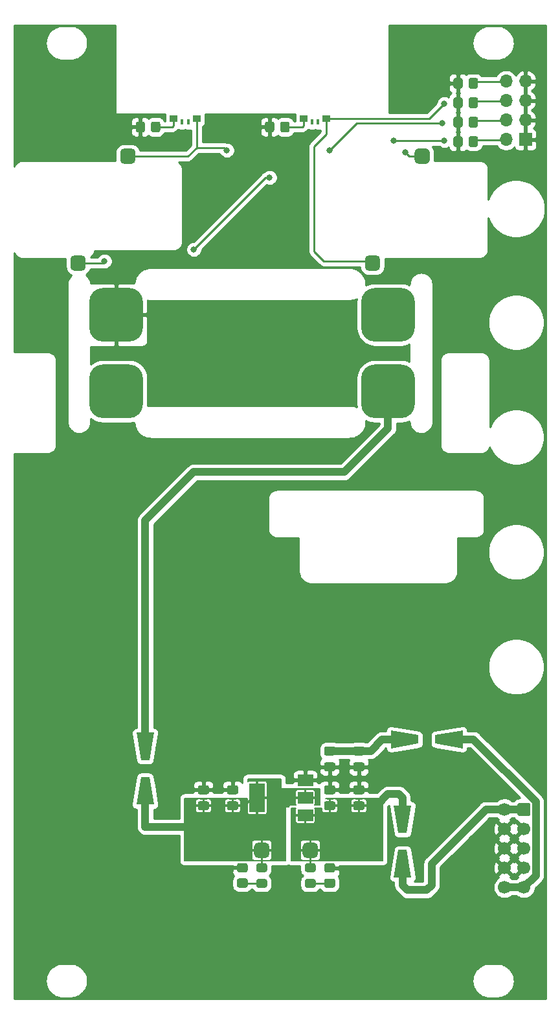
<source format=gbr>
%TF.GenerationSoftware,KiCad,Pcbnew,(5.1.12-1-10_14)*%
%TF.CreationDate,2021-12-28T18:18:38+00:00*%
%TF.ProjectId,pocket-operator-eurorack,706f636b-6574-42d6-9f70-657261746f72,rev?*%
%TF.SameCoordinates,Original*%
%TF.FileFunction,Copper,L2,Bot*%
%TF.FilePolarity,Positive*%
%FSLAX46Y46*%
G04 Gerber Fmt 4.6, Leading zero omitted, Abs format (unit mm)*
G04 Created by KiCad (PCBNEW (5.1.12-1-10_14)) date 2021-12-28 18:18:38*
%MOMM*%
%LPD*%
G01*
G04 APERTURE LIST*
%TA.AperFunction,SMDPad,CuDef*%
%ADD10C,0.100000*%
%TD*%
%TA.AperFunction,SMDPad,CuDef*%
%ADD11R,0.400000X0.800000*%
%TD*%
%TA.AperFunction,SMDPad,CuDef*%
%ADD12R,1.000000X0.900000*%
%TD*%
%TA.AperFunction,ComponentPad*%
%ADD13C,1.700000*%
%TD*%
%TA.AperFunction,SMDPad,CuDef*%
%ADD14R,2.000000X1.500000*%
%TD*%
%TA.AperFunction,SMDPad,CuDef*%
%ADD15R,2.000000X3.800000*%
%TD*%
%TA.AperFunction,ComponentPad*%
%ADD16O,1.700000X1.700000*%
%TD*%
%TA.AperFunction,ComponentPad*%
%ADD17R,1.700000X1.700000*%
%TD*%
%TA.AperFunction,ViaPad*%
%ADD18C,0.800000*%
%TD*%
%TA.AperFunction,Conductor*%
%ADD19C,0.250000*%
%TD*%
%TA.AperFunction,Conductor*%
%ADD20C,1.000000*%
%TD*%
%TA.AperFunction,Conductor*%
%ADD21C,0.254000*%
%TD*%
%TA.AperFunction,Conductor*%
%ADD22C,0.100000*%
%TD*%
%TA.AperFunction,Conductor*%
%ADD23C,0.127000*%
%TD*%
G04 APERTURE END LIST*
%TO.P,C1,2*%
%TO.N,GND*%
%TA.AperFunction,SMDPad,CuDef*%
G36*
G01*
X46195000Y-101150000D02*
X45245000Y-101150000D01*
G75*
G02*
X44995000Y-100900000I0J250000D01*
G01*
X44995000Y-100225000D01*
G75*
G02*
X45245000Y-99975000I250000J0D01*
G01*
X46195000Y-99975000D01*
G75*
G02*
X46445000Y-100225000I0J-250000D01*
G01*
X46445000Y-100900000D01*
G75*
G02*
X46195000Y-101150000I-250000J0D01*
G01*
G37*
%TD.AperFunction*%
%TO.P,C1,1*%
%TO.N,+12V*%
%TA.AperFunction,SMDPad,CuDef*%
G36*
G01*
X46195000Y-103225000D02*
X45245000Y-103225000D01*
G75*
G02*
X44995000Y-102975000I0J250000D01*
G01*
X44995000Y-102300000D01*
G75*
G02*
X45245000Y-102050000I250000J0D01*
G01*
X46195000Y-102050000D01*
G75*
G02*
X46445000Y-102300000I0J-250000D01*
G01*
X46445000Y-102975000D01*
G75*
G02*
X46195000Y-103225000I-250000J0D01*
G01*
G37*
%TD.AperFunction*%
%TD*%
%TO.P,C2,2*%
%TO.N,GND*%
%TA.AperFunction,SMDPad,CuDef*%
G36*
G01*
X45245000Y-96970000D02*
X46195000Y-96970000D01*
G75*
G02*
X46445000Y-97220000I0J-250000D01*
G01*
X46445000Y-97895000D01*
G75*
G02*
X46195000Y-98145000I-250000J0D01*
G01*
X45245000Y-98145000D01*
G75*
G02*
X44995000Y-97895000I0J250000D01*
G01*
X44995000Y-97220000D01*
G75*
G02*
X45245000Y-96970000I250000J0D01*
G01*
G37*
%TD.AperFunction*%
%TO.P,C2,1*%
%TO.N,-12V*%
%TA.AperFunction,SMDPad,CuDef*%
G36*
G01*
X45245000Y-94895000D02*
X46195000Y-94895000D01*
G75*
G02*
X46445000Y-95145000I0J-250000D01*
G01*
X46445000Y-95820000D01*
G75*
G02*
X46195000Y-96070000I-250000J0D01*
G01*
X45245000Y-96070000D01*
G75*
G02*
X44995000Y-95820000I0J250000D01*
G01*
X44995000Y-95145000D01*
G75*
G02*
X45245000Y-94895000I250000J0D01*
G01*
G37*
%TD.AperFunction*%
%TD*%
%TO.P,C3,2*%
%TO.N,GND*%
%TA.AperFunction,SMDPad,CuDef*%
G36*
G01*
X42385000Y-101150000D02*
X41435000Y-101150000D01*
G75*
G02*
X41185000Y-100900000I0J250000D01*
G01*
X41185000Y-100225000D01*
G75*
G02*
X41435000Y-99975000I250000J0D01*
G01*
X42385000Y-99975000D01*
G75*
G02*
X42635000Y-100225000I0J-250000D01*
G01*
X42635000Y-100900000D01*
G75*
G02*
X42385000Y-101150000I-250000J0D01*
G01*
G37*
%TD.AperFunction*%
%TO.P,C3,1*%
%TO.N,+12V*%
%TA.AperFunction,SMDPad,CuDef*%
G36*
G01*
X42385000Y-103225000D02*
X41435000Y-103225000D01*
G75*
G02*
X41185000Y-102975000I0J250000D01*
G01*
X41185000Y-102300000D01*
G75*
G02*
X41435000Y-102050000I250000J0D01*
G01*
X42385000Y-102050000D01*
G75*
G02*
X42635000Y-102300000I0J-250000D01*
G01*
X42635000Y-102975000D01*
G75*
G02*
X42385000Y-103225000I-250000J0D01*
G01*
G37*
%TD.AperFunction*%
%TD*%
%TO.P,C4,2*%
%TO.N,GND*%
%TA.AperFunction,SMDPad,CuDef*%
G36*
G01*
X41435000Y-96970000D02*
X42385000Y-96970000D01*
G75*
G02*
X42635000Y-97220000I0J-250000D01*
G01*
X42635000Y-97895000D01*
G75*
G02*
X42385000Y-98145000I-250000J0D01*
G01*
X41435000Y-98145000D01*
G75*
G02*
X41185000Y-97895000I0J250000D01*
G01*
X41185000Y-97220000D01*
G75*
G02*
X41435000Y-96970000I250000J0D01*
G01*
G37*
%TD.AperFunction*%
%TO.P,C4,1*%
%TO.N,-12V*%
%TA.AperFunction,SMDPad,CuDef*%
G36*
G01*
X41435000Y-94895000D02*
X42385000Y-94895000D01*
G75*
G02*
X42635000Y-95145000I0J-250000D01*
G01*
X42635000Y-95820000D01*
G75*
G02*
X42385000Y-96070000I-250000J0D01*
G01*
X41435000Y-96070000D01*
G75*
G02*
X41185000Y-95820000I0J250000D01*
G01*
X41185000Y-95145000D01*
G75*
G02*
X41435000Y-94895000I250000J0D01*
G01*
G37*
%TD.AperFunction*%
%TD*%
%TO.P,C5,2*%
%TO.N,GND*%
%TA.AperFunction,SMDPad,CuDef*%
G36*
G01*
X29685000Y-101150000D02*
X28735000Y-101150000D01*
G75*
G02*
X28485000Y-100900000I0J250000D01*
G01*
X28485000Y-100225000D01*
G75*
G02*
X28735000Y-99975000I250000J0D01*
G01*
X29685000Y-99975000D01*
G75*
G02*
X29935000Y-100225000I0J-250000D01*
G01*
X29935000Y-100900000D01*
G75*
G02*
X29685000Y-101150000I-250000J0D01*
G01*
G37*
%TD.AperFunction*%
%TO.P,C5,1*%
%TO.N,Net-(C5-Pad1)*%
%TA.AperFunction,SMDPad,CuDef*%
G36*
G01*
X29685000Y-103225000D02*
X28735000Y-103225000D01*
G75*
G02*
X28485000Y-102975000I0J250000D01*
G01*
X28485000Y-102300000D01*
G75*
G02*
X28735000Y-102050000I250000J0D01*
G01*
X29685000Y-102050000D01*
G75*
G02*
X29935000Y-102300000I0J-250000D01*
G01*
X29935000Y-102975000D01*
G75*
G02*
X29685000Y-103225000I-250000J0D01*
G01*
G37*
%TD.AperFunction*%
%TD*%
%TO.P,C6,2*%
%TO.N,GND*%
%TA.AperFunction,SMDPad,CuDef*%
G36*
G01*
X25875000Y-101150000D02*
X24925000Y-101150000D01*
G75*
G02*
X24675000Y-100900000I0J250000D01*
G01*
X24675000Y-100225000D01*
G75*
G02*
X24925000Y-99975000I250000J0D01*
G01*
X25875000Y-99975000D01*
G75*
G02*
X26125000Y-100225000I0J-250000D01*
G01*
X26125000Y-100900000D01*
G75*
G02*
X25875000Y-101150000I-250000J0D01*
G01*
G37*
%TD.AperFunction*%
%TO.P,C6,1*%
%TO.N,Net-(C5-Pad1)*%
%TA.AperFunction,SMDPad,CuDef*%
G36*
G01*
X25875000Y-103225000D02*
X24925000Y-103225000D01*
G75*
G02*
X24675000Y-102975000I0J250000D01*
G01*
X24675000Y-102300000D01*
G75*
G02*
X24925000Y-102050000I250000J0D01*
G01*
X25875000Y-102050000D01*
G75*
G02*
X26125000Y-102300000I0J-250000D01*
G01*
X26125000Y-102975000D01*
G75*
G02*
X25875000Y-103225000I-250000J0D01*
G01*
G37*
%TD.AperFunction*%
%TD*%
%TA.AperFunction,SMDPad,CuDef*%
D10*
%TO.P,D1,2*%
%TO.N,Net-(D1-Pad2)*%
G36*
X52585000Y-112015000D02*
G01*
X50285000Y-112015000D01*
X50885000Y-108415000D01*
X51985000Y-108415000D01*
X52585000Y-112015000D01*
G37*
%TD.AperFunction*%
%TA.AperFunction,SMDPad,CuDef*%
%TO.P,D1,1*%
%TO.N,+12V*%
G36*
X50285000Y-102615000D02*
G01*
X52585000Y-102615000D01*
X51985000Y-106215000D01*
X50885000Y-106215000D01*
X50285000Y-102615000D01*
G37*
%TD.AperFunction*%
%TD*%
%TA.AperFunction,SMDPad,CuDef*%
%TO.P,D2,2*%
%TO.N,-12V*%
G36*
X49910000Y-95130000D02*
G01*
X49910000Y-92830000D01*
X53510000Y-93430000D01*
X53510000Y-94530000D01*
X49910000Y-95130000D01*
G37*
%TD.AperFunction*%
%TA.AperFunction,SMDPad,CuDef*%
%TO.P,D2,1*%
%TO.N,Net-(D2-Pad1)*%
G36*
X59310000Y-92830000D02*
G01*
X59310000Y-95130000D01*
X55710000Y-94530000D01*
X55710000Y-93430000D01*
X59310000Y-92830000D01*
G37*
%TD.AperFunction*%
%TD*%
D11*
%TO.P,D3,3*%
%TO.N,N/C*%
X22600000Y-13335000D03*
%TO.P,D3,4*%
X23400000Y-13335000D03*
D12*
%TO.P,D3,2*%
%TO.N,Net-(D3-Pad2)*%
X21500000Y-12885000D03*
%TO.P,D3,1*%
%TO.N,/IN_L*%
X24500000Y-12885000D03*
%TD*%
D11*
%TO.P,D4,3*%
%TO.N,N/C*%
X39600000Y-13335000D03*
%TO.P,D4,4*%
X40400000Y-13335000D03*
D12*
%TO.P,D4,2*%
%TO.N,Net-(D4-Pad2)*%
X38500000Y-12885000D03*
%TO.P,D4,1*%
%TO.N,/OUT_L*%
X41500000Y-12885000D03*
%TD*%
%TA.AperFunction,SMDPad,CuDef*%
D10*
%TO.P,D5,2*%
%TO.N,Net-(C5-Pad1)*%
G36*
X18930000Y-102490000D02*
G01*
X16630000Y-102490000D01*
X17230000Y-98890000D01*
X18330000Y-98890000D01*
X18930000Y-102490000D01*
G37*
%TD.AperFunction*%
%TA.AperFunction,SMDPad,CuDef*%
%TO.P,D5,1*%
%TO.N,+3V3*%
G36*
X16630000Y-93090000D02*
G01*
X18930000Y-93090000D01*
X18330000Y-96690000D01*
X17230000Y-96690000D01*
X16630000Y-93090000D01*
G37*
%TD.AperFunction*%
%TD*%
D13*
%TO.P,J1,10*%
%TO.N,Net-(D2-Pad1)*%
X64770000Y-113284000D03*
%TO.P,J1,8*%
%TO.N,GND*%
X64770000Y-110744000D03*
%TO.P,J1,6*%
X64770000Y-108204000D03*
%TO.P,J1,4*%
X64770000Y-105664000D03*
%TO.P,J1,2*%
%TO.N,Net-(D1-Pad2)*%
X64770000Y-103124000D03*
%TO.P,J1,9*%
%TO.N,Net-(D2-Pad1)*%
X67310000Y-113284000D03*
%TO.P,J1,7*%
%TO.N,GND*%
X67310000Y-110744000D03*
%TO.P,J1,5*%
X67310000Y-108204000D03*
%TO.P,J1,3*%
X67310000Y-105664000D03*
%TO.P,J1,1*%
%TO.N,Net-(D1-Pad2)*%
%TA.AperFunction,ComponentPad*%
G36*
G01*
X68160000Y-102524000D02*
X68160000Y-103724000D01*
G75*
G02*
X67910000Y-103974000I-250000J0D01*
G01*
X66710000Y-103974000D01*
G75*
G02*
X66460000Y-103724000I0J250000D01*
G01*
X66460000Y-102524000D01*
G75*
G02*
X66710000Y-102274000I250000J0D01*
G01*
X67910000Y-102274000D01*
G75*
G02*
X68160000Y-102524000I0J-250000D01*
G01*
G37*
%TD.AperFunction*%
%TD*%
%TO.P,J6,1*%
%TO.N,/IN_R*%
%TA.AperFunction,SMDPad,CuDef*%
G36*
G01*
X8000000Y-32250000D02*
X8000000Y-31250000D01*
G75*
G02*
X8500000Y-30750000I500000J0D01*
G01*
X9500000Y-30750000D01*
G75*
G02*
X10000000Y-31250000I0J-500000D01*
G01*
X10000000Y-32250000D01*
G75*
G02*
X9500000Y-32750000I-500000J0D01*
G01*
X8500000Y-32750000D01*
G75*
G02*
X8000000Y-32250000I0J500000D01*
G01*
G37*
%TD.AperFunction*%
%TD*%
%TO.P,J7,1*%
%TO.N,/OUT_R*%
%TA.AperFunction,SMDPad,CuDef*%
G36*
G01*
X53000000Y-18280000D02*
X53000000Y-17280000D01*
G75*
G02*
X53500000Y-16780000I500000J0D01*
G01*
X54500000Y-16780000D01*
G75*
G02*
X55000000Y-17280000I0J-500000D01*
G01*
X55000000Y-18280000D01*
G75*
G02*
X54500000Y-18780000I-500000J0D01*
G01*
X53500000Y-18780000D01*
G75*
G02*
X53000000Y-18280000I0J500000D01*
G01*
G37*
%TD.AperFunction*%
%TD*%
%TO.P,J8,1*%
%TO.N,/IN_L*%
%TA.AperFunction,SMDPad,CuDef*%
G36*
G01*
X14500000Y-18280000D02*
X14500000Y-17280000D01*
G75*
G02*
X15000000Y-16780000I500000J0D01*
G01*
X16000000Y-16780000D01*
G75*
G02*
X16500000Y-17280000I0J-500000D01*
G01*
X16500000Y-18280000D01*
G75*
G02*
X16000000Y-18780000I-500000J0D01*
G01*
X15000000Y-18780000D01*
G75*
G02*
X14500000Y-18280000I0J500000D01*
G01*
G37*
%TD.AperFunction*%
%TD*%
%TO.P,J9,1*%
%TO.N,/OUT_L*%
%TA.AperFunction,SMDPad,CuDef*%
G36*
G01*
X46500000Y-32250000D02*
X46500000Y-31250000D01*
G75*
G02*
X47000000Y-30750000I500000J0D01*
G01*
X48000000Y-30750000D01*
G75*
G02*
X48500000Y-31250000I0J-500000D01*
G01*
X48500000Y-32250000D01*
G75*
G02*
X48000000Y-32750000I-500000J0D01*
G01*
X47000000Y-32750000D01*
G75*
G02*
X46500000Y-32250000I0J500000D01*
G01*
G37*
%TD.AperFunction*%
%TD*%
%TO.P,J12,1*%
%TO.N,Net-(J12-Pad1)*%
%TA.AperFunction,SMDPad,CuDef*%
G36*
G01*
X10470000Y-50250000D02*
X10470000Y-46750000D01*
G75*
G02*
X12220000Y-45000000I1750000J0D01*
G01*
X15720000Y-45000000D01*
G75*
G02*
X17470000Y-46750000I0J-1750000D01*
G01*
X17470000Y-50250000D01*
G75*
G02*
X15720000Y-52000000I-1750000J0D01*
G01*
X12220000Y-52000000D01*
G75*
G02*
X10470000Y-50250000I0J1750000D01*
G01*
G37*
%TD.AperFunction*%
%TD*%
%TO.P,J13,1*%
%TO.N,Net-(J13-Pad1)*%
%TA.AperFunction,SMDPad,CuDef*%
G36*
G01*
X46030000Y-40250000D02*
X46030000Y-36750000D01*
G75*
G02*
X47780000Y-35000000I1750000J0D01*
G01*
X51280000Y-35000000D01*
G75*
G02*
X53030000Y-36750000I0J-1750000D01*
G01*
X53030000Y-40250000D01*
G75*
G02*
X51280000Y-42000000I-1750000J0D01*
G01*
X47780000Y-42000000D01*
G75*
G02*
X46030000Y-40250000I0J1750000D01*
G01*
G37*
%TD.AperFunction*%
%TD*%
%TO.P,J11,1*%
%TO.N,GND*%
%TA.AperFunction,SMDPad,CuDef*%
G36*
G01*
X10470000Y-40250000D02*
X10470000Y-36750000D01*
G75*
G02*
X12220000Y-35000000I1750000J0D01*
G01*
X15720000Y-35000000D01*
G75*
G02*
X17470000Y-36750000I0J-1750000D01*
G01*
X17470000Y-40250000D01*
G75*
G02*
X15720000Y-42000000I-1750000J0D01*
G01*
X12220000Y-42000000D01*
G75*
G02*
X10470000Y-40250000I0J1750000D01*
G01*
G37*
%TD.AperFunction*%
%TD*%
%TO.P,J10,1*%
%TO.N,+3V3*%
%TA.AperFunction,SMDPad,CuDef*%
G36*
G01*
X46030000Y-50250000D02*
X46030000Y-46750000D01*
G75*
G02*
X47780000Y-45000000I1750000J0D01*
G01*
X51280000Y-45000000D01*
G75*
G02*
X53030000Y-46750000I0J-1750000D01*
G01*
X53030000Y-50250000D01*
G75*
G02*
X51280000Y-52000000I-1750000J0D01*
G01*
X47780000Y-52000000D01*
G75*
G02*
X46030000Y-50250000I0J1750000D01*
G01*
G37*
%TD.AperFunction*%
%TD*%
%TO.P,R1,2*%
%TO.N,GND*%
%TA.AperFunction,SMDPad,CuDef*%
G36*
G01*
X59290000Y-15424999D02*
X59290000Y-16325001D01*
G75*
G02*
X59040001Y-16575000I-249999J0D01*
G01*
X58339999Y-16575000D01*
G75*
G02*
X58090000Y-16325001I0J249999D01*
G01*
X58090000Y-15424999D01*
G75*
G02*
X58339999Y-15175000I249999J0D01*
G01*
X59040001Y-15175000D01*
G75*
G02*
X59290000Y-15424999I0J-249999D01*
G01*
G37*
%TD.AperFunction*%
%TO.P,R1,1*%
%TO.N,/IN_L*%
%TA.AperFunction,SMDPad,CuDef*%
G36*
G01*
X61290000Y-15424999D02*
X61290000Y-16325001D01*
G75*
G02*
X61040001Y-16575000I-249999J0D01*
G01*
X60339999Y-16575000D01*
G75*
G02*
X60090000Y-16325001I0J249999D01*
G01*
X60090000Y-15424999D01*
G75*
G02*
X60339999Y-15175000I249999J0D01*
G01*
X61040001Y-15175000D01*
G75*
G02*
X61290000Y-15424999I0J-249999D01*
G01*
G37*
%TD.AperFunction*%
%TD*%
%TO.P,R2,2*%
%TO.N,GND*%
%TA.AperFunction,SMDPad,CuDef*%
G36*
G01*
X59290000Y-12884999D02*
X59290000Y-13785001D01*
G75*
G02*
X59040001Y-14035000I-249999J0D01*
G01*
X58339999Y-14035000D01*
G75*
G02*
X58090000Y-13785001I0J249999D01*
G01*
X58090000Y-12884999D01*
G75*
G02*
X58339999Y-12635000I249999J0D01*
G01*
X59040001Y-12635000D01*
G75*
G02*
X59290000Y-12884999I0J-249999D01*
G01*
G37*
%TD.AperFunction*%
%TO.P,R2,1*%
%TO.N,/IN_R*%
%TA.AperFunction,SMDPad,CuDef*%
G36*
G01*
X61290000Y-12884999D02*
X61290000Y-13785001D01*
G75*
G02*
X61040001Y-14035000I-249999J0D01*
G01*
X60339999Y-14035000D01*
G75*
G02*
X60090000Y-13785001I0J249999D01*
G01*
X60090000Y-12884999D01*
G75*
G02*
X60339999Y-12635000I249999J0D01*
G01*
X61040001Y-12635000D01*
G75*
G02*
X61290000Y-12884999I0J-249999D01*
G01*
G37*
%TD.AperFunction*%
%TD*%
%TO.P,R3,2*%
%TO.N,GND*%
%TA.AperFunction,SMDPad,CuDef*%
G36*
G01*
X59290000Y-10344999D02*
X59290000Y-11245001D01*
G75*
G02*
X59040001Y-11495000I-249999J0D01*
G01*
X58339999Y-11495000D01*
G75*
G02*
X58090000Y-11245001I0J249999D01*
G01*
X58090000Y-10344999D01*
G75*
G02*
X58339999Y-10095000I249999J0D01*
G01*
X59040001Y-10095000D01*
G75*
G02*
X59290000Y-10344999I0J-249999D01*
G01*
G37*
%TD.AperFunction*%
%TO.P,R3,1*%
%TO.N,/OUT_L*%
%TA.AperFunction,SMDPad,CuDef*%
G36*
G01*
X61290000Y-10344999D02*
X61290000Y-11245001D01*
G75*
G02*
X61040001Y-11495000I-249999J0D01*
G01*
X60339999Y-11495000D01*
G75*
G02*
X60090000Y-11245001I0J249999D01*
G01*
X60090000Y-10344999D01*
G75*
G02*
X60339999Y-10095000I249999J0D01*
G01*
X61040001Y-10095000D01*
G75*
G02*
X61290000Y-10344999I0J-249999D01*
G01*
G37*
%TD.AperFunction*%
%TD*%
%TO.P,R4,2*%
%TO.N,GND*%
%TA.AperFunction,SMDPad,CuDef*%
G36*
G01*
X59290000Y-7804999D02*
X59290000Y-8705001D01*
G75*
G02*
X59040001Y-8955000I-249999J0D01*
G01*
X58339999Y-8955000D01*
G75*
G02*
X58090000Y-8705001I0J249999D01*
G01*
X58090000Y-7804999D01*
G75*
G02*
X58339999Y-7555000I249999J0D01*
G01*
X59040001Y-7555000D01*
G75*
G02*
X59290000Y-7804999I0J-249999D01*
G01*
G37*
%TD.AperFunction*%
%TO.P,R4,1*%
%TO.N,/OUT_R*%
%TA.AperFunction,SMDPad,CuDef*%
G36*
G01*
X61290000Y-7804999D02*
X61290000Y-8705001D01*
G75*
G02*
X61040001Y-8955000I-249999J0D01*
G01*
X60339999Y-8955000D01*
G75*
G02*
X60090000Y-8705001I0J249999D01*
G01*
X60090000Y-7804999D01*
G75*
G02*
X60339999Y-7555000I249999J0D01*
G01*
X61040001Y-7555000D01*
G75*
G02*
X61290000Y-7804999I0J-249999D01*
G01*
G37*
%TD.AperFunction*%
%TD*%
%TO.P,R5,2*%
%TO.N,GND*%
%TA.AperFunction,SMDPad,CuDef*%
G36*
G01*
X17745000Y-13519999D02*
X17745000Y-14420001D01*
G75*
G02*
X17495001Y-14670000I-249999J0D01*
G01*
X16794999Y-14670000D01*
G75*
G02*
X16545000Y-14420001I0J249999D01*
G01*
X16545000Y-13519999D01*
G75*
G02*
X16794999Y-13270000I249999J0D01*
G01*
X17495001Y-13270000D01*
G75*
G02*
X17745000Y-13519999I0J-249999D01*
G01*
G37*
%TD.AperFunction*%
%TO.P,R5,1*%
%TO.N,Net-(D3-Pad2)*%
%TA.AperFunction,SMDPad,CuDef*%
G36*
G01*
X19745000Y-13519999D02*
X19745000Y-14420001D01*
G75*
G02*
X19495001Y-14670000I-249999J0D01*
G01*
X18794999Y-14670000D01*
G75*
G02*
X18545000Y-14420001I0J249999D01*
G01*
X18545000Y-13519999D01*
G75*
G02*
X18794999Y-13270000I249999J0D01*
G01*
X19495001Y-13270000D01*
G75*
G02*
X19745000Y-13519999I0J-249999D01*
G01*
G37*
%TD.AperFunction*%
%TD*%
%TO.P,R6,2*%
%TO.N,GND*%
%TA.AperFunction,SMDPad,CuDef*%
G36*
G01*
X34652000Y-13519999D02*
X34652000Y-14420001D01*
G75*
G02*
X34402001Y-14670000I-249999J0D01*
G01*
X33701999Y-14670000D01*
G75*
G02*
X33452000Y-14420001I0J249999D01*
G01*
X33452000Y-13519999D01*
G75*
G02*
X33701999Y-13270000I249999J0D01*
G01*
X34402001Y-13270000D01*
G75*
G02*
X34652000Y-13519999I0J-249999D01*
G01*
G37*
%TD.AperFunction*%
%TO.P,R6,1*%
%TO.N,Net-(D4-Pad2)*%
%TA.AperFunction,SMDPad,CuDef*%
G36*
G01*
X36652000Y-13519999D02*
X36652000Y-14420001D01*
G75*
G02*
X36402001Y-14670000I-249999J0D01*
G01*
X35701999Y-14670000D01*
G75*
G02*
X35452000Y-14420001I0J249999D01*
G01*
X35452000Y-13519999D01*
G75*
G02*
X35701999Y-13270000I249999J0D01*
G01*
X36402001Y-13270000D01*
G75*
G02*
X36652000Y-13519999I0J-249999D01*
G01*
G37*
%TD.AperFunction*%
%TD*%
D14*
%TO.P,U1,1*%
%TO.N,GND*%
X38710000Y-99300000D03*
%TO.P,U1,3*%
%TO.N,+12V*%
X38710000Y-103900000D03*
%TO.P,U1,2*%
%TO.N,Net-(C5-Pad1)*%
X38710000Y-101600000D03*
D15*
X32410000Y-101600000D03*
%TD*%
D16*
%TO.P,J2,8*%
%TO.N,/OUT_R*%
X64970000Y-7980000D03*
%TO.P,J2,7*%
%TO.N,GND*%
X67510000Y-7980000D03*
%TO.P,J2,6*%
%TO.N,/OUT_L*%
X64970000Y-10520000D03*
%TO.P,J2,5*%
%TO.N,GND*%
X67510000Y-10520000D03*
%TO.P,J2,4*%
%TO.N,/IN_R*%
X64970000Y-13060000D03*
%TO.P,J2,3*%
%TO.N,GND*%
X67510000Y-13060000D03*
%TO.P,J2,2*%
%TO.N,/IN_L*%
X64970000Y-15600000D03*
D17*
%TO.P,J2,1*%
%TO.N,GND*%
X67510000Y-15600000D03*
%TD*%
%TO.P,J16,1*%
%TO.N,+12V*%
%TA.AperFunction,SMDPad,CuDef*%
G36*
G01*
X38370000Y-108958000D02*
X38370000Y-107958000D01*
G75*
G02*
X38870000Y-107458000I500000J0D01*
G01*
X39870000Y-107458000D01*
G75*
G02*
X40370000Y-107958000I0J-500000D01*
G01*
X40370000Y-108958000D01*
G75*
G02*
X39870000Y-109458000I-500000J0D01*
G01*
X38870000Y-109458000D01*
G75*
G02*
X38370000Y-108958000I0J500000D01*
G01*
G37*
%TD.AperFunction*%
%TD*%
%TO.P,J17,1*%
%TO.N,Net-(C5-Pad1)*%
%TA.AperFunction,SMDPad,CuDef*%
G36*
G01*
X32020000Y-108958000D02*
X32020000Y-107958000D01*
G75*
G02*
X32520000Y-107458000I500000J0D01*
G01*
X33520000Y-107458000D01*
G75*
G02*
X34020000Y-107958000I0J-500000D01*
G01*
X34020000Y-108958000D01*
G75*
G02*
X33520000Y-109458000I-500000J0D01*
G01*
X32520000Y-109458000D01*
G75*
G02*
X32020000Y-108958000I0J500000D01*
G01*
G37*
%TD.AperFunction*%
%TD*%
%TO.P,R7,2*%
%TO.N,GND*%
%TA.AperFunction,SMDPad,CuDef*%
G36*
G01*
X42360001Y-111360000D02*
X41459999Y-111360000D01*
G75*
G02*
X41210000Y-111110001I0J249999D01*
G01*
X41210000Y-110409999D01*
G75*
G02*
X41459999Y-110160000I249999J0D01*
G01*
X42360001Y-110160000D01*
G75*
G02*
X42610000Y-110409999I0J-249999D01*
G01*
X42610000Y-111110001D01*
G75*
G02*
X42360001Y-111360000I-249999J0D01*
G01*
G37*
%TD.AperFunction*%
%TO.P,R7,1*%
%TO.N,Net-(D6-Pad2)*%
%TA.AperFunction,SMDPad,CuDef*%
G36*
G01*
X42360001Y-113360000D02*
X41459999Y-113360000D01*
G75*
G02*
X41210000Y-113110001I0J249999D01*
G01*
X41210000Y-112409999D01*
G75*
G02*
X41459999Y-112160000I249999J0D01*
G01*
X42360001Y-112160000D01*
G75*
G02*
X42610000Y-112409999I0J-249999D01*
G01*
X42610000Y-113110001D01*
G75*
G02*
X42360001Y-113360000I-249999J0D01*
G01*
G37*
%TD.AperFunction*%
%TD*%
%TO.P,R8,2*%
%TO.N,GND*%
%TA.AperFunction,SMDPad,CuDef*%
G36*
G01*
X30930001Y-111344000D02*
X30029999Y-111344000D01*
G75*
G02*
X29780000Y-111094001I0J249999D01*
G01*
X29780000Y-110393999D01*
G75*
G02*
X30029999Y-110144000I249999J0D01*
G01*
X30930001Y-110144000D01*
G75*
G02*
X31180000Y-110393999I0J-249999D01*
G01*
X31180000Y-111094001D01*
G75*
G02*
X30930001Y-111344000I-249999J0D01*
G01*
G37*
%TD.AperFunction*%
%TO.P,R8,1*%
%TO.N,Net-(D7-Pad2)*%
%TA.AperFunction,SMDPad,CuDef*%
G36*
G01*
X30930001Y-113344000D02*
X30029999Y-113344000D01*
G75*
G02*
X29780000Y-113094001I0J249999D01*
G01*
X29780000Y-112393999D01*
G75*
G02*
X30029999Y-112144000I249999J0D01*
G01*
X30930001Y-112144000D01*
G75*
G02*
X31180000Y-112393999I0J-249999D01*
G01*
X31180000Y-113094001D01*
G75*
G02*
X30930001Y-113344000I-249999J0D01*
G01*
G37*
%TD.AperFunction*%
%TD*%
%TO.P,D6,2*%
%TO.N,Net-(D6-Pad2)*%
%TA.AperFunction,SMDPad,CuDef*%
G36*
G01*
X38919999Y-112210000D02*
X39820001Y-112210000D01*
G75*
G02*
X40070000Y-112459999I0J-249999D01*
G01*
X40070000Y-113110001D01*
G75*
G02*
X39820001Y-113360000I-249999J0D01*
G01*
X38919999Y-113360000D01*
G75*
G02*
X38670000Y-113110001I0J249999D01*
G01*
X38670000Y-112459999D01*
G75*
G02*
X38919999Y-112210000I249999J0D01*
G01*
G37*
%TD.AperFunction*%
%TO.P,D6,1*%
%TO.N,+12V*%
%TA.AperFunction,SMDPad,CuDef*%
G36*
G01*
X38919999Y-110160000D02*
X39820001Y-110160000D01*
G75*
G02*
X40070000Y-110409999I0J-249999D01*
G01*
X40070000Y-111060001D01*
G75*
G02*
X39820001Y-111310000I-249999J0D01*
G01*
X38919999Y-111310000D01*
G75*
G02*
X38670000Y-111060001I0J249999D01*
G01*
X38670000Y-110409999D01*
G75*
G02*
X38919999Y-110160000I249999J0D01*
G01*
G37*
%TD.AperFunction*%
%TD*%
%TO.P,D7,2*%
%TO.N,Net-(D7-Pad2)*%
%TA.AperFunction,SMDPad,CuDef*%
G36*
G01*
X32569999Y-112210000D02*
X33470001Y-112210000D01*
G75*
G02*
X33720000Y-112459999I0J-249999D01*
G01*
X33720000Y-113110001D01*
G75*
G02*
X33470001Y-113360000I-249999J0D01*
G01*
X32569999Y-113360000D01*
G75*
G02*
X32320000Y-113110001I0J249999D01*
G01*
X32320000Y-112459999D01*
G75*
G02*
X32569999Y-112210000I249999J0D01*
G01*
G37*
%TD.AperFunction*%
%TO.P,D7,1*%
%TO.N,Net-(C5-Pad1)*%
%TA.AperFunction,SMDPad,CuDef*%
G36*
G01*
X32569999Y-110160000D02*
X33470001Y-110160000D01*
G75*
G02*
X33720000Y-110409999I0J-249999D01*
G01*
X33720000Y-111060001D01*
G75*
G02*
X33470001Y-111310000I-249999J0D01*
G01*
X32569999Y-111310000D01*
G75*
G02*
X32320000Y-111060001I0J249999D01*
G01*
X32320000Y-110409999D01*
G75*
G02*
X32569999Y-110160000I249999J0D01*
G01*
G37*
%TD.AperFunction*%
%TD*%
D18*
%TO.N,GND*%
X15240000Y-15240000D03*
X20320000Y-15240000D03*
X27940000Y-15240000D03*
X25400000Y-19050000D03*
X29210000Y-19050000D03*
X33020000Y-17780000D03*
X26670000Y-22860000D03*
X25400000Y-25400000D03*
X31750000Y-26670000D03*
X36830000Y-24130000D03*
X38100000Y-30480000D03*
X33020000Y-30480000D03*
X29210000Y-30480000D03*
X2540000Y-33020000D03*
X5080000Y-36830000D03*
X2540000Y-40640000D03*
X24130000Y-41910000D03*
X35560000Y-39370000D03*
X38100000Y-45720000D03*
X25400000Y-45720000D03*
X31750000Y-48260000D03*
X31750000Y-43180000D03*
X25400000Y-39370000D03*
X59690000Y-34290000D03*
X58420000Y-39370000D03*
X60960000Y-41910000D03*
X66040000Y-46990000D03*
X66040000Y-33020000D03*
X66040000Y-19050000D03*
X66040000Y-62230000D03*
X54610000Y-58420000D03*
X33020000Y-55880000D03*
X24130000Y-55880000D03*
X13970000Y-59690000D03*
X7620000Y-66040000D03*
X11430000Y-69850000D03*
X6350000Y-76200000D03*
X25400000Y-76200000D03*
X44450000Y-81280000D03*
X34290000Y-85090000D03*
X33020000Y-76200000D03*
X25400000Y-67310000D03*
X25400000Y-83820000D03*
X10160000Y-82550000D03*
X5080000Y-88900000D03*
X10160000Y-97790000D03*
X5080000Y-105410000D03*
X12700000Y-110490000D03*
X7620000Y-116840000D03*
X20320000Y-120650000D03*
X36830000Y-120650000D03*
X45720000Y-118110000D03*
X50800000Y-121920000D03*
X39370000Y-124460000D03*
X27940000Y-118110000D03*
X26670000Y-123190000D03*
X43180000Y-87630000D03*
X31750000Y-93980000D03*
X57150000Y-80010000D03*
X53340000Y-86360000D03*
X58420000Y-102870000D03*
X54610000Y-99060000D03*
X58420000Y-114300000D03*
X62230000Y-120650000D03*
X67310000Y-91440000D03*
X64770000Y-76200000D03*
X52070000Y-3810000D03*
X57150000Y-5080000D03*
X52070000Y-8890000D03*
X2540000Y-5080000D03*
X7620000Y-8890000D03*
X10160000Y-12700000D03*
X6350000Y-16510000D03*
X2540000Y-12700000D03*
%TO.N,/IN_L*%
X28448000Y-17018000D03*
X56896000Y-15748000D03*
X50292000Y-15748000D03*
%TO.N,/OUT_L*%
X56896000Y-10922000D03*
%TO.N,/IN_R*%
X12446000Y-31496000D03*
X24130000Y-29972000D03*
X34036000Y-20574000D03*
X41910000Y-17018000D03*
X56641998Y-13462000D03*
%TO.N,/OUT_R*%
X51816000Y-17272000D03*
%TD*%
D19*
%TO.N,+12V*%
X48027500Y-102637500D02*
X45720000Y-102637500D01*
X45720000Y-102637500D02*
X41910000Y-102637500D01*
X41515000Y-103900000D02*
X38710000Y-103900000D01*
X41910000Y-103505000D02*
X41515000Y-103900000D01*
X41910000Y-102637500D02*
X41910000Y-103505000D01*
D20*
X49530000Y-101135000D02*
X48027500Y-102637500D01*
X51435000Y-101600000D02*
X50970000Y-101135000D01*
X50970000Y-101135000D02*
X49530000Y-101135000D01*
X51435000Y-104415000D02*
X51435000Y-101600000D01*
D19*
X39370000Y-110735000D02*
X39370000Y-108458000D01*
D20*
%TO.N,-12V*%
X45720000Y-95482500D02*
X41910000Y-95482500D01*
X45720000Y-95482500D02*
X47265500Y-95482500D01*
X48768000Y-93980000D02*
X51710000Y-93980000D01*
X47265500Y-95482500D02*
X48768000Y-93980000D01*
D19*
%TO.N,Net-(C5-Pad1)*%
X25400000Y-102637500D02*
X29210000Y-102637500D01*
X32410000Y-101600000D02*
X31750000Y-101600000D01*
X30712500Y-102637500D02*
X29210000Y-102637500D01*
X31750000Y-101600000D02*
X30712500Y-102637500D01*
D20*
X17780000Y-100690000D02*
X17780000Y-105410000D01*
X17780000Y-105410000D02*
X24130000Y-105410000D01*
D19*
X33020000Y-108458000D02*
X33020000Y-110735000D01*
D20*
%TO.N,Net-(D1-Pad2)*%
X62336000Y-103124000D02*
X67310000Y-103124000D01*
X54610000Y-113665000D02*
X55245000Y-113030000D01*
X55245000Y-113030000D02*
X55245000Y-110215000D01*
X52070000Y-113665000D02*
X54610000Y-113665000D01*
X55245000Y-110215000D02*
X62336000Y-103124000D01*
X51435000Y-113030000D02*
X52070000Y-113665000D01*
X51435000Y-110215000D02*
X51435000Y-113030000D01*
%TO.N,Net-(D2-Pad1)*%
X59944000Y-93980000D02*
X57510000Y-93980000D01*
X64770000Y-113284000D02*
X67310000Y-113284000D01*
X60709520Y-93980000D02*
X59944000Y-93980000D01*
X68860010Y-111733990D02*
X68860010Y-102130490D01*
X68860010Y-102130490D02*
X60709520Y-93980000D01*
X67310000Y-113284000D02*
X68860010Y-111733990D01*
D19*
%TO.N,Net-(D3-Pad2)*%
X21500000Y-13806000D02*
X21500000Y-13025010D01*
X21336000Y-13970000D02*
X21500000Y-13806000D01*
X19145000Y-13970000D02*
X21336000Y-13970000D01*
%TO.N,Net-(D4-Pad2)*%
X38500000Y-13824000D02*
X38500000Y-12885000D01*
X38354000Y-13970000D02*
X38500000Y-13824000D01*
X36052000Y-13970000D02*
X38354000Y-13970000D01*
D20*
%TO.N,+3V3*%
X49530000Y-48260000D02*
X49530000Y-53340000D01*
X49530000Y-53340000D02*
X43815000Y-59055000D01*
X43815000Y-59055000D02*
X24130000Y-59055000D01*
X17780000Y-65405000D02*
X17780000Y-94890000D01*
X24130000Y-59055000D02*
X17780000Y-65405000D01*
D19*
%TO.N,/IN_L*%
X15500000Y-17780000D02*
X23368000Y-17780000D01*
X24500000Y-16648000D02*
X24500000Y-13025010D01*
X23368000Y-17780000D02*
X24500000Y-16648000D01*
X28078000Y-16648000D02*
X28448000Y-17018000D01*
X24500000Y-16648000D02*
X28078000Y-16648000D01*
X60895000Y-15670000D02*
X60690000Y-15875000D01*
X64970000Y-15670000D02*
X60895000Y-15670000D01*
X56896000Y-15748000D02*
X50292000Y-15748000D01*
%TO.N,/OUT_L*%
X60895000Y-10590000D02*
X60690000Y-10795000D01*
X64970000Y-10590000D02*
X60895000Y-10590000D01*
X54933000Y-12885000D02*
X56896000Y-10922000D01*
X41500000Y-12885000D02*
X54933000Y-12885000D01*
X41148000Y-31496000D02*
X47498000Y-31496000D01*
X39878000Y-30226000D02*
X41148000Y-31496000D01*
X39878000Y-16510000D02*
X39878000Y-30226000D01*
X41500000Y-14888000D02*
X39878000Y-16510000D01*
X41500000Y-12885000D02*
X41500000Y-14888000D01*
%TO.N,/IN_R*%
X12192000Y-31750000D02*
X12446000Y-31496000D01*
X8500000Y-31750000D02*
X12192000Y-31750000D01*
X33528000Y-20574000D02*
X34036000Y-20574000D01*
X24130000Y-29972000D02*
X33528000Y-20574000D01*
X60895000Y-13130000D02*
X60690000Y-13335000D01*
X64970000Y-13130000D02*
X60895000Y-13130000D01*
X45466000Y-13462000D02*
X56641998Y-13462000D01*
X41910000Y-17018000D02*
X45466000Y-13462000D01*
%TO.N,/OUT_R*%
X52324000Y-17780000D02*
X51816000Y-17272000D01*
X54500000Y-17780000D02*
X52324000Y-17780000D01*
X60895000Y-8050000D02*
X60690000Y-8255000D01*
X64970000Y-8050000D02*
X60895000Y-8050000D01*
%TO.N,Net-(D6-Pad2)*%
X41885000Y-112785000D02*
X41910000Y-112760000D01*
X39370000Y-112785000D02*
X41885000Y-112785000D01*
%TO.N,Net-(D7-Pad2)*%
X30521000Y-112785000D02*
X30480000Y-112744000D01*
X33020000Y-112785000D02*
X30521000Y-112785000D01*
%TD*%
D21*
%TO.N,GND*%
X70140001Y-127840000D02*
X660000Y-127840000D01*
X660000Y-125451353D01*
X4742755Y-125451353D01*
X4743173Y-125511171D01*
X4742755Y-125570988D01*
X4743655Y-125580160D01*
X4776296Y-125890715D01*
X4788320Y-125949291D01*
X4799532Y-126008070D01*
X4802196Y-126016892D01*
X4894535Y-126315192D01*
X4917715Y-126370335D01*
X4940124Y-126425800D01*
X4944451Y-126433937D01*
X5092972Y-126708621D01*
X5126417Y-126758205D01*
X5159177Y-126808268D01*
X5165001Y-126815409D01*
X5364047Y-127056013D01*
X5406482Y-127098154D01*
X5448346Y-127140903D01*
X5455446Y-127146777D01*
X5697435Y-127344138D01*
X5747259Y-127377241D01*
X5796615Y-127411036D01*
X5804721Y-127415419D01*
X6080435Y-127562019D01*
X6135704Y-127584799D01*
X6190724Y-127608381D01*
X6199527Y-127611105D01*
X6498465Y-127701359D01*
X6557138Y-127712976D01*
X6615655Y-127725415D01*
X6624820Y-127726378D01*
X6935594Y-127756850D01*
X6935598Y-127756850D01*
X6967581Y-127760000D01*
X8032419Y-127760000D01*
X8065986Y-127756694D01*
X8086744Y-127756694D01*
X8095909Y-127755731D01*
X8406228Y-127720923D01*
X8464731Y-127708487D01*
X8523419Y-127696867D01*
X8532222Y-127694142D01*
X8829870Y-127599723D01*
X8884792Y-127576183D01*
X8940159Y-127553363D01*
X8948265Y-127548979D01*
X9221904Y-127398544D01*
X9271217Y-127364779D01*
X9321088Y-127331645D01*
X9328188Y-127325770D01*
X9567397Y-127125049D01*
X9609241Y-127082320D01*
X9651694Y-127040162D01*
X9657519Y-127033020D01*
X9853185Y-126789660D01*
X9885938Y-126739608D01*
X9919391Y-126690013D01*
X9923714Y-126681881D01*
X9923717Y-126681877D01*
X9923719Y-126681873D01*
X10068388Y-126405146D01*
X10090785Y-126349711D01*
X10113978Y-126294539D01*
X10116641Y-126285717D01*
X10204807Y-125986156D01*
X10216007Y-125927440D01*
X10228045Y-125868798D01*
X10228944Y-125859627D01*
X10257245Y-125548647D01*
X10256827Y-125488830D01*
X10257088Y-125451353D01*
X60542755Y-125451353D01*
X60543173Y-125511171D01*
X60542755Y-125570988D01*
X60543655Y-125580160D01*
X60576296Y-125890715D01*
X60588320Y-125949291D01*
X60599532Y-126008070D01*
X60602196Y-126016892D01*
X60694535Y-126315192D01*
X60717715Y-126370335D01*
X60740124Y-126425800D01*
X60744451Y-126433937D01*
X60892972Y-126708621D01*
X60926417Y-126758205D01*
X60959177Y-126808268D01*
X60965001Y-126815409D01*
X61164047Y-127056013D01*
X61206482Y-127098154D01*
X61248346Y-127140903D01*
X61255446Y-127146777D01*
X61497435Y-127344138D01*
X61547259Y-127377241D01*
X61596615Y-127411036D01*
X61604721Y-127415419D01*
X61880435Y-127562019D01*
X61935704Y-127584799D01*
X61990724Y-127608381D01*
X61999527Y-127611105D01*
X62298465Y-127701359D01*
X62357138Y-127712976D01*
X62415655Y-127725415D01*
X62424820Y-127726378D01*
X62735594Y-127756850D01*
X62735598Y-127756850D01*
X62767581Y-127760000D01*
X63832419Y-127760000D01*
X63865986Y-127756694D01*
X63886744Y-127756694D01*
X63895909Y-127755731D01*
X64206228Y-127720923D01*
X64264731Y-127708487D01*
X64323419Y-127696867D01*
X64332222Y-127694142D01*
X64629870Y-127599723D01*
X64684792Y-127576183D01*
X64740159Y-127553363D01*
X64748265Y-127548979D01*
X65021904Y-127398544D01*
X65071217Y-127364779D01*
X65121088Y-127331645D01*
X65128188Y-127325770D01*
X65367397Y-127125049D01*
X65409241Y-127082320D01*
X65451694Y-127040162D01*
X65457519Y-127033020D01*
X65653185Y-126789660D01*
X65685938Y-126739608D01*
X65719391Y-126690013D01*
X65723714Y-126681881D01*
X65723717Y-126681877D01*
X65723719Y-126681873D01*
X65868388Y-126405146D01*
X65890785Y-126349711D01*
X65913978Y-126294539D01*
X65916641Y-126285717D01*
X66004807Y-125986156D01*
X66016007Y-125927440D01*
X66028045Y-125868798D01*
X66028944Y-125859627D01*
X66057245Y-125548647D01*
X66056827Y-125488829D01*
X66057245Y-125429012D01*
X66056345Y-125419841D01*
X66023704Y-125109285D01*
X66011680Y-125050709D01*
X66000468Y-124991930D01*
X65997804Y-124983108D01*
X65905465Y-124684808D01*
X65882280Y-124629653D01*
X65859876Y-124574200D01*
X65855549Y-124566064D01*
X65855549Y-124566063D01*
X65855546Y-124566059D01*
X65707028Y-124291379D01*
X65673583Y-124241795D01*
X65640823Y-124191732D01*
X65634999Y-124184591D01*
X65435954Y-123943987D01*
X65393535Y-123901863D01*
X65351655Y-123859097D01*
X65344554Y-123853223D01*
X65102565Y-123655862D01*
X65052741Y-123622759D01*
X65003385Y-123588964D01*
X64995279Y-123584581D01*
X64719566Y-123437981D01*
X64664269Y-123415189D01*
X64609275Y-123391619D01*
X64600472Y-123388895D01*
X64301535Y-123298641D01*
X64242862Y-123287024D01*
X64184345Y-123274585D01*
X64175180Y-123273622D01*
X63864405Y-123243150D01*
X63864402Y-123243150D01*
X63832419Y-123240000D01*
X62767581Y-123240000D01*
X62734014Y-123243306D01*
X62713256Y-123243306D01*
X62704091Y-123244269D01*
X62393771Y-123279077D01*
X62335298Y-123291506D01*
X62276581Y-123303132D01*
X62267778Y-123305858D01*
X61970130Y-123400277D01*
X61915147Y-123423843D01*
X61859841Y-123446638D01*
X61851735Y-123451021D01*
X61578095Y-123601456D01*
X61528748Y-123635245D01*
X61478913Y-123668355D01*
X61471812Y-123674229D01*
X61232603Y-123874951D01*
X61190759Y-123917681D01*
X61148305Y-123959839D01*
X61142481Y-123966980D01*
X60946814Y-124210340D01*
X60914055Y-124260400D01*
X60880609Y-124309986D01*
X60876283Y-124318123D01*
X60731612Y-124594854D01*
X60709215Y-124650289D01*
X60686022Y-124705461D01*
X60683359Y-124714283D01*
X60595193Y-125013844D01*
X60583993Y-125072560D01*
X60571955Y-125131202D01*
X60571056Y-125140373D01*
X60542755Y-125451353D01*
X10257088Y-125451353D01*
X10257245Y-125429012D01*
X10256345Y-125419841D01*
X10223704Y-125109285D01*
X10211680Y-125050709D01*
X10200468Y-124991930D01*
X10197804Y-124983108D01*
X10105465Y-124684808D01*
X10082280Y-124629653D01*
X10059876Y-124574200D01*
X10055549Y-124566064D01*
X10055549Y-124566063D01*
X10055546Y-124566059D01*
X9907028Y-124291379D01*
X9873583Y-124241795D01*
X9840823Y-124191732D01*
X9834999Y-124184591D01*
X9635954Y-123943987D01*
X9593535Y-123901863D01*
X9551655Y-123859097D01*
X9544554Y-123853223D01*
X9302565Y-123655862D01*
X9252741Y-123622759D01*
X9203385Y-123588964D01*
X9195279Y-123584581D01*
X8919566Y-123437981D01*
X8864269Y-123415189D01*
X8809275Y-123391619D01*
X8800472Y-123388895D01*
X8501535Y-123298641D01*
X8442862Y-123287024D01*
X8384345Y-123274585D01*
X8375180Y-123273622D01*
X8064405Y-123243150D01*
X8064402Y-123243150D01*
X8032419Y-123240000D01*
X6967581Y-123240000D01*
X6934014Y-123243306D01*
X6913256Y-123243306D01*
X6904091Y-123244269D01*
X6593771Y-123279077D01*
X6535298Y-123291506D01*
X6476581Y-123303132D01*
X6467778Y-123305858D01*
X6170130Y-123400277D01*
X6115147Y-123423843D01*
X6059841Y-123446638D01*
X6051735Y-123451021D01*
X5778095Y-123601456D01*
X5728748Y-123635245D01*
X5678913Y-123668355D01*
X5671812Y-123674229D01*
X5432603Y-123874951D01*
X5390759Y-123917681D01*
X5348305Y-123959839D01*
X5342481Y-123966980D01*
X5146814Y-124210340D01*
X5114055Y-124260400D01*
X5080609Y-124309986D01*
X5076283Y-124318123D01*
X4931612Y-124594854D01*
X4909215Y-124650289D01*
X4886022Y-124705461D01*
X4883359Y-124714283D01*
X4795193Y-125013844D01*
X4783993Y-125072560D01*
X4771955Y-125131202D01*
X4771056Y-125140373D01*
X4742755Y-125451353D01*
X660000Y-125451353D01*
X660000Y-102490000D01*
X15991928Y-102490000D01*
X16004188Y-102614482D01*
X16040498Y-102734180D01*
X16099463Y-102844494D01*
X16178815Y-102941185D01*
X16275506Y-103020537D01*
X16385820Y-103079502D01*
X16505518Y-103115812D01*
X16630000Y-103128072D01*
X16645001Y-103128072D01*
X16645001Y-105354238D01*
X16639509Y-105410000D01*
X16661423Y-105632499D01*
X16726324Y-105846447D01*
X16831716Y-106043623D01*
X16973551Y-106216449D01*
X17146377Y-106358284D01*
X17343553Y-106463676D01*
X17557501Y-106528577D01*
X17724248Y-106545000D01*
X17724249Y-106545000D01*
X17780000Y-106550491D01*
X17835752Y-106545000D01*
X22225000Y-106545000D01*
X22225000Y-109855000D01*
X22237201Y-109978882D01*
X22273336Y-110098004D01*
X22332017Y-110207787D01*
X22410987Y-110304013D01*
X22507213Y-110382983D01*
X22616996Y-110441664D01*
X22736118Y-110477799D01*
X22860000Y-110490000D01*
X29176750Y-110490000D01*
X29303750Y-110617000D01*
X30353000Y-110617000D01*
X30353000Y-110597000D01*
X30607000Y-110597000D01*
X30607000Y-110617000D01*
X30627000Y-110617000D01*
X30627000Y-110871000D01*
X30607000Y-110871000D01*
X30607000Y-110891000D01*
X30353000Y-110891000D01*
X30353000Y-110871000D01*
X29303750Y-110871000D01*
X29145000Y-111029750D01*
X29141928Y-111344000D01*
X29154188Y-111468482D01*
X29190498Y-111588180D01*
X29249463Y-111698494D01*
X29328815Y-111795185D01*
X29358276Y-111819363D01*
X29291595Y-111900613D01*
X29209528Y-112054149D01*
X29158992Y-112220745D01*
X29141928Y-112393999D01*
X29141928Y-113094001D01*
X29158992Y-113267255D01*
X29209528Y-113433851D01*
X29291595Y-113587387D01*
X29402038Y-113721962D01*
X29536613Y-113832405D01*
X29690149Y-113914472D01*
X29856745Y-113965008D01*
X30029999Y-113982072D01*
X30930001Y-113982072D01*
X31103255Y-113965008D01*
X31269851Y-113914472D01*
X31423387Y-113832405D01*
X31557962Y-113721962D01*
X31668405Y-113587387D01*
X31691061Y-113545000D01*
X31800386Y-113545000D01*
X31831595Y-113603387D01*
X31942038Y-113737962D01*
X32076613Y-113848405D01*
X32230149Y-113930472D01*
X32396745Y-113981008D01*
X32569999Y-113998072D01*
X33470001Y-113998072D01*
X33643255Y-113981008D01*
X33809851Y-113930472D01*
X33963387Y-113848405D01*
X34097962Y-113737962D01*
X34208405Y-113603387D01*
X34290472Y-113449851D01*
X34341008Y-113283255D01*
X34358072Y-113110001D01*
X34358072Y-112459999D01*
X34341008Y-112286745D01*
X34290472Y-112120149D01*
X34208405Y-111966613D01*
X34097962Y-111832038D01*
X34010184Y-111760000D01*
X34097962Y-111687962D01*
X34208405Y-111553387D01*
X34290472Y-111399851D01*
X34341008Y-111233255D01*
X34358072Y-111060001D01*
X34358072Y-110490000D01*
X36195000Y-110490000D01*
X36318882Y-110477799D01*
X36438004Y-110441664D01*
X36512500Y-110401845D01*
X36586996Y-110441664D01*
X36706118Y-110477799D01*
X36830000Y-110490000D01*
X38031928Y-110490000D01*
X38031928Y-111060001D01*
X38048992Y-111233255D01*
X38099528Y-111399851D01*
X38181595Y-111553387D01*
X38292038Y-111687962D01*
X38379816Y-111760000D01*
X38292038Y-111832038D01*
X38181595Y-111966613D01*
X38099528Y-112120149D01*
X38048992Y-112286745D01*
X38031928Y-112459999D01*
X38031928Y-113110001D01*
X38048992Y-113283255D01*
X38099528Y-113449851D01*
X38181595Y-113603387D01*
X38292038Y-113737962D01*
X38426613Y-113848405D01*
X38580149Y-113930472D01*
X38746745Y-113981008D01*
X38919999Y-113998072D01*
X39820001Y-113998072D01*
X39993255Y-113981008D01*
X40159851Y-113930472D01*
X40313387Y-113848405D01*
X40447962Y-113737962D01*
X40558405Y-113603387D01*
X40589614Y-113545000D01*
X40690386Y-113545000D01*
X40721595Y-113603387D01*
X40832038Y-113737962D01*
X40966613Y-113848405D01*
X41120149Y-113930472D01*
X41286745Y-113981008D01*
X41459999Y-113998072D01*
X42360001Y-113998072D01*
X42533255Y-113981008D01*
X42699851Y-113930472D01*
X42853387Y-113848405D01*
X42987962Y-113737962D01*
X43098405Y-113603387D01*
X43180472Y-113449851D01*
X43231008Y-113283255D01*
X43248072Y-113110001D01*
X43248072Y-112409999D01*
X43231008Y-112236745D01*
X43180472Y-112070149D01*
X43150995Y-112015000D01*
X49646928Y-112015000D01*
X49659188Y-112139482D01*
X49695498Y-112259180D01*
X49754463Y-112369494D01*
X49833815Y-112466185D01*
X49930506Y-112545537D01*
X50040820Y-112604502D01*
X50160518Y-112640812D01*
X50285000Y-112653072D01*
X50300001Y-112653072D01*
X50300001Y-112974239D01*
X50294509Y-113030000D01*
X50316423Y-113252498D01*
X50381324Y-113466446D01*
X50402733Y-113506499D01*
X50486717Y-113663623D01*
X50628552Y-113836449D01*
X50671860Y-113871991D01*
X51228008Y-114428140D01*
X51263551Y-114471449D01*
X51306857Y-114506989D01*
X51436377Y-114613284D01*
X51633553Y-114718676D01*
X51847501Y-114783577D01*
X52070000Y-114805491D01*
X52125752Y-114800000D01*
X54554249Y-114800000D01*
X54610000Y-114805491D01*
X54665751Y-114800000D01*
X54665752Y-114800000D01*
X54832499Y-114783577D01*
X55046447Y-114718676D01*
X55243623Y-114613284D01*
X55416449Y-114471449D01*
X55451995Y-114428136D01*
X56008140Y-113871992D01*
X56051449Y-113836449D01*
X56193284Y-113663623D01*
X56298676Y-113466447D01*
X56363577Y-113252499D01*
X56380000Y-113085752D01*
X56380000Y-113085751D01*
X56385491Y-113030000D01*
X56380000Y-112974248D01*
X56380000Y-110812531D01*
X63279389Y-110812531D01*
X63321401Y-111102019D01*
X63419081Y-111377747D01*
X63492528Y-111515157D01*
X63741603Y-111592792D01*
X64590395Y-110744000D01*
X64949605Y-110744000D01*
X65798397Y-111592792D01*
X66040000Y-111517486D01*
X66281603Y-111592792D01*
X67130395Y-110744000D01*
X66281603Y-109895208D01*
X66040000Y-109970514D01*
X65798397Y-109895208D01*
X64949605Y-110744000D01*
X64590395Y-110744000D01*
X63741603Y-109895208D01*
X63492528Y-109972843D01*
X63366629Y-110236883D01*
X63294661Y-110520411D01*
X63279389Y-110812531D01*
X56380000Y-110812531D01*
X56380000Y-110685131D01*
X57832734Y-109232397D01*
X63921208Y-109232397D01*
X63996514Y-109474000D01*
X63921208Y-109715603D01*
X64770000Y-110564395D01*
X65618792Y-109715603D01*
X65543486Y-109474000D01*
X65618792Y-109232397D01*
X64770000Y-108383605D01*
X63921208Y-109232397D01*
X57832734Y-109232397D01*
X58792600Y-108272531D01*
X63279389Y-108272531D01*
X63321401Y-108562019D01*
X63419081Y-108837747D01*
X63492528Y-108975157D01*
X63741603Y-109052792D01*
X64590395Y-108204000D01*
X64949605Y-108204000D01*
X65798397Y-109052792D01*
X66040000Y-108977486D01*
X66281603Y-109052792D01*
X67130395Y-108204000D01*
X66281603Y-107355208D01*
X66040000Y-107430514D01*
X65798397Y-107355208D01*
X64949605Y-108204000D01*
X64590395Y-108204000D01*
X63741603Y-107355208D01*
X63492528Y-107432843D01*
X63366629Y-107696883D01*
X63294661Y-107980411D01*
X63279389Y-108272531D01*
X58792600Y-108272531D01*
X60372734Y-106692397D01*
X63921208Y-106692397D01*
X63996514Y-106934000D01*
X63921208Y-107175603D01*
X64770000Y-108024395D01*
X65618792Y-107175603D01*
X65543486Y-106934000D01*
X65618792Y-106692397D01*
X64770000Y-105843605D01*
X63921208Y-106692397D01*
X60372734Y-106692397D01*
X61332600Y-105732531D01*
X63279389Y-105732531D01*
X63321401Y-106022019D01*
X63419081Y-106297747D01*
X63492528Y-106435157D01*
X63741603Y-106512792D01*
X64590395Y-105664000D01*
X64949605Y-105664000D01*
X65798397Y-106512792D01*
X66040000Y-106437486D01*
X66281603Y-106512792D01*
X67130395Y-105664000D01*
X66281603Y-104815208D01*
X66040000Y-104890514D01*
X65798397Y-104815208D01*
X64949605Y-105664000D01*
X64590395Y-105664000D01*
X63741603Y-104815208D01*
X63492528Y-104892843D01*
X63366629Y-105156883D01*
X63294661Y-105440411D01*
X63279389Y-105732531D01*
X61332600Y-105732531D01*
X62806132Y-104259000D01*
X63804893Y-104259000D01*
X63823368Y-104277475D01*
X63996729Y-104393311D01*
X63921208Y-104635603D01*
X64770000Y-105484395D01*
X65618792Y-104635603D01*
X65543271Y-104393311D01*
X65716632Y-104277475D01*
X65735107Y-104259000D01*
X66005747Y-104259000D01*
X66082038Y-104351962D01*
X66216614Y-104462405D01*
X66370150Y-104544472D01*
X66479293Y-104577580D01*
X66461208Y-104635603D01*
X67310000Y-105484395D01*
X67324143Y-105470253D01*
X67503748Y-105649858D01*
X67489605Y-105664000D01*
X67503748Y-105678143D01*
X67324143Y-105857748D01*
X67310000Y-105843605D01*
X66461208Y-106692397D01*
X66536514Y-106934000D01*
X66461208Y-107175603D01*
X67310000Y-108024395D01*
X67324143Y-108010253D01*
X67503748Y-108189858D01*
X67489605Y-108204000D01*
X67503748Y-108218143D01*
X67324143Y-108397748D01*
X67310000Y-108383605D01*
X66461208Y-109232397D01*
X66536514Y-109474000D01*
X66461208Y-109715603D01*
X67310000Y-110564395D01*
X67324143Y-110550253D01*
X67503748Y-110729858D01*
X67489605Y-110744000D01*
X67503748Y-110758143D01*
X67324143Y-110937748D01*
X67310000Y-110923605D01*
X66461208Y-111772397D01*
X66536729Y-112014689D01*
X66363368Y-112130525D01*
X66344893Y-112149000D01*
X65735107Y-112149000D01*
X65716632Y-112130525D01*
X65543271Y-112014689D01*
X65618792Y-111772397D01*
X64770000Y-110923605D01*
X63921208Y-111772397D01*
X63996729Y-112014689D01*
X63823368Y-112130525D01*
X63616525Y-112337368D01*
X63454010Y-112580589D01*
X63342068Y-112850842D01*
X63285000Y-113137740D01*
X63285000Y-113430260D01*
X63342068Y-113717158D01*
X63454010Y-113987411D01*
X63616525Y-114230632D01*
X63823368Y-114437475D01*
X64066589Y-114599990D01*
X64336842Y-114711932D01*
X64623740Y-114769000D01*
X64916260Y-114769000D01*
X65203158Y-114711932D01*
X65473411Y-114599990D01*
X65716632Y-114437475D01*
X65735107Y-114419000D01*
X66344893Y-114419000D01*
X66363368Y-114437475D01*
X66606589Y-114599990D01*
X66876842Y-114711932D01*
X67163740Y-114769000D01*
X67456260Y-114769000D01*
X67743158Y-114711932D01*
X68013411Y-114599990D01*
X68256632Y-114437475D01*
X68463475Y-114230632D01*
X68625990Y-113987411D01*
X68737932Y-113717158D01*
X68795000Y-113430260D01*
X68795000Y-113404131D01*
X69623150Y-112575981D01*
X69666459Y-112540439D01*
X69808294Y-112367613D01*
X69913686Y-112170437D01*
X69969692Y-111985812D01*
X69978587Y-111956490D01*
X69982514Y-111916613D01*
X69995010Y-111789742D01*
X69995010Y-111789735D01*
X70000500Y-111733991D01*
X69995010Y-111678247D01*
X69995010Y-102186231D01*
X70000500Y-102130489D01*
X69995010Y-102074747D01*
X69995010Y-102074738D01*
X69978587Y-101907991D01*
X69913686Y-101694043D01*
X69808294Y-101496867D01*
X69666459Y-101324041D01*
X69623151Y-101288499D01*
X61551516Y-93216865D01*
X61515969Y-93173551D01*
X61343143Y-93031716D01*
X61145967Y-92926324D01*
X60932019Y-92861423D01*
X60765272Y-92845000D01*
X60765271Y-92845000D01*
X60709520Y-92839509D01*
X60653769Y-92845000D01*
X59948072Y-92845000D01*
X59948072Y-92830000D01*
X59939390Y-92725102D01*
X59906832Y-92604329D01*
X59851338Y-92492229D01*
X59775041Y-92393110D01*
X59680872Y-92310779D01*
X59572451Y-92248403D01*
X59453944Y-92208376D01*
X59329905Y-92192239D01*
X59205102Y-92200610D01*
X55605102Y-92800610D01*
X55465820Y-92840498D01*
X55355506Y-92899463D01*
X55258815Y-92978815D01*
X55179463Y-93075506D01*
X55120498Y-93185820D01*
X55084188Y-93305518D01*
X55071928Y-93430000D01*
X55071928Y-94530000D01*
X55088376Y-94673944D01*
X55128403Y-94792451D01*
X55190779Y-94900872D01*
X55273110Y-94995041D01*
X55372229Y-95071338D01*
X55484329Y-95126832D01*
X55605102Y-95159390D01*
X59205102Y-95759390D01*
X59310000Y-95768072D01*
X59434482Y-95755812D01*
X59554180Y-95719502D01*
X59664494Y-95660537D01*
X59761185Y-95581185D01*
X59840537Y-95484494D01*
X59899502Y-95374180D01*
X59935812Y-95254482D01*
X59948072Y-95130000D01*
X59948072Y-95115000D01*
X60239389Y-95115000D01*
X66760316Y-101635928D01*
X66710000Y-101635928D01*
X66536746Y-101652992D01*
X66370150Y-101703528D01*
X66216614Y-101785595D01*
X66082038Y-101896038D01*
X66005747Y-101989000D01*
X65735107Y-101989000D01*
X65716632Y-101970525D01*
X65473411Y-101808010D01*
X65203158Y-101696068D01*
X64916260Y-101639000D01*
X64623740Y-101639000D01*
X64336842Y-101696068D01*
X64066589Y-101808010D01*
X63823368Y-101970525D01*
X63804893Y-101989000D01*
X62391741Y-101989000D01*
X62335999Y-101983510D01*
X62280257Y-101989000D01*
X62280248Y-101989000D01*
X62113501Y-102005423D01*
X61899553Y-102070324D01*
X61702377Y-102175716D01*
X61529551Y-102317551D01*
X61494009Y-102360859D01*
X54481860Y-109373009D01*
X54438552Y-109408551D01*
X54296717Y-109581377D01*
X54291959Y-109590279D01*
X54191324Y-109778554D01*
X54126423Y-109992502D01*
X54104509Y-110215000D01*
X54110001Y-110270761D01*
X54110000Y-112530000D01*
X52956987Y-112530000D01*
X53021890Y-112480041D01*
X53104221Y-112385872D01*
X53166597Y-112277451D01*
X53206624Y-112158944D01*
X53222761Y-112034905D01*
X53214390Y-111910102D01*
X52614390Y-108310102D01*
X52574502Y-108170820D01*
X52515537Y-108060506D01*
X52436185Y-107963815D01*
X52339494Y-107884463D01*
X52229180Y-107825498D01*
X52109482Y-107789188D01*
X51985000Y-107776928D01*
X50885000Y-107776928D01*
X50741056Y-107793376D01*
X50622549Y-107833403D01*
X50514128Y-107895779D01*
X50419959Y-107978110D01*
X50343662Y-108077229D01*
X50288168Y-108189329D01*
X50255610Y-108310102D01*
X49655610Y-111910102D01*
X49646928Y-112015000D01*
X43150995Y-112015000D01*
X43098405Y-111916613D01*
X43031724Y-111835363D01*
X43061185Y-111811185D01*
X43140537Y-111714494D01*
X43199502Y-111604180D01*
X43235812Y-111484482D01*
X43248072Y-111360000D01*
X43245000Y-111045750D01*
X43086250Y-110887000D01*
X42037000Y-110887000D01*
X42037000Y-110907000D01*
X41783000Y-110907000D01*
X41783000Y-110887000D01*
X41763000Y-110887000D01*
X41763000Y-110633000D01*
X41783000Y-110633000D01*
X41783000Y-110613000D01*
X42037000Y-110613000D01*
X42037000Y-110633000D01*
X43086250Y-110633000D01*
X43229250Y-110490000D01*
X48895000Y-110490000D01*
X49018882Y-110477799D01*
X49138004Y-110441664D01*
X49247787Y-110382983D01*
X49344013Y-110304013D01*
X49422983Y-110207787D01*
X49481664Y-110098004D01*
X49517799Y-109978882D01*
X49530000Y-109855000D01*
X49530000Y-102740131D01*
X49648986Y-102621145D01*
X49655610Y-102719898D01*
X50255610Y-106319898D01*
X50295498Y-106459180D01*
X50354463Y-106569494D01*
X50433815Y-106666185D01*
X50530506Y-106745537D01*
X50640820Y-106804502D01*
X50760518Y-106840812D01*
X50885000Y-106853072D01*
X51985000Y-106853072D01*
X52128944Y-106836624D01*
X52247451Y-106796597D01*
X52355872Y-106734221D01*
X52450041Y-106651890D01*
X52526338Y-106552771D01*
X52581832Y-106440671D01*
X52614390Y-106319898D01*
X53214390Y-102719898D01*
X53223072Y-102615000D01*
X53210812Y-102490518D01*
X53174502Y-102370820D01*
X53115537Y-102260506D01*
X53036185Y-102163815D01*
X52939494Y-102084463D01*
X52829180Y-102025498D01*
X52709482Y-101989188D01*
X52585000Y-101976928D01*
X52570000Y-101976928D01*
X52570000Y-101655741D01*
X52575490Y-101599999D01*
X52570000Y-101544257D01*
X52570000Y-101544248D01*
X52553577Y-101377501D01*
X52488676Y-101163553D01*
X52383284Y-100966377D01*
X52241449Y-100793551D01*
X52198135Y-100758004D01*
X51811996Y-100371865D01*
X51776449Y-100328551D01*
X51603623Y-100186716D01*
X51406447Y-100081324D01*
X51192499Y-100016423D01*
X51025752Y-100000000D01*
X51025751Y-100000000D01*
X50970000Y-99994509D01*
X50914249Y-100000000D01*
X49585752Y-100000000D01*
X49530000Y-99994509D01*
X49474248Y-100000000D01*
X49307501Y-100016423D01*
X49093553Y-100081324D01*
X48896377Y-100186716D01*
X48723551Y-100328551D01*
X48688008Y-100371860D01*
X48094868Y-100965000D01*
X47081189Y-100965000D01*
X47080000Y-100848250D01*
X46921250Y-100689500D01*
X45847000Y-100689500D01*
X45847000Y-100709500D01*
X45593000Y-100709500D01*
X45593000Y-100689500D01*
X44518750Y-100689500D01*
X44360000Y-100848250D01*
X44358811Y-100965000D01*
X43271189Y-100965000D01*
X43270000Y-100848250D01*
X43111250Y-100689500D01*
X42037000Y-100689500D01*
X42037000Y-100709500D01*
X41783000Y-100709500D01*
X41783000Y-100689500D01*
X41763000Y-100689500D01*
X41763000Y-100435500D01*
X41783000Y-100435500D01*
X41783000Y-99498750D01*
X42037000Y-99498750D01*
X42037000Y-100435500D01*
X43111250Y-100435500D01*
X43270000Y-100276750D01*
X43273072Y-99975000D01*
X44356928Y-99975000D01*
X44360000Y-100276750D01*
X44518750Y-100435500D01*
X45593000Y-100435500D01*
X45593000Y-99498750D01*
X45847000Y-99498750D01*
X45847000Y-100435500D01*
X46921250Y-100435500D01*
X47080000Y-100276750D01*
X47083072Y-99975000D01*
X47070812Y-99850518D01*
X47034502Y-99730820D01*
X46975537Y-99620506D01*
X46896185Y-99523815D01*
X46799494Y-99444463D01*
X46689180Y-99385498D01*
X46569482Y-99349188D01*
X46445000Y-99336928D01*
X46005750Y-99340000D01*
X45847000Y-99498750D01*
X45593000Y-99498750D01*
X45434250Y-99340000D01*
X44995000Y-99336928D01*
X44870518Y-99349188D01*
X44750820Y-99385498D01*
X44640506Y-99444463D01*
X44543815Y-99523815D01*
X44464463Y-99620506D01*
X44405498Y-99730820D01*
X44369188Y-99850518D01*
X44356928Y-99975000D01*
X43273072Y-99975000D01*
X43260812Y-99850518D01*
X43224502Y-99730820D01*
X43165537Y-99620506D01*
X43086185Y-99523815D01*
X42989494Y-99444463D01*
X42879180Y-99385498D01*
X42759482Y-99349188D01*
X42635000Y-99336928D01*
X42195750Y-99340000D01*
X42037000Y-99498750D01*
X41783000Y-99498750D01*
X41624250Y-99340000D01*
X41185000Y-99336928D01*
X41060518Y-99349188D01*
X40940820Y-99385498D01*
X40830506Y-99444463D01*
X40733815Y-99523815D01*
X40654463Y-99620506D01*
X40614644Y-99695000D01*
X40345723Y-99695000D01*
X40345000Y-99585750D01*
X40186250Y-99427000D01*
X38837000Y-99427000D01*
X38837000Y-99447000D01*
X38583000Y-99447000D01*
X38583000Y-99427000D01*
X37233750Y-99427000D01*
X37075000Y-99585750D01*
X37074277Y-99695000D01*
X36195000Y-99695000D01*
X36195000Y-99060000D01*
X36182799Y-98936118D01*
X36146664Y-98816996D01*
X36087983Y-98707213D01*
X36009013Y-98610987D01*
X35934700Y-98550000D01*
X37071928Y-98550000D01*
X37075000Y-99014250D01*
X37233750Y-99173000D01*
X38583000Y-99173000D01*
X38583000Y-98073750D01*
X38837000Y-98073750D01*
X38837000Y-99173000D01*
X40186250Y-99173000D01*
X40345000Y-99014250D01*
X40348072Y-98550000D01*
X40335812Y-98425518D01*
X40299502Y-98305820D01*
X40240537Y-98195506D01*
X40199088Y-98145000D01*
X40546928Y-98145000D01*
X40559188Y-98269482D01*
X40595498Y-98389180D01*
X40654463Y-98499494D01*
X40733815Y-98596185D01*
X40830506Y-98675537D01*
X40940820Y-98734502D01*
X41060518Y-98770812D01*
X41185000Y-98783072D01*
X41624250Y-98780000D01*
X41783000Y-98621250D01*
X41783000Y-97684500D01*
X42037000Y-97684500D01*
X42037000Y-98621250D01*
X42195750Y-98780000D01*
X42635000Y-98783072D01*
X42759482Y-98770812D01*
X42879180Y-98734502D01*
X42989494Y-98675537D01*
X43086185Y-98596185D01*
X43165537Y-98499494D01*
X43224502Y-98389180D01*
X43260812Y-98269482D01*
X43273072Y-98145000D01*
X44356928Y-98145000D01*
X44369188Y-98269482D01*
X44405498Y-98389180D01*
X44464463Y-98499494D01*
X44543815Y-98596185D01*
X44640506Y-98675537D01*
X44750820Y-98734502D01*
X44870518Y-98770812D01*
X44995000Y-98783072D01*
X45434250Y-98780000D01*
X45593000Y-98621250D01*
X45593000Y-97684500D01*
X45847000Y-97684500D01*
X45847000Y-98621250D01*
X46005750Y-98780000D01*
X46445000Y-98783072D01*
X46569482Y-98770812D01*
X46689180Y-98734502D01*
X46799494Y-98675537D01*
X46896185Y-98596185D01*
X46975537Y-98499494D01*
X47034502Y-98389180D01*
X47070812Y-98269482D01*
X47083072Y-98145000D01*
X47080000Y-97843250D01*
X46921250Y-97684500D01*
X45847000Y-97684500D01*
X45593000Y-97684500D01*
X44518750Y-97684500D01*
X44360000Y-97843250D01*
X44356928Y-98145000D01*
X43273072Y-98145000D01*
X43270000Y-97843250D01*
X43111250Y-97684500D01*
X42037000Y-97684500D01*
X41783000Y-97684500D01*
X40708750Y-97684500D01*
X40550000Y-97843250D01*
X40546928Y-98145000D01*
X40199088Y-98145000D01*
X40161185Y-98098815D01*
X40064494Y-98019463D01*
X39954180Y-97960498D01*
X39834482Y-97924188D01*
X39710000Y-97911928D01*
X38995750Y-97915000D01*
X38837000Y-98073750D01*
X38583000Y-98073750D01*
X38424250Y-97915000D01*
X37710000Y-97911928D01*
X37585518Y-97924188D01*
X37465820Y-97960498D01*
X37355506Y-98019463D01*
X37258815Y-98098815D01*
X37179463Y-98195506D01*
X37120498Y-98305820D01*
X37084188Y-98425518D01*
X37071928Y-98550000D01*
X35934700Y-98550000D01*
X35912787Y-98532017D01*
X35803004Y-98473336D01*
X35683882Y-98437201D01*
X35560000Y-98425000D01*
X31115000Y-98425000D01*
X30991118Y-98437201D01*
X30871996Y-98473336D01*
X30762213Y-98532017D01*
X30665987Y-98610987D01*
X30587017Y-98707213D01*
X30528336Y-98816996D01*
X30492201Y-98936118D01*
X30480000Y-99060000D01*
X30480000Y-99647564D01*
X30465537Y-99620506D01*
X30386185Y-99523815D01*
X30289494Y-99444463D01*
X30179180Y-99385498D01*
X30059482Y-99349188D01*
X29935000Y-99336928D01*
X29495750Y-99340000D01*
X29337000Y-99498750D01*
X29337000Y-100435500D01*
X29357000Y-100435500D01*
X29357000Y-100689500D01*
X29337000Y-100689500D01*
X29337000Y-100709500D01*
X29083000Y-100709500D01*
X29083000Y-100689500D01*
X28008750Y-100689500D01*
X27850000Y-100848250D01*
X27848811Y-100965000D01*
X26761189Y-100965000D01*
X26760000Y-100848250D01*
X26601250Y-100689500D01*
X25527000Y-100689500D01*
X25527000Y-100709500D01*
X25273000Y-100709500D01*
X25273000Y-100689500D01*
X24198750Y-100689500D01*
X24040000Y-100848250D01*
X24038811Y-100965000D01*
X22860000Y-100965000D01*
X22736118Y-100977201D01*
X22616996Y-101013336D01*
X22507213Y-101072017D01*
X22410987Y-101150987D01*
X22332017Y-101247213D01*
X22273336Y-101356996D01*
X22237201Y-101476118D01*
X22225000Y-101600000D01*
X22225000Y-104275000D01*
X18915000Y-104275000D01*
X18915000Y-103128072D01*
X18930000Y-103128072D01*
X19034898Y-103119390D01*
X19155671Y-103086832D01*
X19267771Y-103031338D01*
X19366890Y-102955041D01*
X19449221Y-102860872D01*
X19511597Y-102752451D01*
X19551624Y-102633944D01*
X19567761Y-102509905D01*
X19559390Y-102385102D01*
X19157707Y-99975000D01*
X24036928Y-99975000D01*
X24040000Y-100276750D01*
X24198750Y-100435500D01*
X25273000Y-100435500D01*
X25273000Y-99498750D01*
X25527000Y-99498750D01*
X25527000Y-100435500D01*
X26601250Y-100435500D01*
X26760000Y-100276750D01*
X26763072Y-99975000D01*
X27846928Y-99975000D01*
X27850000Y-100276750D01*
X28008750Y-100435500D01*
X29083000Y-100435500D01*
X29083000Y-99498750D01*
X28924250Y-99340000D01*
X28485000Y-99336928D01*
X28360518Y-99349188D01*
X28240820Y-99385498D01*
X28130506Y-99444463D01*
X28033815Y-99523815D01*
X27954463Y-99620506D01*
X27895498Y-99730820D01*
X27859188Y-99850518D01*
X27846928Y-99975000D01*
X26763072Y-99975000D01*
X26750812Y-99850518D01*
X26714502Y-99730820D01*
X26655537Y-99620506D01*
X26576185Y-99523815D01*
X26479494Y-99444463D01*
X26369180Y-99385498D01*
X26249482Y-99349188D01*
X26125000Y-99336928D01*
X25685750Y-99340000D01*
X25527000Y-99498750D01*
X25273000Y-99498750D01*
X25114250Y-99340000D01*
X24675000Y-99336928D01*
X24550518Y-99349188D01*
X24430820Y-99385498D01*
X24320506Y-99444463D01*
X24223815Y-99523815D01*
X24144463Y-99620506D01*
X24085498Y-99730820D01*
X24049188Y-99850518D01*
X24036928Y-99975000D01*
X19157707Y-99975000D01*
X18959390Y-98785102D01*
X18919502Y-98645820D01*
X18860537Y-98535506D01*
X18781185Y-98438815D01*
X18684494Y-98359463D01*
X18574180Y-98300498D01*
X18454482Y-98264188D01*
X18330000Y-98251928D01*
X17230000Y-98251928D01*
X17086056Y-98268376D01*
X16967549Y-98308403D01*
X16859128Y-98370779D01*
X16764959Y-98453110D01*
X16688662Y-98552229D01*
X16633168Y-98664329D01*
X16600610Y-98785102D01*
X16000610Y-102385102D01*
X15991928Y-102490000D01*
X660000Y-102490000D01*
X660000Y-56660000D01*
X5032419Y-56660000D01*
X5060329Y-56657251D01*
X5063308Y-56657272D01*
X5072479Y-56656373D01*
X5120648Y-56651310D01*
X5129383Y-56650450D01*
X5129674Y-56650362D01*
X5169527Y-56646173D01*
X5228152Y-56634139D01*
X5286884Y-56622936D01*
X5295706Y-56620272D01*
X5388925Y-56591416D01*
X5444075Y-56568233D01*
X5499537Y-56545825D01*
X5507666Y-56541502D01*
X5507670Y-56541500D01*
X5507673Y-56541498D01*
X5593511Y-56495086D01*
X5643098Y-56461638D01*
X5693156Y-56428881D01*
X5700297Y-56423057D01*
X5775486Y-56360855D01*
X5817639Y-56318406D01*
X5860371Y-56276561D01*
X5866245Y-56269460D01*
X5927921Y-56193840D01*
X5961052Y-56143975D01*
X5994825Y-56094650D01*
X5999208Y-56086544D01*
X6045020Y-56000383D01*
X6067809Y-55945091D01*
X6091378Y-55890102D01*
X6094103Y-55881299D01*
X6122308Y-55787881D01*
X6133933Y-55729174D01*
X6146365Y-55670684D01*
X6147327Y-55661530D01*
X6147328Y-55661524D01*
X6147328Y-55661518D01*
X6156850Y-55564402D01*
X6156850Y-55564401D01*
X6160000Y-55532419D01*
X6160000Y-44467581D01*
X6157251Y-44439671D01*
X6157272Y-44436693D01*
X6156373Y-44427522D01*
X6151311Y-44379360D01*
X6150450Y-44370617D01*
X6150362Y-44370325D01*
X6146173Y-44330473D01*
X6134140Y-44271854D01*
X6122936Y-44213116D01*
X6120272Y-44204294D01*
X6091416Y-44111075D01*
X6068238Y-44055937D01*
X6045825Y-44000463D01*
X6041498Y-43992327D01*
X5995085Y-43906489D01*
X5961645Y-43856913D01*
X5928881Y-43806844D01*
X5923057Y-43799703D01*
X5860855Y-43724514D01*
X5818406Y-43682361D01*
X5776561Y-43639629D01*
X5769460Y-43633755D01*
X5693839Y-43572079D01*
X5644034Y-43538988D01*
X5594650Y-43505174D01*
X5586544Y-43500792D01*
X5500383Y-43454980D01*
X5445091Y-43432191D01*
X5390102Y-43408622D01*
X5381299Y-43405897D01*
X5287881Y-43377692D01*
X5229174Y-43366067D01*
X5170684Y-43353635D01*
X5161530Y-43352673D01*
X5161524Y-43352672D01*
X5161519Y-43352672D01*
X5064402Y-43343150D01*
X5032419Y-43340000D01*
X660000Y-43340000D01*
X660000Y-30392294D01*
X681767Y-30444075D01*
X704175Y-30499537D01*
X708502Y-30507673D01*
X754914Y-30593511D01*
X788362Y-30643098D01*
X821119Y-30693156D01*
X826943Y-30700297D01*
X889145Y-30775486D01*
X931594Y-30817639D01*
X973439Y-30860371D01*
X980540Y-30866245D01*
X1056160Y-30927921D01*
X1106025Y-30961052D01*
X1155350Y-30994825D01*
X1163445Y-30999202D01*
X1163448Y-30999204D01*
X1163451Y-30999205D01*
X1163456Y-30999208D01*
X1249617Y-31045020D01*
X1304909Y-31067809D01*
X1359898Y-31091378D01*
X1368701Y-31094103D01*
X1462119Y-31122308D01*
X1520826Y-31133933D01*
X1579316Y-31146365D01*
X1588470Y-31147327D01*
X1588476Y-31147328D01*
X1588481Y-31147328D01*
X1685598Y-31156850D01*
X1717581Y-31160000D01*
X7370792Y-31160000D01*
X7361928Y-31250000D01*
X7361928Y-32250000D01*
X7383796Y-32472027D01*
X7448559Y-32685521D01*
X7553728Y-32882279D01*
X7695262Y-33054738D01*
X7867721Y-33196272D01*
X8064479Y-33301441D01*
X8143320Y-33325357D01*
X8083425Y-33374907D01*
X8041286Y-33417341D01*
X7998537Y-33459204D01*
X7992664Y-33466304D01*
X7884732Y-33598641D01*
X7851638Y-33648452D01*
X7817832Y-33697824D01*
X7813449Y-33705930D01*
X7733277Y-33856711D01*
X7710488Y-33912003D01*
X7686916Y-33966999D01*
X7684191Y-33975802D01*
X7634833Y-34139284D01*
X7623216Y-34197955D01*
X7610777Y-34256476D01*
X7609814Y-34265641D01*
X7593150Y-34435596D01*
X7590000Y-34467582D01*
X7590001Y-52532419D01*
X7593235Y-52565255D01*
X7593235Y-52576623D01*
X7594198Y-52585788D01*
X7613234Y-52755494D01*
X7625667Y-52813983D01*
X7637290Y-52872686D01*
X7640016Y-52881489D01*
X7691652Y-53044265D01*
X7715204Y-53099215D01*
X7738011Y-53154550D01*
X7742394Y-53162656D01*
X7824663Y-53312303D01*
X7858458Y-53361658D01*
X7891562Y-53411485D01*
X7897436Y-53418585D01*
X8007205Y-53549403D01*
X8049935Y-53591247D01*
X8092094Y-53633702D01*
X8099236Y-53639526D01*
X8232322Y-53746531D01*
X8282392Y-53779296D01*
X8331970Y-53812737D01*
X8340102Y-53817060D01*
X8340106Y-53817063D01*
X8340110Y-53817065D01*
X8491444Y-53896180D01*
X8546869Y-53918573D01*
X8602053Y-53941771D01*
X8610875Y-53944434D01*
X8774697Y-53992649D01*
X8833437Y-54003854D01*
X8892050Y-54015886D01*
X8901221Y-54016784D01*
X8901226Y-54016785D01*
X8901232Y-54016785D01*
X9071289Y-54032263D01*
X9131109Y-54031845D01*
X9190929Y-54032263D01*
X9200101Y-54031363D01*
X9369935Y-54013512D01*
X9428505Y-54001489D01*
X9487288Y-53990276D01*
X9496110Y-53987612D01*
X9659243Y-53937114D01*
X9714361Y-53913944D01*
X9769850Y-53891526D01*
X9777986Y-53887199D01*
X9928204Y-53805977D01*
X9977813Y-53772516D01*
X10027854Y-53739770D01*
X10034995Y-53733946D01*
X10166575Y-53625092D01*
X10208694Y-53582677D01*
X10251463Y-53540796D01*
X10257336Y-53533696D01*
X10365268Y-53401359D01*
X10398350Y-53351566D01*
X10432168Y-53302177D01*
X10436551Y-53294070D01*
X10516723Y-53143289D01*
X10539517Y-53087985D01*
X10563084Y-53033001D01*
X10565809Y-53024198D01*
X10615167Y-52860715D01*
X10626781Y-52802059D01*
X10639223Y-52743524D01*
X10640186Y-52734359D01*
X10656850Y-52564404D01*
X10656850Y-52564402D01*
X10660000Y-52532419D01*
X10660000Y-52044179D01*
X10893258Y-52235609D01*
X11306124Y-52456291D01*
X11754110Y-52592186D01*
X12220000Y-52638072D01*
X15720000Y-52638072D01*
X16185890Y-52592186D01*
X16342933Y-52544548D01*
X16342753Y-52570288D01*
X16343652Y-52579460D01*
X16374252Y-52870605D01*
X16386283Y-52929217D01*
X16397489Y-52987963D01*
X16400153Y-52996784D01*
X16486721Y-53276440D01*
X16509899Y-53331578D01*
X16532311Y-53387050D01*
X16536638Y-53395186D01*
X16675877Y-53652702D01*
X16709304Y-53702259D01*
X16742080Y-53752347D01*
X16747905Y-53759488D01*
X16934510Y-53985056D01*
X16976965Y-54027215D01*
X17018809Y-54069945D01*
X17025909Y-54075819D01*
X17252773Y-54260845D01*
X17302566Y-54293927D01*
X17351955Y-54327745D01*
X17360061Y-54332127D01*
X17618542Y-54469564D01*
X17673836Y-54492355D01*
X17728829Y-54515925D01*
X17737632Y-54518650D01*
X18017887Y-54603264D01*
X18076564Y-54614882D01*
X18135079Y-54627320D01*
X18144242Y-54628283D01*
X18144244Y-54628283D01*
X18435596Y-54656850D01*
X18435598Y-54656850D01*
X18467581Y-54660000D01*
X44532419Y-54660000D01*
X44565884Y-54656704D01*
X44585349Y-54656704D01*
X44594514Y-54655741D01*
X44885438Y-54623108D01*
X44943941Y-54610672D01*
X45002629Y-54599052D01*
X45011432Y-54596327D01*
X45290476Y-54507809D01*
X45345412Y-54484263D01*
X45400764Y-54461449D01*
X45408870Y-54457065D01*
X45665408Y-54316032D01*
X45714753Y-54282245D01*
X45764591Y-54249133D01*
X45771691Y-54243259D01*
X45995949Y-54055084D01*
X46037793Y-54012354D01*
X46080248Y-53970195D01*
X46086072Y-53963053D01*
X46269509Y-53734903D01*
X46302251Y-53684869D01*
X46335714Y-53635258D01*
X46340040Y-53627122D01*
X46475670Y-53367687D01*
X46498082Y-53312215D01*
X46521260Y-53257077D01*
X46523923Y-53248255D01*
X46606578Y-52967417D01*
X46617785Y-52908669D01*
X46629816Y-52850059D01*
X46630715Y-52840888D01*
X46657247Y-52549344D01*
X46656829Y-52489528D01*
X46657247Y-52429712D01*
X46656348Y-52420541D01*
X46647843Y-52339617D01*
X46866124Y-52456291D01*
X47314110Y-52592186D01*
X47780000Y-52638072D01*
X48395001Y-52638072D01*
X48395001Y-52869866D01*
X43344869Y-57920000D01*
X24185751Y-57920000D01*
X24129999Y-57914509D01*
X23907500Y-57936423D01*
X23857705Y-57951529D01*
X23693553Y-58001324D01*
X23496377Y-58106716D01*
X23323551Y-58248551D01*
X23288011Y-58291857D01*
X17016865Y-64563004D01*
X16973551Y-64598551D01*
X16831716Y-64771377D01*
X16726325Y-64968553D01*
X16726324Y-64968554D01*
X16661423Y-65182502D01*
X16639509Y-65405000D01*
X16645000Y-65460751D01*
X16645001Y-92451928D01*
X16630000Y-92451928D01*
X16525102Y-92460610D01*
X16404329Y-92493168D01*
X16292229Y-92548662D01*
X16193110Y-92624959D01*
X16110779Y-92719128D01*
X16048403Y-92827549D01*
X16008376Y-92946056D01*
X15992239Y-93070095D01*
X16000610Y-93194898D01*
X16600610Y-96794898D01*
X16640498Y-96934180D01*
X16699463Y-97044494D01*
X16778815Y-97141185D01*
X16875506Y-97220537D01*
X16985820Y-97279502D01*
X17105518Y-97315812D01*
X17230000Y-97328072D01*
X18330000Y-97328072D01*
X18473944Y-97311624D01*
X18592451Y-97271597D01*
X18700872Y-97209221D01*
X18795041Y-97126890D01*
X18871338Y-97027771D01*
X18926832Y-96915671D01*
X18959390Y-96794898D01*
X19234373Y-95145000D01*
X40546928Y-95145000D01*
X40546928Y-95820000D01*
X40563992Y-95993254D01*
X40614528Y-96159850D01*
X40696595Y-96313386D01*
X40807038Y-96447962D01*
X40813594Y-96453342D01*
X40733815Y-96518815D01*
X40654463Y-96615506D01*
X40595498Y-96725820D01*
X40559188Y-96845518D01*
X40546928Y-96970000D01*
X40550000Y-97271750D01*
X40708750Y-97430500D01*
X41783000Y-97430500D01*
X41783000Y-97410500D01*
X42037000Y-97410500D01*
X42037000Y-97430500D01*
X43111250Y-97430500D01*
X43270000Y-97271750D01*
X43273072Y-96970000D01*
X43260812Y-96845518D01*
X43224502Y-96725820D01*
X43166603Y-96617500D01*
X44463397Y-96617500D01*
X44405498Y-96725820D01*
X44369188Y-96845518D01*
X44356928Y-96970000D01*
X44360000Y-97271750D01*
X44518750Y-97430500D01*
X45593000Y-97430500D01*
X45593000Y-97410500D01*
X45847000Y-97410500D01*
X45847000Y-97430500D01*
X46921250Y-97430500D01*
X47080000Y-97271750D01*
X47083072Y-96970000D01*
X47070812Y-96845518D01*
X47034502Y-96725820D01*
X46976603Y-96617500D01*
X47209749Y-96617500D01*
X47265500Y-96622991D01*
X47321251Y-96617500D01*
X47321252Y-96617500D01*
X47487999Y-96601077D01*
X47701947Y-96536176D01*
X47899123Y-96430784D01*
X48071949Y-96288949D01*
X48107496Y-96245635D01*
X49238132Y-95115000D01*
X49271928Y-95115000D01*
X49271928Y-95130000D01*
X49280610Y-95234898D01*
X49313168Y-95355671D01*
X49368662Y-95467771D01*
X49444959Y-95566890D01*
X49539128Y-95649221D01*
X49647549Y-95711597D01*
X49766056Y-95751624D01*
X49890095Y-95767761D01*
X50014898Y-95759390D01*
X53614898Y-95159390D01*
X53754180Y-95119502D01*
X53864494Y-95060537D01*
X53961185Y-94981185D01*
X54040537Y-94884494D01*
X54099502Y-94774180D01*
X54135812Y-94654482D01*
X54148072Y-94530000D01*
X54148072Y-93430000D01*
X54131624Y-93286056D01*
X54091597Y-93167549D01*
X54029221Y-93059128D01*
X53946890Y-92964959D01*
X53847771Y-92888662D01*
X53735671Y-92833168D01*
X53614898Y-92800610D01*
X50014898Y-92200610D01*
X49910000Y-92191928D01*
X49785518Y-92204188D01*
X49665820Y-92240498D01*
X49555506Y-92299463D01*
X49458815Y-92378815D01*
X49379463Y-92475506D01*
X49320498Y-92585820D01*
X49284188Y-92705518D01*
X49271928Y-92830000D01*
X49271928Y-92845000D01*
X48823752Y-92845000D01*
X48768000Y-92839509D01*
X48712248Y-92845000D01*
X48545501Y-92861423D01*
X48331553Y-92926324D01*
X48134377Y-93031716D01*
X47961551Y-93173551D01*
X47926008Y-93216860D01*
X46795369Y-94347500D01*
X46577827Y-94347500D01*
X46534850Y-94324528D01*
X46368254Y-94273992D01*
X46195000Y-94256928D01*
X45245000Y-94256928D01*
X45071746Y-94273992D01*
X44905150Y-94324528D01*
X44862173Y-94347500D01*
X42767827Y-94347500D01*
X42724850Y-94324528D01*
X42558254Y-94273992D01*
X42385000Y-94256928D01*
X41435000Y-94256928D01*
X41261746Y-94273992D01*
X41095150Y-94324528D01*
X40941614Y-94406595D01*
X40807038Y-94517038D01*
X40696595Y-94651614D01*
X40614528Y-94805150D01*
X40563992Y-94971746D01*
X40546928Y-95145000D01*
X19234373Y-95145000D01*
X19559390Y-93194898D01*
X19568072Y-93090000D01*
X19555812Y-92965518D01*
X19519502Y-92845820D01*
X19460537Y-92735506D01*
X19381185Y-92638815D01*
X19284494Y-92559463D01*
X19174180Y-92500498D01*
X19054482Y-92464188D01*
X18930000Y-92451928D01*
X18915000Y-92451928D01*
X18915000Y-84137059D01*
X62609000Y-84137059D01*
X62609000Y-84862941D01*
X62750613Y-85574875D01*
X63028395Y-86245502D01*
X63431674Y-86849050D01*
X63944950Y-87362326D01*
X64548498Y-87765605D01*
X65219125Y-88043387D01*
X65931059Y-88185000D01*
X66656941Y-88185000D01*
X67368875Y-88043387D01*
X68039502Y-87765605D01*
X68643050Y-87362326D01*
X69156326Y-86849050D01*
X69559605Y-86245502D01*
X69837387Y-85574875D01*
X69979000Y-84862941D01*
X69979000Y-84137059D01*
X69837387Y-83425125D01*
X69559605Y-82754498D01*
X69156326Y-82150950D01*
X68643050Y-81637674D01*
X68039502Y-81234395D01*
X67368875Y-80956613D01*
X66656941Y-80815000D01*
X65931059Y-80815000D01*
X65219125Y-80956613D01*
X64548498Y-81234395D01*
X63944950Y-81637674D01*
X63431674Y-82150950D01*
X63028395Y-82754498D01*
X62750613Y-83425125D01*
X62609000Y-84137059D01*
X18915000Y-84137059D01*
X18915000Y-65875131D01*
X22322549Y-62467582D01*
X33840000Y-62467582D01*
X33840001Y-66532419D01*
X33842749Y-66560319D01*
X33842728Y-66563308D01*
X33843627Y-66572479D01*
X33848706Y-66620799D01*
X33849551Y-66629383D01*
X33849638Y-66629669D01*
X33853827Y-66669527D01*
X33865861Y-66728152D01*
X33877064Y-66786884D01*
X33879728Y-66795706D01*
X33908584Y-66888925D01*
X33931767Y-66944075D01*
X33954175Y-66999537D01*
X33958502Y-67007673D01*
X34004914Y-67093511D01*
X34038362Y-67143098D01*
X34071119Y-67193156D01*
X34076943Y-67200297D01*
X34139145Y-67275486D01*
X34181594Y-67317639D01*
X34223439Y-67360371D01*
X34230540Y-67366245D01*
X34306160Y-67427921D01*
X34356025Y-67461052D01*
X34405350Y-67494825D01*
X34413445Y-67499202D01*
X34413448Y-67499204D01*
X34413451Y-67499205D01*
X34413456Y-67499208D01*
X34499617Y-67545020D01*
X34554909Y-67567809D01*
X34609898Y-67591378D01*
X34618701Y-67594103D01*
X34712119Y-67622308D01*
X34770826Y-67633933D01*
X34829316Y-67646365D01*
X34838470Y-67647327D01*
X34838476Y-67647328D01*
X34838481Y-67647328D01*
X34935598Y-67656850D01*
X34967581Y-67660000D01*
X37840001Y-67660000D01*
X37840000Y-72032418D01*
X37842783Y-72060673D01*
X37842740Y-72066801D01*
X37843640Y-72075972D01*
X37864041Y-72270069D01*
X37876068Y-72328658D01*
X37887277Y-72387423D01*
X37889941Y-72396245D01*
X37947653Y-72582683D01*
X37970838Y-72637838D01*
X37993242Y-72693291D01*
X37997568Y-72701427D01*
X38090393Y-72873104D01*
X38123846Y-72922699D01*
X38156600Y-72972753D01*
X38162424Y-72979894D01*
X38286828Y-73130272D01*
X38329263Y-73172411D01*
X38371126Y-73215161D01*
X38378227Y-73221034D01*
X38529469Y-73344384D01*
X38579277Y-73377477D01*
X38628651Y-73411284D01*
X38636757Y-73415667D01*
X38809080Y-73507292D01*
X38864392Y-73530090D01*
X38919366Y-73553652D01*
X38928169Y-73556377D01*
X39115006Y-73612786D01*
X39173686Y-73624405D01*
X39232196Y-73636842D01*
X39241361Y-73637805D01*
X39435594Y-73656850D01*
X39435598Y-73656850D01*
X39467581Y-73660000D01*
X57032419Y-73660000D01*
X57060674Y-73657217D01*
X57066801Y-73657260D01*
X57075972Y-73656360D01*
X57270069Y-73635959D01*
X57328658Y-73623932D01*
X57387423Y-73612723D01*
X57396245Y-73610059D01*
X57582683Y-73552347D01*
X57637838Y-73529162D01*
X57693291Y-73506758D01*
X57701427Y-73502432D01*
X57873104Y-73409607D01*
X57922699Y-73376154D01*
X57972753Y-73343400D01*
X57979894Y-73337576D01*
X58130272Y-73213172D01*
X58172411Y-73170737D01*
X58215161Y-73128874D01*
X58221034Y-73121773D01*
X58344384Y-72970531D01*
X58377477Y-72920723D01*
X58411284Y-72871349D01*
X58415667Y-72863243D01*
X58507292Y-72690920D01*
X58530090Y-72635608D01*
X58553652Y-72580634D01*
X58556377Y-72571831D01*
X58612786Y-72384994D01*
X58624405Y-72326314D01*
X58636842Y-72267804D01*
X58637805Y-72258639D01*
X58656850Y-72064406D01*
X58656850Y-72064402D01*
X58660000Y-72032419D01*
X58660000Y-69137059D01*
X62609000Y-69137059D01*
X62609000Y-69862941D01*
X62750613Y-70574875D01*
X63028395Y-71245502D01*
X63431674Y-71849050D01*
X63944950Y-72362326D01*
X64548498Y-72765605D01*
X65219125Y-73043387D01*
X65931059Y-73185000D01*
X66656941Y-73185000D01*
X67368875Y-73043387D01*
X68039502Y-72765605D01*
X68643050Y-72362326D01*
X69156326Y-71849050D01*
X69559605Y-71245502D01*
X69837387Y-70574875D01*
X69979000Y-69862941D01*
X69979000Y-69137059D01*
X69837387Y-68425125D01*
X69559605Y-67754498D01*
X69156326Y-67150950D01*
X68643050Y-66637674D01*
X68039502Y-66234395D01*
X67368875Y-65956613D01*
X66656941Y-65815000D01*
X65931059Y-65815000D01*
X65219125Y-65956613D01*
X64548498Y-66234395D01*
X63944950Y-66637674D01*
X63431674Y-67150950D01*
X63028395Y-67754498D01*
X62750613Y-68425125D01*
X62609000Y-69137059D01*
X58660000Y-69137059D01*
X58660000Y-67660000D01*
X61032419Y-67660000D01*
X61060329Y-67657251D01*
X61063308Y-67657272D01*
X61072479Y-67656373D01*
X61120648Y-67651310D01*
X61129383Y-67650450D01*
X61129674Y-67650362D01*
X61169527Y-67646173D01*
X61228152Y-67634139D01*
X61286884Y-67622936D01*
X61295706Y-67620272D01*
X61388925Y-67591416D01*
X61444075Y-67568233D01*
X61499537Y-67545825D01*
X61507666Y-67541502D01*
X61507670Y-67541500D01*
X61507673Y-67541498D01*
X61593511Y-67495086D01*
X61643098Y-67461638D01*
X61693156Y-67428881D01*
X61700297Y-67423057D01*
X61775486Y-67360855D01*
X61817639Y-67318406D01*
X61860371Y-67276561D01*
X61866245Y-67269460D01*
X61927921Y-67193840D01*
X61961052Y-67143975D01*
X61994825Y-67094650D01*
X61999208Y-67086544D01*
X62045020Y-67000383D01*
X62067809Y-66945091D01*
X62091378Y-66890102D01*
X62094103Y-66881299D01*
X62122308Y-66787881D01*
X62133933Y-66729174D01*
X62146365Y-66670684D01*
X62147327Y-66661530D01*
X62147328Y-66661524D01*
X62147328Y-66661519D01*
X62156850Y-66564402D01*
X62160000Y-66532419D01*
X62160000Y-62467581D01*
X62157251Y-62439671D01*
X62157272Y-62436693D01*
X62156373Y-62427522D01*
X62151311Y-62379360D01*
X62150450Y-62370617D01*
X62150362Y-62370325D01*
X62146173Y-62330473D01*
X62134140Y-62271854D01*
X62122936Y-62213116D01*
X62120272Y-62204294D01*
X62091416Y-62111075D01*
X62068238Y-62055937D01*
X62045825Y-62000463D01*
X62041498Y-61992327D01*
X61995085Y-61906489D01*
X61961645Y-61856913D01*
X61928881Y-61806844D01*
X61923057Y-61799703D01*
X61860855Y-61724514D01*
X61818406Y-61682361D01*
X61776561Y-61639629D01*
X61769460Y-61633755D01*
X61693839Y-61572079D01*
X61644034Y-61538988D01*
X61594650Y-61505174D01*
X61586544Y-61500792D01*
X61500383Y-61454980D01*
X61445091Y-61432191D01*
X61390102Y-61408622D01*
X61381299Y-61405897D01*
X61287881Y-61377692D01*
X61229174Y-61366067D01*
X61170684Y-61353635D01*
X61161530Y-61352673D01*
X61161524Y-61352672D01*
X61161519Y-61352672D01*
X61064402Y-61343150D01*
X61032419Y-61340000D01*
X34967581Y-61340000D01*
X34939671Y-61342749D01*
X34936693Y-61342728D01*
X34927522Y-61343627D01*
X34879360Y-61348689D01*
X34870617Y-61349550D01*
X34870325Y-61349638D01*
X34830473Y-61353827D01*
X34771854Y-61365860D01*
X34713116Y-61377064D01*
X34704294Y-61379728D01*
X34611075Y-61408584D01*
X34555937Y-61431762D01*
X34500463Y-61454175D01*
X34492334Y-61458498D01*
X34492330Y-61458500D01*
X34492327Y-61458502D01*
X34406489Y-61504915D01*
X34356913Y-61538355D01*
X34306844Y-61571119D01*
X34299703Y-61576943D01*
X34224514Y-61639145D01*
X34182361Y-61681594D01*
X34139629Y-61723439D01*
X34133755Y-61730540D01*
X34072079Y-61806161D01*
X34038988Y-61855966D01*
X34005174Y-61905350D01*
X34000792Y-61913456D01*
X33954980Y-61999617D01*
X33932191Y-62054909D01*
X33908622Y-62109898D01*
X33905897Y-62118701D01*
X33877692Y-62212119D01*
X33866067Y-62270826D01*
X33853635Y-62329316D01*
X33852673Y-62338470D01*
X33852672Y-62338476D01*
X33852672Y-62338481D01*
X33843150Y-62435598D01*
X33840000Y-62467582D01*
X22322549Y-62467582D01*
X24600132Y-60190000D01*
X43759249Y-60190000D01*
X43815000Y-60195491D01*
X43870751Y-60190000D01*
X43870752Y-60190000D01*
X44037499Y-60173577D01*
X44251447Y-60108676D01*
X44448623Y-60003284D01*
X44621449Y-59861449D01*
X44656996Y-59818135D01*
X50293146Y-54181987D01*
X50336449Y-54146449D01*
X50396013Y-54073871D01*
X50478284Y-53973623D01*
X50583676Y-53776447D01*
X50648577Y-53562499D01*
X50653975Y-53507690D01*
X50665000Y-53395752D01*
X50670491Y-53340000D01*
X50665000Y-53284248D01*
X50665000Y-52638072D01*
X51280000Y-52638072D01*
X51745890Y-52592186D01*
X52193876Y-52456291D01*
X52340001Y-52378185D01*
X52340001Y-52532419D01*
X52343235Y-52565255D01*
X52343235Y-52576623D01*
X52344198Y-52585788D01*
X52363234Y-52755494D01*
X52375667Y-52813983D01*
X52387290Y-52872686D01*
X52390016Y-52881489D01*
X52441652Y-53044265D01*
X52465204Y-53099215D01*
X52488011Y-53154550D01*
X52492394Y-53162656D01*
X52574663Y-53312303D01*
X52608458Y-53361658D01*
X52641562Y-53411485D01*
X52647436Y-53418585D01*
X52757205Y-53549403D01*
X52799935Y-53591247D01*
X52842094Y-53633702D01*
X52849236Y-53639526D01*
X52982322Y-53746531D01*
X53032392Y-53779296D01*
X53081970Y-53812737D01*
X53090102Y-53817060D01*
X53090106Y-53817063D01*
X53090110Y-53817065D01*
X53241444Y-53896180D01*
X53296869Y-53918573D01*
X53352053Y-53941771D01*
X53360875Y-53944434D01*
X53524697Y-53992649D01*
X53583437Y-54003854D01*
X53642050Y-54015886D01*
X53651221Y-54016784D01*
X53651226Y-54016785D01*
X53651232Y-54016785D01*
X53821289Y-54032263D01*
X53881109Y-54031845D01*
X53940929Y-54032263D01*
X53950101Y-54031363D01*
X54119935Y-54013512D01*
X54178505Y-54001489D01*
X54237288Y-53990276D01*
X54246110Y-53987612D01*
X54409243Y-53937114D01*
X54464361Y-53913944D01*
X54519850Y-53891526D01*
X54527986Y-53887199D01*
X54678204Y-53805977D01*
X54727813Y-53772516D01*
X54777854Y-53739770D01*
X54784995Y-53733946D01*
X54916575Y-53625092D01*
X54958694Y-53582677D01*
X55001463Y-53540796D01*
X55007336Y-53533696D01*
X55115268Y-53401359D01*
X55148350Y-53351566D01*
X55182168Y-53302177D01*
X55186551Y-53294070D01*
X55266723Y-53143289D01*
X55289517Y-53087985D01*
X55313084Y-53033001D01*
X55315809Y-53024198D01*
X55365167Y-52860715D01*
X55376781Y-52802059D01*
X55389223Y-52743524D01*
X55390186Y-52734359D01*
X55406850Y-52564404D01*
X55406850Y-52564402D01*
X55410000Y-52532419D01*
X55410000Y-44467582D01*
X56340000Y-44467582D01*
X56340002Y-55532419D01*
X56342750Y-55560319D01*
X56342729Y-55563308D01*
X56343628Y-55572479D01*
X56348707Y-55620799D01*
X56349552Y-55629383D01*
X56349639Y-55629669D01*
X56353828Y-55669527D01*
X56365864Y-55728162D01*
X56377066Y-55786886D01*
X56379730Y-55795708D01*
X56408586Y-55888926D01*
X56431751Y-55944032D01*
X56454174Y-55999533D01*
X56458501Y-56007669D01*
X56504914Y-56093508D01*
X56538355Y-56143086D01*
X56571120Y-56193156D01*
X56576944Y-56200297D01*
X56639146Y-56275486D01*
X56681581Y-56317625D01*
X56723444Y-56360375D01*
X56730545Y-56366248D01*
X56806165Y-56427923D01*
X56855992Y-56461028D01*
X56905348Y-56494823D01*
X56913454Y-56499206D01*
X56999614Y-56545018D01*
X57054923Y-56567815D01*
X57109898Y-56591377D01*
X57118701Y-56594102D01*
X57212119Y-56622307D01*
X57270826Y-56633932D01*
X57329316Y-56646364D01*
X57338470Y-56647326D01*
X57338476Y-56647327D01*
X57338481Y-56647327D01*
X57433368Y-56656630D01*
X57467581Y-56660000D01*
X61732419Y-56660000D01*
X61760338Y-56657250D01*
X61763308Y-56657271D01*
X61772479Y-56656372D01*
X61820497Y-56651325D01*
X61829383Y-56650450D01*
X61829679Y-56650360D01*
X61869527Y-56646172D01*
X61928152Y-56634138D01*
X61986884Y-56622935D01*
X61995706Y-56620271D01*
X62088925Y-56591415D01*
X62144075Y-56568232D01*
X62199537Y-56545824D01*
X62207666Y-56541501D01*
X62207670Y-56541499D01*
X62207673Y-56541497D01*
X62293511Y-56495085D01*
X62343098Y-56461637D01*
X62393156Y-56428880D01*
X62400297Y-56423056D01*
X62475486Y-56360854D01*
X62517639Y-56318405D01*
X62560371Y-56276560D01*
X62566245Y-56269459D01*
X62627921Y-56193839D01*
X62661052Y-56143974D01*
X62694825Y-56094649D01*
X62699208Y-56086543D01*
X62745020Y-56000382D01*
X62767809Y-55945090D01*
X62791378Y-55890101D01*
X62794103Y-55881298D01*
X62822308Y-55787880D01*
X62827656Y-55760873D01*
X63028395Y-56245502D01*
X63431674Y-56849050D01*
X63944950Y-57362326D01*
X64548498Y-57765605D01*
X65219125Y-58043387D01*
X65931059Y-58185000D01*
X66656941Y-58185000D01*
X67368875Y-58043387D01*
X68039502Y-57765605D01*
X68643050Y-57362326D01*
X69156326Y-56849050D01*
X69559605Y-56245502D01*
X69837387Y-55574875D01*
X69979000Y-54862941D01*
X69979000Y-54137059D01*
X69837387Y-53425125D01*
X69559605Y-52754498D01*
X69156326Y-52150950D01*
X68643050Y-51637674D01*
X68039502Y-51234395D01*
X67368875Y-50956613D01*
X66656941Y-50815000D01*
X65931059Y-50815000D01*
X65219125Y-50956613D01*
X64548498Y-51234395D01*
X63944950Y-51637674D01*
X63431674Y-52150950D01*
X63028395Y-52754498D01*
X62860000Y-53161042D01*
X62859998Y-44467580D01*
X62857250Y-44439680D01*
X62857271Y-44436692D01*
X62856372Y-44427521D01*
X62851294Y-44379208D01*
X62850448Y-44370616D01*
X62850361Y-44370329D01*
X62846172Y-44330472D01*
X62834137Y-44271843D01*
X62822934Y-44213113D01*
X62820271Y-44204292D01*
X62820270Y-44204290D01*
X62791414Y-44111073D01*
X62768235Y-44055934D01*
X62745825Y-44000466D01*
X62741499Y-43992330D01*
X62695086Y-43906491D01*
X62661645Y-43856913D01*
X62628880Y-43806843D01*
X62623056Y-43799702D01*
X62560854Y-43724513D01*
X62518419Y-43682374D01*
X62476556Y-43639624D01*
X62469455Y-43633750D01*
X62393834Y-43572076D01*
X62344026Y-43538983D01*
X62294652Y-43505176D01*
X62286546Y-43500793D01*
X62200386Y-43454981D01*
X62145077Y-43432184D01*
X62090102Y-43408622D01*
X62081299Y-43405897D01*
X61987881Y-43377692D01*
X61929174Y-43366067D01*
X61870684Y-43353635D01*
X61861530Y-43352673D01*
X61861524Y-43352672D01*
X61861519Y-43352672D01*
X61764402Y-43343150D01*
X61732419Y-43340000D01*
X57467581Y-43340000D01*
X57439671Y-43342749D01*
X57436693Y-43342728D01*
X57427522Y-43343627D01*
X57379360Y-43348689D01*
X57370617Y-43349550D01*
X57370325Y-43349638D01*
X57330473Y-43353827D01*
X57271854Y-43365860D01*
X57213116Y-43377064D01*
X57204294Y-43379728D01*
X57111075Y-43408584D01*
X57055937Y-43431762D01*
X57000463Y-43454175D01*
X56992334Y-43458498D01*
X56992330Y-43458500D01*
X56992327Y-43458502D01*
X56906489Y-43504915D01*
X56856913Y-43538355D01*
X56806844Y-43571119D01*
X56799703Y-43576943D01*
X56724514Y-43639145D01*
X56682361Y-43681594D01*
X56639629Y-43723439D01*
X56633755Y-43730540D01*
X56572079Y-43806161D01*
X56538988Y-43855966D01*
X56505174Y-43905350D01*
X56500792Y-43913456D01*
X56454980Y-43999617D01*
X56432191Y-44054909D01*
X56408622Y-44109898D01*
X56405897Y-44118701D01*
X56377692Y-44212119D01*
X56366067Y-44270826D01*
X56353635Y-44329316D01*
X56352673Y-44338470D01*
X56352672Y-44338476D01*
X56352672Y-44338481D01*
X56343150Y-44435598D01*
X56340000Y-44467582D01*
X55410000Y-44467582D01*
X55410000Y-39137059D01*
X62609000Y-39137059D01*
X62609000Y-39862941D01*
X62750613Y-40574875D01*
X63028395Y-41245502D01*
X63431674Y-41849050D01*
X63944950Y-42362326D01*
X64548498Y-42765605D01*
X65219125Y-43043387D01*
X65931059Y-43185000D01*
X66656941Y-43185000D01*
X67368875Y-43043387D01*
X68039502Y-42765605D01*
X68643050Y-42362326D01*
X69156326Y-41849050D01*
X69559605Y-41245502D01*
X69837387Y-40574875D01*
X69979000Y-39862941D01*
X69979000Y-39137059D01*
X69837387Y-38425125D01*
X69559605Y-37754498D01*
X69156326Y-37150950D01*
X68643050Y-36637674D01*
X68039502Y-36234395D01*
X67368875Y-35956613D01*
X66656941Y-35815000D01*
X65931059Y-35815000D01*
X65219125Y-35956613D01*
X64548498Y-36234395D01*
X63944950Y-36637674D01*
X63431674Y-37150950D01*
X63028395Y-37754498D01*
X62750613Y-38425125D01*
X62609000Y-39137059D01*
X55410000Y-39137059D01*
X55410000Y-34467581D01*
X55406765Y-34434735D01*
X55406765Y-34423376D01*
X55405802Y-34414212D01*
X55386766Y-34244506D01*
X55374332Y-34186009D01*
X55362710Y-34127315D01*
X55359984Y-34118512D01*
X55308348Y-33955735D01*
X55284796Y-33900785D01*
X55261989Y-33845450D01*
X55257606Y-33837344D01*
X55175337Y-33687697D01*
X55141549Y-33638350D01*
X55108439Y-33588516D01*
X55102564Y-33581415D01*
X54992795Y-33450597D01*
X54950065Y-33408753D01*
X54907905Y-33366297D01*
X54900764Y-33360473D01*
X54767677Y-33253469D01*
X54717625Y-33220716D01*
X54668030Y-33187263D01*
X54659898Y-33182940D01*
X54659894Y-33182937D01*
X54659890Y-33182935D01*
X54508556Y-33103820D01*
X54453098Y-33081414D01*
X54397947Y-33058230D01*
X54389125Y-33055566D01*
X54225303Y-33007351D01*
X54166563Y-32996146D01*
X54107950Y-32984114D01*
X54098779Y-32983216D01*
X54098774Y-32983215D01*
X54098768Y-32983215D01*
X53928711Y-32967738D01*
X53868929Y-32968155D01*
X53809071Y-32967737D01*
X53799900Y-32968637D01*
X53630065Y-32986488D01*
X53571501Y-32998510D01*
X53512712Y-33009724D01*
X53503890Y-33012388D01*
X53340757Y-33062886D01*
X53285577Y-33086081D01*
X53230150Y-33108475D01*
X53222014Y-33112801D01*
X53071796Y-33194023D01*
X53022234Y-33227454D01*
X52972146Y-33260230D01*
X52965005Y-33266054D01*
X52833425Y-33374907D01*
X52791286Y-33417341D01*
X52748537Y-33459204D01*
X52742664Y-33466304D01*
X52634732Y-33598641D01*
X52601638Y-33648452D01*
X52567832Y-33697824D01*
X52563449Y-33705930D01*
X52483277Y-33856711D01*
X52460488Y-33912003D01*
X52436916Y-33966999D01*
X52434191Y-33975802D01*
X52384833Y-34139284D01*
X52373216Y-34197955D01*
X52360777Y-34256476D01*
X52359814Y-34265641D01*
X52343150Y-34435596D01*
X52340000Y-34467582D01*
X52340000Y-34621814D01*
X52193876Y-34543709D01*
X51745890Y-34407814D01*
X51280000Y-34361928D01*
X47780000Y-34361928D01*
X47314110Y-34407814D01*
X46866124Y-34543709D01*
X46647106Y-34660777D01*
X46657247Y-34549344D01*
X46656829Y-34489528D01*
X46657247Y-34429712D01*
X46656348Y-34420541D01*
X46625748Y-34129395D01*
X46613710Y-34070753D01*
X46602510Y-34012037D01*
X46599847Y-34003216D01*
X46513279Y-33723560D01*
X46490101Y-33668422D01*
X46467689Y-33612950D01*
X46463362Y-33604814D01*
X46324123Y-33347298D01*
X46290701Y-33297749D01*
X46257920Y-33247653D01*
X46252095Y-33240512D01*
X46065490Y-33014945D01*
X46023054Y-32972804D01*
X45981191Y-32930055D01*
X45974091Y-32924181D01*
X45747227Y-32739155D01*
X45697408Y-32706055D01*
X45648045Y-32672256D01*
X45639939Y-32667873D01*
X45381458Y-32530436D01*
X45326164Y-32507645D01*
X45271171Y-32484075D01*
X45262368Y-32481350D01*
X44982114Y-32396736D01*
X44923429Y-32385116D01*
X44864921Y-32372680D01*
X44855758Y-32371717D01*
X44855756Y-32371717D01*
X44564404Y-32343150D01*
X44564402Y-32343150D01*
X44532419Y-32340000D01*
X18467581Y-32340000D01*
X18434116Y-32343296D01*
X18414651Y-32343296D01*
X18405486Y-32344259D01*
X18114561Y-32376892D01*
X18056044Y-32389331D01*
X17997371Y-32400948D01*
X17988568Y-32403673D01*
X17709523Y-32492191D01*
X17654588Y-32515737D01*
X17599235Y-32538551D01*
X17591129Y-32542935D01*
X17334592Y-32683968D01*
X17285247Y-32717755D01*
X17235409Y-32750867D01*
X17228309Y-32756741D01*
X17004051Y-32944916D01*
X16962207Y-32987646D01*
X16919751Y-33029806D01*
X16913927Y-33036947D01*
X16730491Y-33265097D01*
X16697744Y-33315139D01*
X16664286Y-33364742D01*
X16659960Y-33372879D01*
X16524330Y-33632313D01*
X16501918Y-33687785D01*
X16478740Y-33742923D01*
X16476077Y-33751745D01*
X16393422Y-34032583D01*
X16382224Y-34091284D01*
X16370184Y-34149940D01*
X16369285Y-34159112D01*
X16350730Y-34362998D01*
X14255750Y-34365000D01*
X14097000Y-34523750D01*
X14097000Y-38373000D01*
X17946250Y-38373000D01*
X18105000Y-38214250D01*
X18106522Y-36621250D01*
X18135079Y-36627320D01*
X18144242Y-36628283D01*
X18144244Y-36628283D01*
X18435596Y-36656850D01*
X18435598Y-36656850D01*
X18467581Y-36660000D01*
X44532419Y-36660000D01*
X44565884Y-36656704D01*
X44585349Y-36656704D01*
X44594514Y-36655741D01*
X44885438Y-36623108D01*
X44943941Y-36610672D01*
X45002629Y-36599052D01*
X45011432Y-36596327D01*
X45290476Y-36507809D01*
X45345412Y-36484263D01*
X45400764Y-36461449D01*
X45408870Y-36457065D01*
X45421461Y-36450143D01*
X45391928Y-36750000D01*
X45391928Y-40250000D01*
X45437814Y-40715890D01*
X45573709Y-41163876D01*
X45794391Y-41576742D01*
X46091378Y-41938622D01*
X46453258Y-42235609D01*
X46866124Y-42456291D01*
X47314110Y-42592186D01*
X47780000Y-42638072D01*
X51280000Y-42638072D01*
X51745890Y-42592186D01*
X52193876Y-42456291D01*
X52340000Y-42378186D01*
X52340001Y-44621814D01*
X52193876Y-44543709D01*
X51745890Y-44407814D01*
X51280000Y-44361928D01*
X47780000Y-44361928D01*
X47314110Y-44407814D01*
X46866124Y-44543709D01*
X46453258Y-44764391D01*
X46091378Y-45061378D01*
X45794391Y-45423258D01*
X45573709Y-45836124D01*
X45437814Y-46284110D01*
X45391928Y-46750000D01*
X45391928Y-50250000D01*
X45421653Y-50551808D01*
X45381458Y-50530436D01*
X45326164Y-50507645D01*
X45271171Y-50484075D01*
X45262368Y-50481350D01*
X44982114Y-50396736D01*
X44923429Y-50385116D01*
X44864921Y-50372680D01*
X44855758Y-50371717D01*
X44855756Y-50371717D01*
X44564404Y-50343150D01*
X44564402Y-50343150D01*
X44532419Y-50340000D01*
X18467581Y-50340000D01*
X18434116Y-50343296D01*
X18414651Y-50343296D01*
X18405486Y-50344259D01*
X18114561Y-50376892D01*
X18095168Y-50381014D01*
X18108072Y-50250000D01*
X18108072Y-46750000D01*
X18062186Y-46284110D01*
X17926291Y-45836124D01*
X17705609Y-45423258D01*
X17408622Y-45061378D01*
X17046742Y-44764391D01*
X16633876Y-44543709D01*
X16185890Y-44407814D01*
X15720000Y-44361928D01*
X12220000Y-44361928D01*
X11754110Y-44407814D01*
X11306124Y-44543709D01*
X10893258Y-44764391D01*
X10660000Y-44955821D01*
X10660000Y-42637890D01*
X13684250Y-42635000D01*
X13843000Y-42476250D01*
X13843000Y-38627000D01*
X14097000Y-38627000D01*
X14097000Y-42476250D01*
X14255750Y-42635000D01*
X17470000Y-42638072D01*
X17594482Y-42625812D01*
X17714180Y-42589502D01*
X17824494Y-42530537D01*
X17921185Y-42451185D01*
X18000537Y-42354494D01*
X18059502Y-42244180D01*
X18095812Y-42124482D01*
X18108072Y-42000000D01*
X18105000Y-38785750D01*
X17946250Y-38627000D01*
X14097000Y-38627000D01*
X13843000Y-38627000D01*
X13823000Y-38627000D01*
X13823000Y-38373000D01*
X13843000Y-38373000D01*
X13843000Y-34523750D01*
X13684250Y-34365000D01*
X10649957Y-34362100D01*
X10636766Y-34244506D01*
X10624332Y-34186009D01*
X10612710Y-34127315D01*
X10609984Y-34118512D01*
X10558348Y-33955735D01*
X10534796Y-33900785D01*
X10511989Y-33845450D01*
X10507606Y-33837344D01*
X10425337Y-33687697D01*
X10391549Y-33638350D01*
X10358439Y-33588516D01*
X10352564Y-33581415D01*
X10242795Y-33450597D01*
X10200065Y-33408753D01*
X10157905Y-33366297D01*
X10150764Y-33360473D01*
X10020709Y-33255907D01*
X10132279Y-33196272D01*
X10304738Y-33054738D01*
X10446272Y-32882279D01*
X10551441Y-32685521D01*
X10604685Y-32510000D01*
X12154678Y-32510000D01*
X12192000Y-32513676D01*
X12229322Y-32510000D01*
X12229333Y-32510000D01*
X12235455Y-32509397D01*
X12344061Y-32531000D01*
X12547939Y-32531000D01*
X12747898Y-32491226D01*
X12936256Y-32413205D01*
X13105774Y-32299937D01*
X13249937Y-32155774D01*
X13363205Y-31986256D01*
X13441226Y-31797898D01*
X13481000Y-31597939D01*
X13481000Y-31394061D01*
X13441226Y-31194102D01*
X13363205Y-31005744D01*
X13249937Y-30836226D01*
X13105774Y-30692063D01*
X12936256Y-30578795D01*
X12747898Y-30500774D01*
X12547939Y-30461000D01*
X12344061Y-30461000D01*
X12144102Y-30500774D01*
X11955744Y-30578795D01*
X11786226Y-30692063D01*
X11642063Y-30836226D01*
X11539315Y-30990000D01*
X10604685Y-30990000D01*
X10604068Y-30987965D01*
X10643098Y-30961638D01*
X10693156Y-30928881D01*
X10700297Y-30923057D01*
X10775486Y-30860855D01*
X10817639Y-30818406D01*
X10860371Y-30776561D01*
X10866245Y-30769460D01*
X10927921Y-30693840D01*
X10961052Y-30643975D01*
X10994825Y-30594650D01*
X10999208Y-30586544D01*
X11045020Y-30500383D01*
X11067809Y-30445091D01*
X11091378Y-30390102D01*
X11094103Y-30381299D01*
X11122308Y-30287881D01*
X11133933Y-30229174D01*
X11146365Y-30170684D01*
X11147327Y-30161530D01*
X11147328Y-30161524D01*
X11147328Y-30161519D01*
X11147477Y-30160000D01*
X21532419Y-30160000D01*
X21560329Y-30157251D01*
X21563308Y-30157272D01*
X21572479Y-30156373D01*
X21620648Y-30151310D01*
X21629383Y-30150450D01*
X21629674Y-30150362D01*
X21669527Y-30146173D01*
X21728152Y-30134139D01*
X21786884Y-30122936D01*
X21795706Y-30120272D01*
X21888925Y-30091416D01*
X21944075Y-30068233D01*
X21999537Y-30045825D01*
X22007666Y-30041502D01*
X22007670Y-30041500D01*
X22007673Y-30041498D01*
X22093511Y-29995086D01*
X22143098Y-29961638D01*
X22193156Y-29928881D01*
X22200297Y-29923057D01*
X22264357Y-29870061D01*
X23095000Y-29870061D01*
X23095000Y-30073939D01*
X23134774Y-30273898D01*
X23212795Y-30462256D01*
X23326063Y-30631774D01*
X23470226Y-30775937D01*
X23639744Y-30889205D01*
X23828102Y-30967226D01*
X24028061Y-31007000D01*
X24231939Y-31007000D01*
X24431898Y-30967226D01*
X24620256Y-30889205D01*
X24789774Y-30775937D01*
X24933937Y-30631774D01*
X25047205Y-30462256D01*
X25125226Y-30273898D01*
X25165000Y-30073939D01*
X25165000Y-30011801D01*
X33644635Y-21532167D01*
X33734102Y-21569226D01*
X33934061Y-21609000D01*
X34137939Y-21609000D01*
X34337898Y-21569226D01*
X34526256Y-21491205D01*
X34695774Y-21377937D01*
X34839937Y-21233774D01*
X34953205Y-21064256D01*
X35031226Y-20875898D01*
X35071000Y-20675939D01*
X35071000Y-20472061D01*
X35031226Y-20272102D01*
X34953205Y-20083744D01*
X34839937Y-19914226D01*
X34695774Y-19770063D01*
X34526256Y-19656795D01*
X34337898Y-19578774D01*
X34137939Y-19539000D01*
X33934061Y-19539000D01*
X33734102Y-19578774D01*
X33545744Y-19656795D01*
X33376226Y-19770063D01*
X33296158Y-19850131D01*
X33275316Y-19856453D01*
X33235753Y-19868454D01*
X33103723Y-19939026D01*
X33029427Y-20000000D01*
X32987999Y-20033999D01*
X32964201Y-20062997D01*
X24090199Y-28937000D01*
X24028061Y-28937000D01*
X23828102Y-28976774D01*
X23639744Y-29054795D01*
X23470226Y-29168063D01*
X23326063Y-29312226D01*
X23212795Y-29481744D01*
X23134774Y-29670102D01*
X23095000Y-29870061D01*
X22264357Y-29870061D01*
X22275486Y-29860855D01*
X22317639Y-29818406D01*
X22360371Y-29776561D01*
X22366245Y-29769460D01*
X22427921Y-29693840D01*
X22461052Y-29643975D01*
X22494825Y-29594650D01*
X22499208Y-29586544D01*
X22545020Y-29500383D01*
X22567809Y-29445091D01*
X22591378Y-29390102D01*
X22594103Y-29381299D01*
X22622308Y-29287881D01*
X22633933Y-29229174D01*
X22646365Y-29170684D01*
X22647327Y-29161530D01*
X22647328Y-29161524D01*
X22647328Y-29161519D01*
X22656850Y-29064402D01*
X22660000Y-29032419D01*
X22660000Y-19467581D01*
X22657251Y-19439671D01*
X22657272Y-19436693D01*
X22656373Y-19427522D01*
X22651311Y-19379360D01*
X22650450Y-19370617D01*
X22650362Y-19370325D01*
X22646173Y-19330473D01*
X22634140Y-19271854D01*
X22622936Y-19213116D01*
X22620272Y-19204294D01*
X22591416Y-19111075D01*
X22568238Y-19055937D01*
X22545825Y-19000463D01*
X22541498Y-18992327D01*
X22495085Y-18906489D01*
X22461645Y-18856913D01*
X22428881Y-18806844D01*
X22423057Y-18799703D01*
X22360855Y-18724514D01*
X22318406Y-18682361D01*
X22276561Y-18639629D01*
X22269460Y-18633755D01*
X22193839Y-18572079D01*
X22145557Y-18540000D01*
X23330678Y-18540000D01*
X23368000Y-18543676D01*
X23405322Y-18540000D01*
X23405333Y-18540000D01*
X23516986Y-18529003D01*
X23660247Y-18485546D01*
X23792276Y-18414974D01*
X23908001Y-18320001D01*
X23931804Y-18290998D01*
X24814802Y-17408000D01*
X27489267Y-17408000D01*
X27530795Y-17508256D01*
X27644063Y-17677774D01*
X27788226Y-17821937D01*
X27957744Y-17935205D01*
X28146102Y-18013226D01*
X28346061Y-18053000D01*
X28549939Y-18053000D01*
X28749898Y-18013226D01*
X28938256Y-17935205D01*
X29107774Y-17821937D01*
X29251937Y-17677774D01*
X29365205Y-17508256D01*
X29443226Y-17319898D01*
X29483000Y-17119939D01*
X29483000Y-16916061D01*
X29443226Y-16716102D01*
X29365205Y-16527744D01*
X29251937Y-16358226D01*
X29107774Y-16214063D01*
X28938256Y-16100795D01*
X28749898Y-16022774D01*
X28549939Y-15983000D01*
X28446102Y-15983000D01*
X28370247Y-15942454D01*
X28226986Y-15898997D01*
X28115333Y-15888000D01*
X28115322Y-15888000D01*
X28078000Y-15884324D01*
X28040678Y-15888000D01*
X25260000Y-15888000D01*
X25260000Y-14670000D01*
X32813928Y-14670000D01*
X32826188Y-14794482D01*
X32862498Y-14914180D01*
X32921463Y-15024494D01*
X33000815Y-15121185D01*
X33097506Y-15200537D01*
X33207820Y-15259502D01*
X33327518Y-15295812D01*
X33452000Y-15308072D01*
X33766250Y-15305000D01*
X33925000Y-15146250D01*
X33925000Y-14097000D01*
X32975750Y-14097000D01*
X32817000Y-14255750D01*
X32813928Y-14670000D01*
X25260000Y-14670000D01*
X25260000Y-13916046D01*
X25354494Y-13865537D01*
X25451185Y-13786185D01*
X25530537Y-13689494D01*
X25589502Y-13579180D01*
X25625812Y-13459482D01*
X25638072Y-13335000D01*
X25638072Y-13270000D01*
X32813928Y-13270000D01*
X32817000Y-13684250D01*
X32975750Y-13843000D01*
X33925000Y-13843000D01*
X33925000Y-12793750D01*
X33766250Y-12635000D01*
X33452000Y-12631928D01*
X33327518Y-12644188D01*
X33207820Y-12680498D01*
X33097506Y-12739463D01*
X33000815Y-12818815D01*
X32921463Y-12915506D01*
X32862498Y-13025820D01*
X32826188Y-13145518D01*
X32813928Y-13270000D01*
X25638072Y-13270000D01*
X25638072Y-12435000D01*
X25626647Y-12319000D01*
X37373353Y-12319000D01*
X37361928Y-12435000D01*
X37361928Y-13210000D01*
X37231527Y-13210000D01*
X37222472Y-13180149D01*
X37140405Y-13026613D01*
X37029962Y-12892038D01*
X36895387Y-12781595D01*
X36741851Y-12699528D01*
X36575255Y-12648992D01*
X36402001Y-12631928D01*
X35701999Y-12631928D01*
X35528745Y-12648992D01*
X35362149Y-12699528D01*
X35208613Y-12781595D01*
X35127363Y-12848276D01*
X35103185Y-12818815D01*
X35006494Y-12739463D01*
X34896180Y-12680498D01*
X34776482Y-12644188D01*
X34652000Y-12631928D01*
X34337750Y-12635000D01*
X34179000Y-12793750D01*
X34179000Y-13843000D01*
X34199000Y-13843000D01*
X34199000Y-14097000D01*
X34179000Y-14097000D01*
X34179000Y-15146250D01*
X34337750Y-15305000D01*
X34652000Y-15308072D01*
X34776482Y-15295812D01*
X34896180Y-15259502D01*
X35006494Y-15200537D01*
X35103185Y-15121185D01*
X35127363Y-15091724D01*
X35208613Y-15158405D01*
X35362149Y-15240472D01*
X35528745Y-15291008D01*
X35701999Y-15308072D01*
X36402001Y-15308072D01*
X36575255Y-15291008D01*
X36741851Y-15240472D01*
X36895387Y-15158405D01*
X37029962Y-15047962D01*
X37140405Y-14913387D01*
X37222472Y-14759851D01*
X37231527Y-14730000D01*
X38316678Y-14730000D01*
X38354000Y-14733676D01*
X38391322Y-14730000D01*
X38391333Y-14730000D01*
X38502986Y-14719003D01*
X38646247Y-14675546D01*
X38778276Y-14604974D01*
X38894001Y-14510001D01*
X38917804Y-14480997D01*
X39010998Y-14387803D01*
X39040001Y-14364001D01*
X39097848Y-14293515D01*
X39155820Y-14324502D01*
X39275518Y-14360812D01*
X39400000Y-14373072D01*
X39800000Y-14373072D01*
X39924482Y-14360812D01*
X40000000Y-14337904D01*
X40075518Y-14360812D01*
X40200000Y-14373072D01*
X40600000Y-14373072D01*
X40724482Y-14360812D01*
X40740001Y-14356104D01*
X40740001Y-14573196D01*
X39367002Y-15946197D01*
X39337999Y-15969999D01*
X39311737Y-16002000D01*
X39243026Y-16085724D01*
X39176598Y-16210001D01*
X39172454Y-16217754D01*
X39128997Y-16361015D01*
X39118000Y-16472668D01*
X39118000Y-16472678D01*
X39114324Y-16510000D01*
X39118000Y-16547322D01*
X39118001Y-30188668D01*
X39114324Y-30226000D01*
X39118001Y-30263333D01*
X39128998Y-30374986D01*
X39137329Y-30402451D01*
X39172454Y-30518246D01*
X39243026Y-30650276D01*
X39313113Y-30735676D01*
X39338000Y-30766001D01*
X39366998Y-30789799D01*
X40584200Y-32007002D01*
X40607999Y-32036001D01*
X40723724Y-32130974D01*
X40855753Y-32201546D01*
X40999014Y-32245003D01*
X41110667Y-32256000D01*
X41110676Y-32256000D01*
X41147999Y-32259676D01*
X41185322Y-32256000D01*
X45862519Y-32256000D01*
X45883796Y-32472027D01*
X45948559Y-32685521D01*
X46053728Y-32882279D01*
X46195262Y-33054738D01*
X46367721Y-33196272D01*
X46564479Y-33301441D01*
X46777973Y-33366204D01*
X47000000Y-33388072D01*
X48000000Y-33388072D01*
X48222027Y-33366204D01*
X48435521Y-33301441D01*
X48632279Y-33196272D01*
X48804738Y-33054738D01*
X48946272Y-32882279D01*
X49051441Y-32685521D01*
X49116204Y-32472027D01*
X49138072Y-32250000D01*
X49138072Y-31250000D01*
X49129208Y-31160000D01*
X61532419Y-31160000D01*
X61560329Y-31157251D01*
X61563308Y-31157272D01*
X61572479Y-31156373D01*
X61620648Y-31151310D01*
X61629383Y-31150450D01*
X61629674Y-31150362D01*
X61669527Y-31146173D01*
X61728152Y-31134139D01*
X61786884Y-31122936D01*
X61795706Y-31120272D01*
X61888925Y-31091416D01*
X61944075Y-31068233D01*
X61999537Y-31045825D01*
X62007666Y-31041502D01*
X62007670Y-31041500D01*
X62007673Y-31041498D01*
X62093511Y-30995086D01*
X62143098Y-30961638D01*
X62193156Y-30928881D01*
X62200297Y-30923057D01*
X62275486Y-30860855D01*
X62317639Y-30818406D01*
X62360371Y-30776561D01*
X62366245Y-30769460D01*
X62427921Y-30693840D01*
X62461052Y-30643975D01*
X62494825Y-30594650D01*
X62499208Y-30586544D01*
X62545020Y-30500383D01*
X62567809Y-30445091D01*
X62591378Y-30390102D01*
X62594103Y-30381299D01*
X62622308Y-30287881D01*
X62633933Y-30229174D01*
X62646365Y-30170684D01*
X62647327Y-30161530D01*
X62647328Y-30161524D01*
X62647328Y-30161519D01*
X62656850Y-30064402D01*
X62660000Y-30032419D01*
X62660000Y-25820758D01*
X62917622Y-26442712D01*
X63334580Y-27066733D01*
X63865267Y-27597420D01*
X64489288Y-28014378D01*
X65182664Y-28301584D01*
X65918748Y-28448000D01*
X66669252Y-28448000D01*
X67405336Y-28301584D01*
X68098712Y-28014378D01*
X68722733Y-27597420D01*
X69253420Y-27066733D01*
X69670378Y-26442712D01*
X69957584Y-25749336D01*
X70104000Y-25013252D01*
X70104000Y-24262748D01*
X69957584Y-23526664D01*
X69670378Y-22833288D01*
X69253420Y-22209267D01*
X68722733Y-21678580D01*
X68098712Y-21261622D01*
X67405336Y-20974416D01*
X66669252Y-20828000D01*
X65918748Y-20828000D01*
X65182664Y-20974416D01*
X64489288Y-21261622D01*
X63865267Y-21678580D01*
X63334580Y-22209267D01*
X62917622Y-22833288D01*
X62660000Y-23455242D01*
X62660000Y-19467581D01*
X62657251Y-19439671D01*
X62657272Y-19436693D01*
X62656373Y-19427522D01*
X62651311Y-19379360D01*
X62650450Y-19370617D01*
X62650362Y-19370325D01*
X62646173Y-19330473D01*
X62634140Y-19271854D01*
X62622936Y-19213116D01*
X62620272Y-19204294D01*
X62591416Y-19111075D01*
X62568238Y-19055937D01*
X62545825Y-19000463D01*
X62541498Y-18992327D01*
X62495085Y-18906489D01*
X62461645Y-18856913D01*
X62428881Y-18806844D01*
X62423057Y-18799703D01*
X62360855Y-18724514D01*
X62318406Y-18682361D01*
X62276561Y-18639629D01*
X62269460Y-18633755D01*
X62193839Y-18572079D01*
X62144034Y-18538988D01*
X62094650Y-18505174D01*
X62086544Y-18500792D01*
X62000383Y-18454980D01*
X61945091Y-18432191D01*
X61890102Y-18408622D01*
X61881299Y-18405897D01*
X61787881Y-18377692D01*
X61729174Y-18366067D01*
X61670684Y-18353635D01*
X61661530Y-18352673D01*
X61661524Y-18352672D01*
X61661519Y-18352672D01*
X61564402Y-18343150D01*
X61532419Y-18340000D01*
X55632162Y-18340000D01*
X55638072Y-18280000D01*
X55638072Y-17280000D01*
X55616204Y-17057973D01*
X55551441Y-16844479D01*
X55446272Y-16647721D01*
X55331605Y-16508000D01*
X56192289Y-16508000D01*
X56236226Y-16551937D01*
X56405744Y-16665205D01*
X56594102Y-16743226D01*
X56794061Y-16783000D01*
X56997939Y-16783000D01*
X57197898Y-16743226D01*
X57386256Y-16665205D01*
X57456209Y-16618464D01*
X57464188Y-16699482D01*
X57500498Y-16819180D01*
X57559463Y-16929494D01*
X57638815Y-17026185D01*
X57735506Y-17105537D01*
X57845820Y-17164502D01*
X57965518Y-17200812D01*
X58090000Y-17213072D01*
X58404250Y-17210000D01*
X58563000Y-17051250D01*
X58563000Y-16002000D01*
X58543000Y-16002000D01*
X58543000Y-15748000D01*
X58563000Y-15748000D01*
X58563000Y-14698750D01*
X58469250Y-14605000D01*
X58563000Y-14511250D01*
X58563000Y-13462000D01*
X58543000Y-13462000D01*
X58543000Y-13208000D01*
X58563000Y-13208000D01*
X58563000Y-12158750D01*
X58469250Y-12065000D01*
X58563000Y-11971250D01*
X58563000Y-10922000D01*
X58543000Y-10922000D01*
X58543000Y-10668000D01*
X58563000Y-10668000D01*
X58563000Y-9618750D01*
X58469250Y-9525000D01*
X58563000Y-9431250D01*
X58563000Y-8382000D01*
X57613750Y-8382000D01*
X57455000Y-8540750D01*
X57451928Y-8955000D01*
X57464188Y-9079482D01*
X57500498Y-9199180D01*
X57559463Y-9309494D01*
X57638815Y-9406185D01*
X57735506Y-9485537D01*
X57809335Y-9525000D01*
X57735506Y-9564463D01*
X57638815Y-9643815D01*
X57559463Y-9740506D01*
X57500498Y-9850820D01*
X57464188Y-9970518D01*
X57456209Y-10051536D01*
X57386256Y-10004795D01*
X57197898Y-9926774D01*
X56997939Y-9887000D01*
X56794061Y-9887000D01*
X56594102Y-9926774D01*
X56405744Y-10004795D01*
X56236226Y-10118063D01*
X56092063Y-10262226D01*
X55978795Y-10431744D01*
X55900774Y-10620102D01*
X55861000Y-10820061D01*
X55861000Y-10882198D01*
X54618199Y-12125000D01*
X49657000Y-12125000D01*
X49657000Y-7555000D01*
X57451928Y-7555000D01*
X57455000Y-7969250D01*
X57613750Y-8128000D01*
X58563000Y-8128000D01*
X58563000Y-7078750D01*
X58817000Y-7078750D01*
X58817000Y-8128000D01*
X58837000Y-8128000D01*
X58837000Y-8382000D01*
X58817000Y-8382000D01*
X58817000Y-9431250D01*
X58910750Y-9525000D01*
X58817000Y-9618750D01*
X58817000Y-10668000D01*
X58837000Y-10668000D01*
X58837000Y-10922000D01*
X58817000Y-10922000D01*
X58817000Y-11971250D01*
X58910750Y-12065000D01*
X58817000Y-12158750D01*
X58817000Y-13208000D01*
X58837000Y-13208000D01*
X58837000Y-13462000D01*
X58817000Y-13462000D01*
X58817000Y-14511250D01*
X58910750Y-14605000D01*
X58817000Y-14698750D01*
X58817000Y-15748000D01*
X58837000Y-15748000D01*
X58837000Y-16002000D01*
X58817000Y-16002000D01*
X58817000Y-17051250D01*
X58975750Y-17210000D01*
X59290000Y-17213072D01*
X59414482Y-17200812D01*
X59534180Y-17164502D01*
X59644494Y-17105537D01*
X59741185Y-17026185D01*
X59765363Y-16996724D01*
X59846613Y-17063405D01*
X60000149Y-17145472D01*
X60166745Y-17196008D01*
X60339999Y-17213072D01*
X61040001Y-17213072D01*
X61213255Y-17196008D01*
X61379851Y-17145472D01*
X61533387Y-17063405D01*
X61667962Y-16952962D01*
X61778405Y-16818387D01*
X61860472Y-16664851D01*
X61911008Y-16498255D01*
X61917731Y-16430000D01*
X63738594Y-16430000D01*
X63816525Y-16546632D01*
X64023368Y-16753475D01*
X64266589Y-16915990D01*
X64536842Y-17027932D01*
X64823740Y-17085000D01*
X65116260Y-17085000D01*
X65403158Y-17027932D01*
X65673411Y-16915990D01*
X65916632Y-16753475D01*
X66048487Y-16621620D01*
X66070498Y-16694180D01*
X66129463Y-16804494D01*
X66208815Y-16901185D01*
X66305506Y-16980537D01*
X66415820Y-17039502D01*
X66535518Y-17075812D01*
X66660000Y-17088072D01*
X67224250Y-17085000D01*
X67383000Y-16926250D01*
X67383000Y-15727000D01*
X67637000Y-15727000D01*
X67637000Y-16926250D01*
X67795750Y-17085000D01*
X68360000Y-17088072D01*
X68484482Y-17075812D01*
X68604180Y-17039502D01*
X68714494Y-16980537D01*
X68811185Y-16901185D01*
X68890537Y-16804494D01*
X68949502Y-16694180D01*
X68985812Y-16574482D01*
X68998072Y-16450000D01*
X68995000Y-15885750D01*
X68836250Y-15727000D01*
X67637000Y-15727000D01*
X67383000Y-15727000D01*
X67363000Y-15727000D01*
X67363000Y-15473000D01*
X67383000Y-15473000D01*
X67383000Y-13187000D01*
X67637000Y-13187000D01*
X67637000Y-15473000D01*
X68836250Y-15473000D01*
X68995000Y-15314250D01*
X68998072Y-14750000D01*
X68985812Y-14625518D01*
X68949502Y-14505820D01*
X68890537Y-14395506D01*
X68811185Y-14298815D01*
X68714494Y-14219463D01*
X68604180Y-14160498D01*
X68523534Y-14136034D01*
X68607588Y-14060269D01*
X68781641Y-13826920D01*
X68906825Y-13564099D01*
X68951476Y-13416890D01*
X68830155Y-13187000D01*
X67637000Y-13187000D01*
X67383000Y-13187000D01*
X67363000Y-13187000D01*
X67363000Y-12933000D01*
X67383000Y-12933000D01*
X67383000Y-10647000D01*
X67637000Y-10647000D01*
X67637000Y-12933000D01*
X68830155Y-12933000D01*
X68951476Y-12703110D01*
X68906825Y-12555901D01*
X68781641Y-12293080D01*
X68607588Y-12059731D01*
X68391355Y-11864822D01*
X68265745Y-11790000D01*
X68391355Y-11715178D01*
X68607588Y-11520269D01*
X68781641Y-11286920D01*
X68906825Y-11024099D01*
X68951476Y-10876890D01*
X68830155Y-10647000D01*
X67637000Y-10647000D01*
X67383000Y-10647000D01*
X67363000Y-10647000D01*
X67363000Y-10393000D01*
X67383000Y-10393000D01*
X67383000Y-8107000D01*
X67637000Y-8107000D01*
X67637000Y-10393000D01*
X68830155Y-10393000D01*
X68951476Y-10163110D01*
X68906825Y-10015901D01*
X68781641Y-9753080D01*
X68607588Y-9519731D01*
X68391355Y-9324822D01*
X68265745Y-9250000D01*
X68391355Y-9175178D01*
X68607588Y-8980269D01*
X68781641Y-8746920D01*
X68906825Y-8484099D01*
X68951476Y-8336890D01*
X68830155Y-8107000D01*
X67637000Y-8107000D01*
X67383000Y-8107000D01*
X67363000Y-8107000D01*
X67363000Y-7853000D01*
X67383000Y-7853000D01*
X67383000Y-6659186D01*
X67637000Y-6659186D01*
X67637000Y-7853000D01*
X68830155Y-7853000D01*
X68951476Y-7623110D01*
X68906825Y-7475901D01*
X68781641Y-7213080D01*
X68607588Y-6979731D01*
X68391355Y-6784822D01*
X68141252Y-6635843D01*
X67866891Y-6538519D01*
X67637000Y-6659186D01*
X67383000Y-6659186D01*
X67153109Y-6538519D01*
X66878748Y-6635843D01*
X66628645Y-6784822D01*
X66412412Y-6979731D01*
X66241100Y-7209406D01*
X66123475Y-7033368D01*
X65916632Y-6826525D01*
X65673411Y-6664010D01*
X65403158Y-6552068D01*
X65116260Y-6495000D01*
X64823740Y-6495000D01*
X64536842Y-6552068D01*
X64266589Y-6664010D01*
X64023368Y-6826525D01*
X63816525Y-7033368D01*
X63654010Y-7276589D01*
X63648455Y-7290000D01*
X61760668Y-7290000D01*
X61667962Y-7177038D01*
X61533387Y-7066595D01*
X61379851Y-6984528D01*
X61213255Y-6933992D01*
X61040001Y-6916928D01*
X60339999Y-6916928D01*
X60166745Y-6933992D01*
X60000149Y-6984528D01*
X59846613Y-7066595D01*
X59765363Y-7133276D01*
X59741185Y-7103815D01*
X59644494Y-7024463D01*
X59534180Y-6965498D01*
X59414482Y-6929188D01*
X59290000Y-6916928D01*
X58975750Y-6920000D01*
X58817000Y-7078750D01*
X58563000Y-7078750D01*
X58404250Y-6920000D01*
X58090000Y-6916928D01*
X57965518Y-6929188D01*
X57845820Y-6965498D01*
X57735506Y-7024463D01*
X57638815Y-7103815D01*
X57559463Y-7200506D01*
X57500498Y-7310820D01*
X57464188Y-7430518D01*
X57451928Y-7555000D01*
X49657000Y-7555000D01*
X49657000Y-2951353D01*
X60542755Y-2951353D01*
X60543173Y-3011171D01*
X60542755Y-3070988D01*
X60543655Y-3080160D01*
X60576296Y-3390715D01*
X60588320Y-3449291D01*
X60599532Y-3508070D01*
X60602196Y-3516892D01*
X60694535Y-3815192D01*
X60717715Y-3870335D01*
X60740124Y-3925800D01*
X60744451Y-3933937D01*
X60892972Y-4208621D01*
X60926417Y-4258205D01*
X60959177Y-4308268D01*
X60965001Y-4315409D01*
X61164047Y-4556013D01*
X61206482Y-4598154D01*
X61248346Y-4640903D01*
X61255446Y-4646777D01*
X61497435Y-4844138D01*
X61547259Y-4877241D01*
X61596615Y-4911036D01*
X61604721Y-4915419D01*
X61880435Y-5062019D01*
X61935704Y-5084799D01*
X61990724Y-5108381D01*
X61999527Y-5111105D01*
X62298465Y-5201359D01*
X62357138Y-5212976D01*
X62415655Y-5225415D01*
X62424820Y-5226378D01*
X62735594Y-5256850D01*
X62735598Y-5256850D01*
X62767581Y-5260000D01*
X63832419Y-5260000D01*
X63865986Y-5256694D01*
X63886744Y-5256694D01*
X63895909Y-5255731D01*
X64206228Y-5220923D01*
X64264731Y-5208487D01*
X64323419Y-5196867D01*
X64332222Y-5194142D01*
X64629870Y-5099723D01*
X64684792Y-5076183D01*
X64740159Y-5053363D01*
X64748265Y-5048979D01*
X65021904Y-4898544D01*
X65071217Y-4864779D01*
X65121088Y-4831645D01*
X65128188Y-4825770D01*
X65367397Y-4625049D01*
X65409241Y-4582320D01*
X65451694Y-4540162D01*
X65457519Y-4533020D01*
X65653185Y-4289660D01*
X65685938Y-4239608D01*
X65719391Y-4190013D01*
X65723714Y-4181881D01*
X65723717Y-4181877D01*
X65723719Y-4181873D01*
X65868388Y-3905146D01*
X65890785Y-3849711D01*
X65913978Y-3794539D01*
X65916641Y-3785717D01*
X66004807Y-3486156D01*
X66016007Y-3427440D01*
X66028045Y-3368798D01*
X66028944Y-3359627D01*
X66057245Y-3048647D01*
X66056827Y-2988829D01*
X66057245Y-2929012D01*
X66056345Y-2919841D01*
X66023704Y-2609285D01*
X66011680Y-2550709D01*
X66000468Y-2491930D01*
X65997804Y-2483108D01*
X65905465Y-2184808D01*
X65882280Y-2129653D01*
X65859876Y-2074200D01*
X65855549Y-2066064D01*
X65855549Y-2066063D01*
X65855546Y-2066059D01*
X65707028Y-1791379D01*
X65673583Y-1741795D01*
X65640823Y-1691732D01*
X65634999Y-1684591D01*
X65435954Y-1443987D01*
X65393535Y-1401863D01*
X65351655Y-1359097D01*
X65344554Y-1353223D01*
X65102565Y-1155862D01*
X65052741Y-1122759D01*
X65003385Y-1088964D01*
X64995279Y-1084581D01*
X64719566Y-937981D01*
X64664269Y-915189D01*
X64609275Y-891619D01*
X64600472Y-888895D01*
X64301535Y-798641D01*
X64242862Y-787024D01*
X64184345Y-774585D01*
X64175180Y-773622D01*
X63864405Y-743150D01*
X63864402Y-743150D01*
X63832419Y-740000D01*
X62767581Y-740000D01*
X62734014Y-743306D01*
X62713256Y-743306D01*
X62704091Y-744269D01*
X62393771Y-779077D01*
X62335298Y-791506D01*
X62276581Y-803132D01*
X62267778Y-805858D01*
X61970130Y-900277D01*
X61915147Y-923843D01*
X61859841Y-946638D01*
X61851735Y-951021D01*
X61578095Y-1101456D01*
X61528748Y-1135245D01*
X61478913Y-1168355D01*
X61471812Y-1174229D01*
X61232603Y-1374951D01*
X61190759Y-1417681D01*
X61148305Y-1459839D01*
X61142481Y-1466980D01*
X60946814Y-1710340D01*
X60914055Y-1760400D01*
X60880609Y-1809986D01*
X60876283Y-1818123D01*
X60731612Y-2094854D01*
X60709215Y-2150289D01*
X60686022Y-2205461D01*
X60683359Y-2214283D01*
X60595193Y-2513844D01*
X60583993Y-2572560D01*
X60571955Y-2631202D01*
X60571056Y-2640373D01*
X60542755Y-2951353D01*
X49657000Y-2951353D01*
X49657000Y-660000D01*
X70140000Y-660000D01*
X70140001Y-127840000D01*
%TA.AperFunction,Conductor*%
D22*
G36*
X70140001Y-127840000D02*
G01*
X660000Y-127840000D01*
X660000Y-125451353D01*
X4742755Y-125451353D01*
X4743173Y-125511171D01*
X4742755Y-125570988D01*
X4743655Y-125580160D01*
X4776296Y-125890715D01*
X4788320Y-125949291D01*
X4799532Y-126008070D01*
X4802196Y-126016892D01*
X4894535Y-126315192D01*
X4917715Y-126370335D01*
X4940124Y-126425800D01*
X4944451Y-126433937D01*
X5092972Y-126708621D01*
X5126417Y-126758205D01*
X5159177Y-126808268D01*
X5165001Y-126815409D01*
X5364047Y-127056013D01*
X5406482Y-127098154D01*
X5448346Y-127140903D01*
X5455446Y-127146777D01*
X5697435Y-127344138D01*
X5747259Y-127377241D01*
X5796615Y-127411036D01*
X5804721Y-127415419D01*
X6080435Y-127562019D01*
X6135704Y-127584799D01*
X6190724Y-127608381D01*
X6199527Y-127611105D01*
X6498465Y-127701359D01*
X6557138Y-127712976D01*
X6615655Y-127725415D01*
X6624820Y-127726378D01*
X6935594Y-127756850D01*
X6935598Y-127756850D01*
X6967581Y-127760000D01*
X8032419Y-127760000D01*
X8065986Y-127756694D01*
X8086744Y-127756694D01*
X8095909Y-127755731D01*
X8406228Y-127720923D01*
X8464731Y-127708487D01*
X8523419Y-127696867D01*
X8532222Y-127694142D01*
X8829870Y-127599723D01*
X8884792Y-127576183D01*
X8940159Y-127553363D01*
X8948265Y-127548979D01*
X9221904Y-127398544D01*
X9271217Y-127364779D01*
X9321088Y-127331645D01*
X9328188Y-127325770D01*
X9567397Y-127125049D01*
X9609241Y-127082320D01*
X9651694Y-127040162D01*
X9657519Y-127033020D01*
X9853185Y-126789660D01*
X9885938Y-126739608D01*
X9919391Y-126690013D01*
X9923714Y-126681881D01*
X9923717Y-126681877D01*
X9923719Y-126681873D01*
X10068388Y-126405146D01*
X10090785Y-126349711D01*
X10113978Y-126294539D01*
X10116641Y-126285717D01*
X10204807Y-125986156D01*
X10216007Y-125927440D01*
X10228045Y-125868798D01*
X10228944Y-125859627D01*
X10257245Y-125548647D01*
X10256827Y-125488830D01*
X10257088Y-125451353D01*
X60542755Y-125451353D01*
X60543173Y-125511171D01*
X60542755Y-125570988D01*
X60543655Y-125580160D01*
X60576296Y-125890715D01*
X60588320Y-125949291D01*
X60599532Y-126008070D01*
X60602196Y-126016892D01*
X60694535Y-126315192D01*
X60717715Y-126370335D01*
X60740124Y-126425800D01*
X60744451Y-126433937D01*
X60892972Y-126708621D01*
X60926417Y-126758205D01*
X60959177Y-126808268D01*
X60965001Y-126815409D01*
X61164047Y-127056013D01*
X61206482Y-127098154D01*
X61248346Y-127140903D01*
X61255446Y-127146777D01*
X61497435Y-127344138D01*
X61547259Y-127377241D01*
X61596615Y-127411036D01*
X61604721Y-127415419D01*
X61880435Y-127562019D01*
X61935704Y-127584799D01*
X61990724Y-127608381D01*
X61999527Y-127611105D01*
X62298465Y-127701359D01*
X62357138Y-127712976D01*
X62415655Y-127725415D01*
X62424820Y-127726378D01*
X62735594Y-127756850D01*
X62735598Y-127756850D01*
X62767581Y-127760000D01*
X63832419Y-127760000D01*
X63865986Y-127756694D01*
X63886744Y-127756694D01*
X63895909Y-127755731D01*
X64206228Y-127720923D01*
X64264731Y-127708487D01*
X64323419Y-127696867D01*
X64332222Y-127694142D01*
X64629870Y-127599723D01*
X64684792Y-127576183D01*
X64740159Y-127553363D01*
X64748265Y-127548979D01*
X65021904Y-127398544D01*
X65071217Y-127364779D01*
X65121088Y-127331645D01*
X65128188Y-127325770D01*
X65367397Y-127125049D01*
X65409241Y-127082320D01*
X65451694Y-127040162D01*
X65457519Y-127033020D01*
X65653185Y-126789660D01*
X65685938Y-126739608D01*
X65719391Y-126690013D01*
X65723714Y-126681881D01*
X65723717Y-126681877D01*
X65723719Y-126681873D01*
X65868388Y-126405146D01*
X65890785Y-126349711D01*
X65913978Y-126294539D01*
X65916641Y-126285717D01*
X66004807Y-125986156D01*
X66016007Y-125927440D01*
X66028045Y-125868798D01*
X66028944Y-125859627D01*
X66057245Y-125548647D01*
X66056827Y-125488829D01*
X66057245Y-125429012D01*
X66056345Y-125419841D01*
X66023704Y-125109285D01*
X66011680Y-125050709D01*
X66000468Y-124991930D01*
X65997804Y-124983108D01*
X65905465Y-124684808D01*
X65882280Y-124629653D01*
X65859876Y-124574200D01*
X65855549Y-124566064D01*
X65855549Y-124566063D01*
X65855546Y-124566059D01*
X65707028Y-124291379D01*
X65673583Y-124241795D01*
X65640823Y-124191732D01*
X65634999Y-124184591D01*
X65435954Y-123943987D01*
X65393535Y-123901863D01*
X65351655Y-123859097D01*
X65344554Y-123853223D01*
X65102565Y-123655862D01*
X65052741Y-123622759D01*
X65003385Y-123588964D01*
X64995279Y-123584581D01*
X64719566Y-123437981D01*
X64664269Y-123415189D01*
X64609275Y-123391619D01*
X64600472Y-123388895D01*
X64301535Y-123298641D01*
X64242862Y-123287024D01*
X64184345Y-123274585D01*
X64175180Y-123273622D01*
X63864405Y-123243150D01*
X63864402Y-123243150D01*
X63832419Y-123240000D01*
X62767581Y-123240000D01*
X62734014Y-123243306D01*
X62713256Y-123243306D01*
X62704091Y-123244269D01*
X62393771Y-123279077D01*
X62335298Y-123291506D01*
X62276581Y-123303132D01*
X62267778Y-123305858D01*
X61970130Y-123400277D01*
X61915147Y-123423843D01*
X61859841Y-123446638D01*
X61851735Y-123451021D01*
X61578095Y-123601456D01*
X61528748Y-123635245D01*
X61478913Y-123668355D01*
X61471812Y-123674229D01*
X61232603Y-123874951D01*
X61190759Y-123917681D01*
X61148305Y-123959839D01*
X61142481Y-123966980D01*
X60946814Y-124210340D01*
X60914055Y-124260400D01*
X60880609Y-124309986D01*
X60876283Y-124318123D01*
X60731612Y-124594854D01*
X60709215Y-124650289D01*
X60686022Y-124705461D01*
X60683359Y-124714283D01*
X60595193Y-125013844D01*
X60583993Y-125072560D01*
X60571955Y-125131202D01*
X60571056Y-125140373D01*
X60542755Y-125451353D01*
X10257088Y-125451353D01*
X10257245Y-125429012D01*
X10256345Y-125419841D01*
X10223704Y-125109285D01*
X10211680Y-125050709D01*
X10200468Y-124991930D01*
X10197804Y-124983108D01*
X10105465Y-124684808D01*
X10082280Y-124629653D01*
X10059876Y-124574200D01*
X10055549Y-124566064D01*
X10055549Y-124566063D01*
X10055546Y-124566059D01*
X9907028Y-124291379D01*
X9873583Y-124241795D01*
X9840823Y-124191732D01*
X9834999Y-124184591D01*
X9635954Y-123943987D01*
X9593535Y-123901863D01*
X9551655Y-123859097D01*
X9544554Y-123853223D01*
X9302565Y-123655862D01*
X9252741Y-123622759D01*
X9203385Y-123588964D01*
X9195279Y-123584581D01*
X8919566Y-123437981D01*
X8864269Y-123415189D01*
X8809275Y-123391619D01*
X8800472Y-123388895D01*
X8501535Y-123298641D01*
X8442862Y-123287024D01*
X8384345Y-123274585D01*
X8375180Y-123273622D01*
X8064405Y-123243150D01*
X8064402Y-123243150D01*
X8032419Y-123240000D01*
X6967581Y-123240000D01*
X6934014Y-123243306D01*
X6913256Y-123243306D01*
X6904091Y-123244269D01*
X6593771Y-123279077D01*
X6535298Y-123291506D01*
X6476581Y-123303132D01*
X6467778Y-123305858D01*
X6170130Y-123400277D01*
X6115147Y-123423843D01*
X6059841Y-123446638D01*
X6051735Y-123451021D01*
X5778095Y-123601456D01*
X5728748Y-123635245D01*
X5678913Y-123668355D01*
X5671812Y-123674229D01*
X5432603Y-123874951D01*
X5390759Y-123917681D01*
X5348305Y-123959839D01*
X5342481Y-123966980D01*
X5146814Y-124210340D01*
X5114055Y-124260400D01*
X5080609Y-124309986D01*
X5076283Y-124318123D01*
X4931612Y-124594854D01*
X4909215Y-124650289D01*
X4886022Y-124705461D01*
X4883359Y-124714283D01*
X4795193Y-125013844D01*
X4783993Y-125072560D01*
X4771955Y-125131202D01*
X4771056Y-125140373D01*
X4742755Y-125451353D01*
X660000Y-125451353D01*
X660000Y-102490000D01*
X15991928Y-102490000D01*
X16004188Y-102614482D01*
X16040498Y-102734180D01*
X16099463Y-102844494D01*
X16178815Y-102941185D01*
X16275506Y-103020537D01*
X16385820Y-103079502D01*
X16505518Y-103115812D01*
X16630000Y-103128072D01*
X16645001Y-103128072D01*
X16645001Y-105354238D01*
X16639509Y-105410000D01*
X16661423Y-105632499D01*
X16726324Y-105846447D01*
X16831716Y-106043623D01*
X16973551Y-106216449D01*
X17146377Y-106358284D01*
X17343553Y-106463676D01*
X17557501Y-106528577D01*
X17724248Y-106545000D01*
X17724249Y-106545000D01*
X17780000Y-106550491D01*
X17835752Y-106545000D01*
X22225000Y-106545000D01*
X22225000Y-109855000D01*
X22237201Y-109978882D01*
X22273336Y-110098004D01*
X22332017Y-110207787D01*
X22410987Y-110304013D01*
X22507213Y-110382983D01*
X22616996Y-110441664D01*
X22736118Y-110477799D01*
X22860000Y-110490000D01*
X29176750Y-110490000D01*
X29303750Y-110617000D01*
X30353000Y-110617000D01*
X30353000Y-110597000D01*
X30607000Y-110597000D01*
X30607000Y-110617000D01*
X30627000Y-110617000D01*
X30627000Y-110871000D01*
X30607000Y-110871000D01*
X30607000Y-110891000D01*
X30353000Y-110891000D01*
X30353000Y-110871000D01*
X29303750Y-110871000D01*
X29145000Y-111029750D01*
X29141928Y-111344000D01*
X29154188Y-111468482D01*
X29190498Y-111588180D01*
X29249463Y-111698494D01*
X29328815Y-111795185D01*
X29358276Y-111819363D01*
X29291595Y-111900613D01*
X29209528Y-112054149D01*
X29158992Y-112220745D01*
X29141928Y-112393999D01*
X29141928Y-113094001D01*
X29158992Y-113267255D01*
X29209528Y-113433851D01*
X29291595Y-113587387D01*
X29402038Y-113721962D01*
X29536613Y-113832405D01*
X29690149Y-113914472D01*
X29856745Y-113965008D01*
X30029999Y-113982072D01*
X30930001Y-113982072D01*
X31103255Y-113965008D01*
X31269851Y-113914472D01*
X31423387Y-113832405D01*
X31557962Y-113721962D01*
X31668405Y-113587387D01*
X31691061Y-113545000D01*
X31800386Y-113545000D01*
X31831595Y-113603387D01*
X31942038Y-113737962D01*
X32076613Y-113848405D01*
X32230149Y-113930472D01*
X32396745Y-113981008D01*
X32569999Y-113998072D01*
X33470001Y-113998072D01*
X33643255Y-113981008D01*
X33809851Y-113930472D01*
X33963387Y-113848405D01*
X34097962Y-113737962D01*
X34208405Y-113603387D01*
X34290472Y-113449851D01*
X34341008Y-113283255D01*
X34358072Y-113110001D01*
X34358072Y-112459999D01*
X34341008Y-112286745D01*
X34290472Y-112120149D01*
X34208405Y-111966613D01*
X34097962Y-111832038D01*
X34010184Y-111760000D01*
X34097962Y-111687962D01*
X34208405Y-111553387D01*
X34290472Y-111399851D01*
X34341008Y-111233255D01*
X34358072Y-111060001D01*
X34358072Y-110490000D01*
X36195000Y-110490000D01*
X36318882Y-110477799D01*
X36438004Y-110441664D01*
X36512500Y-110401845D01*
X36586996Y-110441664D01*
X36706118Y-110477799D01*
X36830000Y-110490000D01*
X38031928Y-110490000D01*
X38031928Y-111060001D01*
X38048992Y-111233255D01*
X38099528Y-111399851D01*
X38181595Y-111553387D01*
X38292038Y-111687962D01*
X38379816Y-111760000D01*
X38292038Y-111832038D01*
X38181595Y-111966613D01*
X38099528Y-112120149D01*
X38048992Y-112286745D01*
X38031928Y-112459999D01*
X38031928Y-113110001D01*
X38048992Y-113283255D01*
X38099528Y-113449851D01*
X38181595Y-113603387D01*
X38292038Y-113737962D01*
X38426613Y-113848405D01*
X38580149Y-113930472D01*
X38746745Y-113981008D01*
X38919999Y-113998072D01*
X39820001Y-113998072D01*
X39993255Y-113981008D01*
X40159851Y-113930472D01*
X40313387Y-113848405D01*
X40447962Y-113737962D01*
X40558405Y-113603387D01*
X40589614Y-113545000D01*
X40690386Y-113545000D01*
X40721595Y-113603387D01*
X40832038Y-113737962D01*
X40966613Y-113848405D01*
X41120149Y-113930472D01*
X41286745Y-113981008D01*
X41459999Y-113998072D01*
X42360001Y-113998072D01*
X42533255Y-113981008D01*
X42699851Y-113930472D01*
X42853387Y-113848405D01*
X42987962Y-113737962D01*
X43098405Y-113603387D01*
X43180472Y-113449851D01*
X43231008Y-113283255D01*
X43248072Y-113110001D01*
X43248072Y-112409999D01*
X43231008Y-112236745D01*
X43180472Y-112070149D01*
X43150995Y-112015000D01*
X49646928Y-112015000D01*
X49659188Y-112139482D01*
X49695498Y-112259180D01*
X49754463Y-112369494D01*
X49833815Y-112466185D01*
X49930506Y-112545537D01*
X50040820Y-112604502D01*
X50160518Y-112640812D01*
X50285000Y-112653072D01*
X50300001Y-112653072D01*
X50300001Y-112974239D01*
X50294509Y-113030000D01*
X50316423Y-113252498D01*
X50381324Y-113466446D01*
X50402733Y-113506499D01*
X50486717Y-113663623D01*
X50628552Y-113836449D01*
X50671860Y-113871991D01*
X51228008Y-114428140D01*
X51263551Y-114471449D01*
X51306857Y-114506989D01*
X51436377Y-114613284D01*
X51633553Y-114718676D01*
X51847501Y-114783577D01*
X52070000Y-114805491D01*
X52125752Y-114800000D01*
X54554249Y-114800000D01*
X54610000Y-114805491D01*
X54665751Y-114800000D01*
X54665752Y-114800000D01*
X54832499Y-114783577D01*
X55046447Y-114718676D01*
X55243623Y-114613284D01*
X55416449Y-114471449D01*
X55451995Y-114428136D01*
X56008140Y-113871992D01*
X56051449Y-113836449D01*
X56193284Y-113663623D01*
X56298676Y-113466447D01*
X56363577Y-113252499D01*
X56380000Y-113085752D01*
X56380000Y-113085751D01*
X56385491Y-113030000D01*
X56380000Y-112974248D01*
X56380000Y-110812531D01*
X63279389Y-110812531D01*
X63321401Y-111102019D01*
X63419081Y-111377747D01*
X63492528Y-111515157D01*
X63741603Y-111592792D01*
X64590395Y-110744000D01*
X64949605Y-110744000D01*
X65798397Y-111592792D01*
X66040000Y-111517486D01*
X66281603Y-111592792D01*
X67130395Y-110744000D01*
X66281603Y-109895208D01*
X66040000Y-109970514D01*
X65798397Y-109895208D01*
X64949605Y-110744000D01*
X64590395Y-110744000D01*
X63741603Y-109895208D01*
X63492528Y-109972843D01*
X63366629Y-110236883D01*
X63294661Y-110520411D01*
X63279389Y-110812531D01*
X56380000Y-110812531D01*
X56380000Y-110685131D01*
X57832734Y-109232397D01*
X63921208Y-109232397D01*
X63996514Y-109474000D01*
X63921208Y-109715603D01*
X64770000Y-110564395D01*
X65618792Y-109715603D01*
X65543486Y-109474000D01*
X65618792Y-109232397D01*
X64770000Y-108383605D01*
X63921208Y-109232397D01*
X57832734Y-109232397D01*
X58792600Y-108272531D01*
X63279389Y-108272531D01*
X63321401Y-108562019D01*
X63419081Y-108837747D01*
X63492528Y-108975157D01*
X63741603Y-109052792D01*
X64590395Y-108204000D01*
X64949605Y-108204000D01*
X65798397Y-109052792D01*
X66040000Y-108977486D01*
X66281603Y-109052792D01*
X67130395Y-108204000D01*
X66281603Y-107355208D01*
X66040000Y-107430514D01*
X65798397Y-107355208D01*
X64949605Y-108204000D01*
X64590395Y-108204000D01*
X63741603Y-107355208D01*
X63492528Y-107432843D01*
X63366629Y-107696883D01*
X63294661Y-107980411D01*
X63279389Y-108272531D01*
X58792600Y-108272531D01*
X60372734Y-106692397D01*
X63921208Y-106692397D01*
X63996514Y-106934000D01*
X63921208Y-107175603D01*
X64770000Y-108024395D01*
X65618792Y-107175603D01*
X65543486Y-106934000D01*
X65618792Y-106692397D01*
X64770000Y-105843605D01*
X63921208Y-106692397D01*
X60372734Y-106692397D01*
X61332600Y-105732531D01*
X63279389Y-105732531D01*
X63321401Y-106022019D01*
X63419081Y-106297747D01*
X63492528Y-106435157D01*
X63741603Y-106512792D01*
X64590395Y-105664000D01*
X64949605Y-105664000D01*
X65798397Y-106512792D01*
X66040000Y-106437486D01*
X66281603Y-106512792D01*
X67130395Y-105664000D01*
X66281603Y-104815208D01*
X66040000Y-104890514D01*
X65798397Y-104815208D01*
X64949605Y-105664000D01*
X64590395Y-105664000D01*
X63741603Y-104815208D01*
X63492528Y-104892843D01*
X63366629Y-105156883D01*
X63294661Y-105440411D01*
X63279389Y-105732531D01*
X61332600Y-105732531D01*
X62806132Y-104259000D01*
X63804893Y-104259000D01*
X63823368Y-104277475D01*
X63996729Y-104393311D01*
X63921208Y-104635603D01*
X64770000Y-105484395D01*
X65618792Y-104635603D01*
X65543271Y-104393311D01*
X65716632Y-104277475D01*
X65735107Y-104259000D01*
X66005747Y-104259000D01*
X66082038Y-104351962D01*
X66216614Y-104462405D01*
X66370150Y-104544472D01*
X66479293Y-104577580D01*
X66461208Y-104635603D01*
X67310000Y-105484395D01*
X67324143Y-105470253D01*
X67503748Y-105649858D01*
X67489605Y-105664000D01*
X67503748Y-105678143D01*
X67324143Y-105857748D01*
X67310000Y-105843605D01*
X66461208Y-106692397D01*
X66536514Y-106934000D01*
X66461208Y-107175603D01*
X67310000Y-108024395D01*
X67324143Y-108010253D01*
X67503748Y-108189858D01*
X67489605Y-108204000D01*
X67503748Y-108218143D01*
X67324143Y-108397748D01*
X67310000Y-108383605D01*
X66461208Y-109232397D01*
X66536514Y-109474000D01*
X66461208Y-109715603D01*
X67310000Y-110564395D01*
X67324143Y-110550253D01*
X67503748Y-110729858D01*
X67489605Y-110744000D01*
X67503748Y-110758143D01*
X67324143Y-110937748D01*
X67310000Y-110923605D01*
X66461208Y-111772397D01*
X66536729Y-112014689D01*
X66363368Y-112130525D01*
X66344893Y-112149000D01*
X65735107Y-112149000D01*
X65716632Y-112130525D01*
X65543271Y-112014689D01*
X65618792Y-111772397D01*
X64770000Y-110923605D01*
X63921208Y-111772397D01*
X63996729Y-112014689D01*
X63823368Y-112130525D01*
X63616525Y-112337368D01*
X63454010Y-112580589D01*
X63342068Y-112850842D01*
X63285000Y-113137740D01*
X63285000Y-113430260D01*
X63342068Y-113717158D01*
X63454010Y-113987411D01*
X63616525Y-114230632D01*
X63823368Y-114437475D01*
X64066589Y-114599990D01*
X64336842Y-114711932D01*
X64623740Y-114769000D01*
X64916260Y-114769000D01*
X65203158Y-114711932D01*
X65473411Y-114599990D01*
X65716632Y-114437475D01*
X65735107Y-114419000D01*
X66344893Y-114419000D01*
X66363368Y-114437475D01*
X66606589Y-114599990D01*
X66876842Y-114711932D01*
X67163740Y-114769000D01*
X67456260Y-114769000D01*
X67743158Y-114711932D01*
X68013411Y-114599990D01*
X68256632Y-114437475D01*
X68463475Y-114230632D01*
X68625990Y-113987411D01*
X68737932Y-113717158D01*
X68795000Y-113430260D01*
X68795000Y-113404131D01*
X69623150Y-112575981D01*
X69666459Y-112540439D01*
X69808294Y-112367613D01*
X69913686Y-112170437D01*
X69969692Y-111985812D01*
X69978587Y-111956490D01*
X69982514Y-111916613D01*
X69995010Y-111789742D01*
X69995010Y-111789735D01*
X70000500Y-111733991D01*
X69995010Y-111678247D01*
X69995010Y-102186231D01*
X70000500Y-102130489D01*
X69995010Y-102074747D01*
X69995010Y-102074738D01*
X69978587Y-101907991D01*
X69913686Y-101694043D01*
X69808294Y-101496867D01*
X69666459Y-101324041D01*
X69623151Y-101288499D01*
X61551516Y-93216865D01*
X61515969Y-93173551D01*
X61343143Y-93031716D01*
X61145967Y-92926324D01*
X60932019Y-92861423D01*
X60765272Y-92845000D01*
X60765271Y-92845000D01*
X60709520Y-92839509D01*
X60653769Y-92845000D01*
X59948072Y-92845000D01*
X59948072Y-92830000D01*
X59939390Y-92725102D01*
X59906832Y-92604329D01*
X59851338Y-92492229D01*
X59775041Y-92393110D01*
X59680872Y-92310779D01*
X59572451Y-92248403D01*
X59453944Y-92208376D01*
X59329905Y-92192239D01*
X59205102Y-92200610D01*
X55605102Y-92800610D01*
X55465820Y-92840498D01*
X55355506Y-92899463D01*
X55258815Y-92978815D01*
X55179463Y-93075506D01*
X55120498Y-93185820D01*
X55084188Y-93305518D01*
X55071928Y-93430000D01*
X55071928Y-94530000D01*
X55088376Y-94673944D01*
X55128403Y-94792451D01*
X55190779Y-94900872D01*
X55273110Y-94995041D01*
X55372229Y-95071338D01*
X55484329Y-95126832D01*
X55605102Y-95159390D01*
X59205102Y-95759390D01*
X59310000Y-95768072D01*
X59434482Y-95755812D01*
X59554180Y-95719502D01*
X59664494Y-95660537D01*
X59761185Y-95581185D01*
X59840537Y-95484494D01*
X59899502Y-95374180D01*
X59935812Y-95254482D01*
X59948072Y-95130000D01*
X59948072Y-95115000D01*
X60239389Y-95115000D01*
X66760316Y-101635928D01*
X66710000Y-101635928D01*
X66536746Y-101652992D01*
X66370150Y-101703528D01*
X66216614Y-101785595D01*
X66082038Y-101896038D01*
X66005747Y-101989000D01*
X65735107Y-101989000D01*
X65716632Y-101970525D01*
X65473411Y-101808010D01*
X65203158Y-101696068D01*
X64916260Y-101639000D01*
X64623740Y-101639000D01*
X64336842Y-101696068D01*
X64066589Y-101808010D01*
X63823368Y-101970525D01*
X63804893Y-101989000D01*
X62391741Y-101989000D01*
X62335999Y-101983510D01*
X62280257Y-101989000D01*
X62280248Y-101989000D01*
X62113501Y-102005423D01*
X61899553Y-102070324D01*
X61702377Y-102175716D01*
X61529551Y-102317551D01*
X61494009Y-102360859D01*
X54481860Y-109373009D01*
X54438552Y-109408551D01*
X54296717Y-109581377D01*
X54291959Y-109590279D01*
X54191324Y-109778554D01*
X54126423Y-109992502D01*
X54104509Y-110215000D01*
X54110001Y-110270761D01*
X54110000Y-112530000D01*
X52956987Y-112530000D01*
X53021890Y-112480041D01*
X53104221Y-112385872D01*
X53166597Y-112277451D01*
X53206624Y-112158944D01*
X53222761Y-112034905D01*
X53214390Y-111910102D01*
X52614390Y-108310102D01*
X52574502Y-108170820D01*
X52515537Y-108060506D01*
X52436185Y-107963815D01*
X52339494Y-107884463D01*
X52229180Y-107825498D01*
X52109482Y-107789188D01*
X51985000Y-107776928D01*
X50885000Y-107776928D01*
X50741056Y-107793376D01*
X50622549Y-107833403D01*
X50514128Y-107895779D01*
X50419959Y-107978110D01*
X50343662Y-108077229D01*
X50288168Y-108189329D01*
X50255610Y-108310102D01*
X49655610Y-111910102D01*
X49646928Y-112015000D01*
X43150995Y-112015000D01*
X43098405Y-111916613D01*
X43031724Y-111835363D01*
X43061185Y-111811185D01*
X43140537Y-111714494D01*
X43199502Y-111604180D01*
X43235812Y-111484482D01*
X43248072Y-111360000D01*
X43245000Y-111045750D01*
X43086250Y-110887000D01*
X42037000Y-110887000D01*
X42037000Y-110907000D01*
X41783000Y-110907000D01*
X41783000Y-110887000D01*
X41763000Y-110887000D01*
X41763000Y-110633000D01*
X41783000Y-110633000D01*
X41783000Y-110613000D01*
X42037000Y-110613000D01*
X42037000Y-110633000D01*
X43086250Y-110633000D01*
X43229250Y-110490000D01*
X48895000Y-110490000D01*
X49018882Y-110477799D01*
X49138004Y-110441664D01*
X49247787Y-110382983D01*
X49344013Y-110304013D01*
X49422983Y-110207787D01*
X49481664Y-110098004D01*
X49517799Y-109978882D01*
X49530000Y-109855000D01*
X49530000Y-102740131D01*
X49648986Y-102621145D01*
X49655610Y-102719898D01*
X50255610Y-106319898D01*
X50295498Y-106459180D01*
X50354463Y-106569494D01*
X50433815Y-106666185D01*
X50530506Y-106745537D01*
X50640820Y-106804502D01*
X50760518Y-106840812D01*
X50885000Y-106853072D01*
X51985000Y-106853072D01*
X52128944Y-106836624D01*
X52247451Y-106796597D01*
X52355872Y-106734221D01*
X52450041Y-106651890D01*
X52526338Y-106552771D01*
X52581832Y-106440671D01*
X52614390Y-106319898D01*
X53214390Y-102719898D01*
X53223072Y-102615000D01*
X53210812Y-102490518D01*
X53174502Y-102370820D01*
X53115537Y-102260506D01*
X53036185Y-102163815D01*
X52939494Y-102084463D01*
X52829180Y-102025498D01*
X52709482Y-101989188D01*
X52585000Y-101976928D01*
X52570000Y-101976928D01*
X52570000Y-101655741D01*
X52575490Y-101599999D01*
X52570000Y-101544257D01*
X52570000Y-101544248D01*
X52553577Y-101377501D01*
X52488676Y-101163553D01*
X52383284Y-100966377D01*
X52241449Y-100793551D01*
X52198135Y-100758004D01*
X51811996Y-100371865D01*
X51776449Y-100328551D01*
X51603623Y-100186716D01*
X51406447Y-100081324D01*
X51192499Y-100016423D01*
X51025752Y-100000000D01*
X51025751Y-100000000D01*
X50970000Y-99994509D01*
X50914249Y-100000000D01*
X49585752Y-100000000D01*
X49530000Y-99994509D01*
X49474248Y-100000000D01*
X49307501Y-100016423D01*
X49093553Y-100081324D01*
X48896377Y-100186716D01*
X48723551Y-100328551D01*
X48688008Y-100371860D01*
X48094868Y-100965000D01*
X47081189Y-100965000D01*
X47080000Y-100848250D01*
X46921250Y-100689500D01*
X45847000Y-100689500D01*
X45847000Y-100709500D01*
X45593000Y-100709500D01*
X45593000Y-100689500D01*
X44518750Y-100689500D01*
X44360000Y-100848250D01*
X44358811Y-100965000D01*
X43271189Y-100965000D01*
X43270000Y-100848250D01*
X43111250Y-100689500D01*
X42037000Y-100689500D01*
X42037000Y-100709500D01*
X41783000Y-100709500D01*
X41783000Y-100689500D01*
X41763000Y-100689500D01*
X41763000Y-100435500D01*
X41783000Y-100435500D01*
X41783000Y-99498750D01*
X42037000Y-99498750D01*
X42037000Y-100435500D01*
X43111250Y-100435500D01*
X43270000Y-100276750D01*
X43273072Y-99975000D01*
X44356928Y-99975000D01*
X44360000Y-100276750D01*
X44518750Y-100435500D01*
X45593000Y-100435500D01*
X45593000Y-99498750D01*
X45847000Y-99498750D01*
X45847000Y-100435500D01*
X46921250Y-100435500D01*
X47080000Y-100276750D01*
X47083072Y-99975000D01*
X47070812Y-99850518D01*
X47034502Y-99730820D01*
X46975537Y-99620506D01*
X46896185Y-99523815D01*
X46799494Y-99444463D01*
X46689180Y-99385498D01*
X46569482Y-99349188D01*
X46445000Y-99336928D01*
X46005750Y-99340000D01*
X45847000Y-99498750D01*
X45593000Y-99498750D01*
X45434250Y-99340000D01*
X44995000Y-99336928D01*
X44870518Y-99349188D01*
X44750820Y-99385498D01*
X44640506Y-99444463D01*
X44543815Y-99523815D01*
X44464463Y-99620506D01*
X44405498Y-99730820D01*
X44369188Y-99850518D01*
X44356928Y-99975000D01*
X43273072Y-99975000D01*
X43260812Y-99850518D01*
X43224502Y-99730820D01*
X43165537Y-99620506D01*
X43086185Y-99523815D01*
X42989494Y-99444463D01*
X42879180Y-99385498D01*
X42759482Y-99349188D01*
X42635000Y-99336928D01*
X42195750Y-99340000D01*
X42037000Y-99498750D01*
X41783000Y-99498750D01*
X41624250Y-99340000D01*
X41185000Y-99336928D01*
X41060518Y-99349188D01*
X40940820Y-99385498D01*
X40830506Y-99444463D01*
X40733815Y-99523815D01*
X40654463Y-99620506D01*
X40614644Y-99695000D01*
X40345723Y-99695000D01*
X40345000Y-99585750D01*
X40186250Y-99427000D01*
X38837000Y-99427000D01*
X38837000Y-99447000D01*
X38583000Y-99447000D01*
X38583000Y-99427000D01*
X37233750Y-99427000D01*
X37075000Y-99585750D01*
X37074277Y-99695000D01*
X36195000Y-99695000D01*
X36195000Y-99060000D01*
X36182799Y-98936118D01*
X36146664Y-98816996D01*
X36087983Y-98707213D01*
X36009013Y-98610987D01*
X35934700Y-98550000D01*
X37071928Y-98550000D01*
X37075000Y-99014250D01*
X37233750Y-99173000D01*
X38583000Y-99173000D01*
X38583000Y-98073750D01*
X38837000Y-98073750D01*
X38837000Y-99173000D01*
X40186250Y-99173000D01*
X40345000Y-99014250D01*
X40348072Y-98550000D01*
X40335812Y-98425518D01*
X40299502Y-98305820D01*
X40240537Y-98195506D01*
X40199088Y-98145000D01*
X40546928Y-98145000D01*
X40559188Y-98269482D01*
X40595498Y-98389180D01*
X40654463Y-98499494D01*
X40733815Y-98596185D01*
X40830506Y-98675537D01*
X40940820Y-98734502D01*
X41060518Y-98770812D01*
X41185000Y-98783072D01*
X41624250Y-98780000D01*
X41783000Y-98621250D01*
X41783000Y-97684500D01*
X42037000Y-97684500D01*
X42037000Y-98621250D01*
X42195750Y-98780000D01*
X42635000Y-98783072D01*
X42759482Y-98770812D01*
X42879180Y-98734502D01*
X42989494Y-98675537D01*
X43086185Y-98596185D01*
X43165537Y-98499494D01*
X43224502Y-98389180D01*
X43260812Y-98269482D01*
X43273072Y-98145000D01*
X44356928Y-98145000D01*
X44369188Y-98269482D01*
X44405498Y-98389180D01*
X44464463Y-98499494D01*
X44543815Y-98596185D01*
X44640506Y-98675537D01*
X44750820Y-98734502D01*
X44870518Y-98770812D01*
X44995000Y-98783072D01*
X45434250Y-98780000D01*
X45593000Y-98621250D01*
X45593000Y-97684500D01*
X45847000Y-97684500D01*
X45847000Y-98621250D01*
X46005750Y-98780000D01*
X46445000Y-98783072D01*
X46569482Y-98770812D01*
X46689180Y-98734502D01*
X46799494Y-98675537D01*
X46896185Y-98596185D01*
X46975537Y-98499494D01*
X47034502Y-98389180D01*
X47070812Y-98269482D01*
X47083072Y-98145000D01*
X47080000Y-97843250D01*
X46921250Y-97684500D01*
X45847000Y-97684500D01*
X45593000Y-97684500D01*
X44518750Y-97684500D01*
X44360000Y-97843250D01*
X44356928Y-98145000D01*
X43273072Y-98145000D01*
X43270000Y-97843250D01*
X43111250Y-97684500D01*
X42037000Y-97684500D01*
X41783000Y-97684500D01*
X40708750Y-97684500D01*
X40550000Y-97843250D01*
X40546928Y-98145000D01*
X40199088Y-98145000D01*
X40161185Y-98098815D01*
X40064494Y-98019463D01*
X39954180Y-97960498D01*
X39834482Y-97924188D01*
X39710000Y-97911928D01*
X38995750Y-97915000D01*
X38837000Y-98073750D01*
X38583000Y-98073750D01*
X38424250Y-97915000D01*
X37710000Y-97911928D01*
X37585518Y-97924188D01*
X37465820Y-97960498D01*
X37355506Y-98019463D01*
X37258815Y-98098815D01*
X37179463Y-98195506D01*
X37120498Y-98305820D01*
X37084188Y-98425518D01*
X37071928Y-98550000D01*
X35934700Y-98550000D01*
X35912787Y-98532017D01*
X35803004Y-98473336D01*
X35683882Y-98437201D01*
X35560000Y-98425000D01*
X31115000Y-98425000D01*
X30991118Y-98437201D01*
X30871996Y-98473336D01*
X30762213Y-98532017D01*
X30665987Y-98610987D01*
X30587017Y-98707213D01*
X30528336Y-98816996D01*
X30492201Y-98936118D01*
X30480000Y-99060000D01*
X30480000Y-99647564D01*
X30465537Y-99620506D01*
X30386185Y-99523815D01*
X30289494Y-99444463D01*
X30179180Y-99385498D01*
X30059482Y-99349188D01*
X29935000Y-99336928D01*
X29495750Y-99340000D01*
X29337000Y-99498750D01*
X29337000Y-100435500D01*
X29357000Y-100435500D01*
X29357000Y-100689500D01*
X29337000Y-100689500D01*
X29337000Y-100709500D01*
X29083000Y-100709500D01*
X29083000Y-100689500D01*
X28008750Y-100689500D01*
X27850000Y-100848250D01*
X27848811Y-100965000D01*
X26761189Y-100965000D01*
X26760000Y-100848250D01*
X26601250Y-100689500D01*
X25527000Y-100689500D01*
X25527000Y-100709500D01*
X25273000Y-100709500D01*
X25273000Y-100689500D01*
X24198750Y-100689500D01*
X24040000Y-100848250D01*
X24038811Y-100965000D01*
X22860000Y-100965000D01*
X22736118Y-100977201D01*
X22616996Y-101013336D01*
X22507213Y-101072017D01*
X22410987Y-101150987D01*
X22332017Y-101247213D01*
X22273336Y-101356996D01*
X22237201Y-101476118D01*
X22225000Y-101600000D01*
X22225000Y-104275000D01*
X18915000Y-104275000D01*
X18915000Y-103128072D01*
X18930000Y-103128072D01*
X19034898Y-103119390D01*
X19155671Y-103086832D01*
X19267771Y-103031338D01*
X19366890Y-102955041D01*
X19449221Y-102860872D01*
X19511597Y-102752451D01*
X19551624Y-102633944D01*
X19567761Y-102509905D01*
X19559390Y-102385102D01*
X19157707Y-99975000D01*
X24036928Y-99975000D01*
X24040000Y-100276750D01*
X24198750Y-100435500D01*
X25273000Y-100435500D01*
X25273000Y-99498750D01*
X25527000Y-99498750D01*
X25527000Y-100435500D01*
X26601250Y-100435500D01*
X26760000Y-100276750D01*
X26763072Y-99975000D01*
X27846928Y-99975000D01*
X27850000Y-100276750D01*
X28008750Y-100435500D01*
X29083000Y-100435500D01*
X29083000Y-99498750D01*
X28924250Y-99340000D01*
X28485000Y-99336928D01*
X28360518Y-99349188D01*
X28240820Y-99385498D01*
X28130506Y-99444463D01*
X28033815Y-99523815D01*
X27954463Y-99620506D01*
X27895498Y-99730820D01*
X27859188Y-99850518D01*
X27846928Y-99975000D01*
X26763072Y-99975000D01*
X26750812Y-99850518D01*
X26714502Y-99730820D01*
X26655537Y-99620506D01*
X26576185Y-99523815D01*
X26479494Y-99444463D01*
X26369180Y-99385498D01*
X26249482Y-99349188D01*
X26125000Y-99336928D01*
X25685750Y-99340000D01*
X25527000Y-99498750D01*
X25273000Y-99498750D01*
X25114250Y-99340000D01*
X24675000Y-99336928D01*
X24550518Y-99349188D01*
X24430820Y-99385498D01*
X24320506Y-99444463D01*
X24223815Y-99523815D01*
X24144463Y-99620506D01*
X24085498Y-99730820D01*
X24049188Y-99850518D01*
X24036928Y-99975000D01*
X19157707Y-99975000D01*
X18959390Y-98785102D01*
X18919502Y-98645820D01*
X18860537Y-98535506D01*
X18781185Y-98438815D01*
X18684494Y-98359463D01*
X18574180Y-98300498D01*
X18454482Y-98264188D01*
X18330000Y-98251928D01*
X17230000Y-98251928D01*
X17086056Y-98268376D01*
X16967549Y-98308403D01*
X16859128Y-98370779D01*
X16764959Y-98453110D01*
X16688662Y-98552229D01*
X16633168Y-98664329D01*
X16600610Y-98785102D01*
X16000610Y-102385102D01*
X15991928Y-102490000D01*
X660000Y-102490000D01*
X660000Y-56660000D01*
X5032419Y-56660000D01*
X5060329Y-56657251D01*
X5063308Y-56657272D01*
X5072479Y-56656373D01*
X5120648Y-56651310D01*
X5129383Y-56650450D01*
X5129674Y-56650362D01*
X5169527Y-56646173D01*
X5228152Y-56634139D01*
X5286884Y-56622936D01*
X5295706Y-56620272D01*
X5388925Y-56591416D01*
X5444075Y-56568233D01*
X5499537Y-56545825D01*
X5507666Y-56541502D01*
X5507670Y-56541500D01*
X5507673Y-56541498D01*
X5593511Y-56495086D01*
X5643098Y-56461638D01*
X5693156Y-56428881D01*
X5700297Y-56423057D01*
X5775486Y-56360855D01*
X5817639Y-56318406D01*
X5860371Y-56276561D01*
X5866245Y-56269460D01*
X5927921Y-56193840D01*
X5961052Y-56143975D01*
X5994825Y-56094650D01*
X5999208Y-56086544D01*
X6045020Y-56000383D01*
X6067809Y-55945091D01*
X6091378Y-55890102D01*
X6094103Y-55881299D01*
X6122308Y-55787881D01*
X6133933Y-55729174D01*
X6146365Y-55670684D01*
X6147327Y-55661530D01*
X6147328Y-55661524D01*
X6147328Y-55661518D01*
X6156850Y-55564402D01*
X6156850Y-55564401D01*
X6160000Y-55532419D01*
X6160000Y-44467581D01*
X6157251Y-44439671D01*
X6157272Y-44436693D01*
X6156373Y-44427522D01*
X6151311Y-44379360D01*
X6150450Y-44370617D01*
X6150362Y-44370325D01*
X6146173Y-44330473D01*
X6134140Y-44271854D01*
X6122936Y-44213116D01*
X6120272Y-44204294D01*
X6091416Y-44111075D01*
X6068238Y-44055937D01*
X6045825Y-44000463D01*
X6041498Y-43992327D01*
X5995085Y-43906489D01*
X5961645Y-43856913D01*
X5928881Y-43806844D01*
X5923057Y-43799703D01*
X5860855Y-43724514D01*
X5818406Y-43682361D01*
X5776561Y-43639629D01*
X5769460Y-43633755D01*
X5693839Y-43572079D01*
X5644034Y-43538988D01*
X5594650Y-43505174D01*
X5586544Y-43500792D01*
X5500383Y-43454980D01*
X5445091Y-43432191D01*
X5390102Y-43408622D01*
X5381299Y-43405897D01*
X5287881Y-43377692D01*
X5229174Y-43366067D01*
X5170684Y-43353635D01*
X5161530Y-43352673D01*
X5161524Y-43352672D01*
X5161519Y-43352672D01*
X5064402Y-43343150D01*
X5032419Y-43340000D01*
X660000Y-43340000D01*
X660000Y-30392294D01*
X681767Y-30444075D01*
X704175Y-30499537D01*
X708502Y-30507673D01*
X754914Y-30593511D01*
X788362Y-30643098D01*
X821119Y-30693156D01*
X826943Y-30700297D01*
X889145Y-30775486D01*
X931594Y-30817639D01*
X973439Y-30860371D01*
X980540Y-30866245D01*
X1056160Y-30927921D01*
X1106025Y-30961052D01*
X1155350Y-30994825D01*
X1163445Y-30999202D01*
X1163448Y-30999204D01*
X1163451Y-30999205D01*
X1163456Y-30999208D01*
X1249617Y-31045020D01*
X1304909Y-31067809D01*
X1359898Y-31091378D01*
X1368701Y-31094103D01*
X1462119Y-31122308D01*
X1520826Y-31133933D01*
X1579316Y-31146365D01*
X1588470Y-31147327D01*
X1588476Y-31147328D01*
X1588481Y-31147328D01*
X1685598Y-31156850D01*
X1717581Y-31160000D01*
X7370792Y-31160000D01*
X7361928Y-31250000D01*
X7361928Y-32250000D01*
X7383796Y-32472027D01*
X7448559Y-32685521D01*
X7553728Y-32882279D01*
X7695262Y-33054738D01*
X7867721Y-33196272D01*
X8064479Y-33301441D01*
X8143320Y-33325357D01*
X8083425Y-33374907D01*
X8041286Y-33417341D01*
X7998537Y-33459204D01*
X7992664Y-33466304D01*
X7884732Y-33598641D01*
X7851638Y-33648452D01*
X7817832Y-33697824D01*
X7813449Y-33705930D01*
X7733277Y-33856711D01*
X7710488Y-33912003D01*
X7686916Y-33966999D01*
X7684191Y-33975802D01*
X7634833Y-34139284D01*
X7623216Y-34197955D01*
X7610777Y-34256476D01*
X7609814Y-34265641D01*
X7593150Y-34435596D01*
X7590000Y-34467582D01*
X7590001Y-52532419D01*
X7593235Y-52565255D01*
X7593235Y-52576623D01*
X7594198Y-52585788D01*
X7613234Y-52755494D01*
X7625667Y-52813983D01*
X7637290Y-52872686D01*
X7640016Y-52881489D01*
X7691652Y-53044265D01*
X7715204Y-53099215D01*
X7738011Y-53154550D01*
X7742394Y-53162656D01*
X7824663Y-53312303D01*
X7858458Y-53361658D01*
X7891562Y-53411485D01*
X7897436Y-53418585D01*
X8007205Y-53549403D01*
X8049935Y-53591247D01*
X8092094Y-53633702D01*
X8099236Y-53639526D01*
X8232322Y-53746531D01*
X8282392Y-53779296D01*
X8331970Y-53812737D01*
X8340102Y-53817060D01*
X8340106Y-53817063D01*
X8340110Y-53817065D01*
X8491444Y-53896180D01*
X8546869Y-53918573D01*
X8602053Y-53941771D01*
X8610875Y-53944434D01*
X8774697Y-53992649D01*
X8833437Y-54003854D01*
X8892050Y-54015886D01*
X8901221Y-54016784D01*
X8901226Y-54016785D01*
X8901232Y-54016785D01*
X9071289Y-54032263D01*
X9131109Y-54031845D01*
X9190929Y-54032263D01*
X9200101Y-54031363D01*
X9369935Y-54013512D01*
X9428505Y-54001489D01*
X9487288Y-53990276D01*
X9496110Y-53987612D01*
X9659243Y-53937114D01*
X9714361Y-53913944D01*
X9769850Y-53891526D01*
X9777986Y-53887199D01*
X9928204Y-53805977D01*
X9977813Y-53772516D01*
X10027854Y-53739770D01*
X10034995Y-53733946D01*
X10166575Y-53625092D01*
X10208694Y-53582677D01*
X10251463Y-53540796D01*
X10257336Y-53533696D01*
X10365268Y-53401359D01*
X10398350Y-53351566D01*
X10432168Y-53302177D01*
X10436551Y-53294070D01*
X10516723Y-53143289D01*
X10539517Y-53087985D01*
X10563084Y-53033001D01*
X10565809Y-53024198D01*
X10615167Y-52860715D01*
X10626781Y-52802059D01*
X10639223Y-52743524D01*
X10640186Y-52734359D01*
X10656850Y-52564404D01*
X10656850Y-52564402D01*
X10660000Y-52532419D01*
X10660000Y-52044179D01*
X10893258Y-52235609D01*
X11306124Y-52456291D01*
X11754110Y-52592186D01*
X12220000Y-52638072D01*
X15720000Y-52638072D01*
X16185890Y-52592186D01*
X16342933Y-52544548D01*
X16342753Y-52570288D01*
X16343652Y-52579460D01*
X16374252Y-52870605D01*
X16386283Y-52929217D01*
X16397489Y-52987963D01*
X16400153Y-52996784D01*
X16486721Y-53276440D01*
X16509899Y-53331578D01*
X16532311Y-53387050D01*
X16536638Y-53395186D01*
X16675877Y-53652702D01*
X16709304Y-53702259D01*
X16742080Y-53752347D01*
X16747905Y-53759488D01*
X16934510Y-53985056D01*
X16976965Y-54027215D01*
X17018809Y-54069945D01*
X17025909Y-54075819D01*
X17252773Y-54260845D01*
X17302566Y-54293927D01*
X17351955Y-54327745D01*
X17360061Y-54332127D01*
X17618542Y-54469564D01*
X17673836Y-54492355D01*
X17728829Y-54515925D01*
X17737632Y-54518650D01*
X18017887Y-54603264D01*
X18076564Y-54614882D01*
X18135079Y-54627320D01*
X18144242Y-54628283D01*
X18144244Y-54628283D01*
X18435596Y-54656850D01*
X18435598Y-54656850D01*
X18467581Y-54660000D01*
X44532419Y-54660000D01*
X44565884Y-54656704D01*
X44585349Y-54656704D01*
X44594514Y-54655741D01*
X44885438Y-54623108D01*
X44943941Y-54610672D01*
X45002629Y-54599052D01*
X45011432Y-54596327D01*
X45290476Y-54507809D01*
X45345412Y-54484263D01*
X45400764Y-54461449D01*
X45408870Y-54457065D01*
X45665408Y-54316032D01*
X45714753Y-54282245D01*
X45764591Y-54249133D01*
X45771691Y-54243259D01*
X45995949Y-54055084D01*
X46037793Y-54012354D01*
X46080248Y-53970195D01*
X46086072Y-53963053D01*
X46269509Y-53734903D01*
X46302251Y-53684869D01*
X46335714Y-53635258D01*
X46340040Y-53627122D01*
X46475670Y-53367687D01*
X46498082Y-53312215D01*
X46521260Y-53257077D01*
X46523923Y-53248255D01*
X46606578Y-52967417D01*
X46617785Y-52908669D01*
X46629816Y-52850059D01*
X46630715Y-52840888D01*
X46657247Y-52549344D01*
X46656829Y-52489528D01*
X46657247Y-52429712D01*
X46656348Y-52420541D01*
X46647843Y-52339617D01*
X46866124Y-52456291D01*
X47314110Y-52592186D01*
X47780000Y-52638072D01*
X48395001Y-52638072D01*
X48395001Y-52869866D01*
X43344869Y-57920000D01*
X24185751Y-57920000D01*
X24129999Y-57914509D01*
X23907500Y-57936423D01*
X23857705Y-57951529D01*
X23693553Y-58001324D01*
X23496377Y-58106716D01*
X23323551Y-58248551D01*
X23288011Y-58291857D01*
X17016865Y-64563004D01*
X16973551Y-64598551D01*
X16831716Y-64771377D01*
X16726325Y-64968553D01*
X16726324Y-64968554D01*
X16661423Y-65182502D01*
X16639509Y-65405000D01*
X16645000Y-65460751D01*
X16645001Y-92451928D01*
X16630000Y-92451928D01*
X16525102Y-92460610D01*
X16404329Y-92493168D01*
X16292229Y-92548662D01*
X16193110Y-92624959D01*
X16110779Y-92719128D01*
X16048403Y-92827549D01*
X16008376Y-92946056D01*
X15992239Y-93070095D01*
X16000610Y-93194898D01*
X16600610Y-96794898D01*
X16640498Y-96934180D01*
X16699463Y-97044494D01*
X16778815Y-97141185D01*
X16875506Y-97220537D01*
X16985820Y-97279502D01*
X17105518Y-97315812D01*
X17230000Y-97328072D01*
X18330000Y-97328072D01*
X18473944Y-97311624D01*
X18592451Y-97271597D01*
X18700872Y-97209221D01*
X18795041Y-97126890D01*
X18871338Y-97027771D01*
X18926832Y-96915671D01*
X18959390Y-96794898D01*
X19234373Y-95145000D01*
X40546928Y-95145000D01*
X40546928Y-95820000D01*
X40563992Y-95993254D01*
X40614528Y-96159850D01*
X40696595Y-96313386D01*
X40807038Y-96447962D01*
X40813594Y-96453342D01*
X40733815Y-96518815D01*
X40654463Y-96615506D01*
X40595498Y-96725820D01*
X40559188Y-96845518D01*
X40546928Y-96970000D01*
X40550000Y-97271750D01*
X40708750Y-97430500D01*
X41783000Y-97430500D01*
X41783000Y-97410500D01*
X42037000Y-97410500D01*
X42037000Y-97430500D01*
X43111250Y-97430500D01*
X43270000Y-97271750D01*
X43273072Y-96970000D01*
X43260812Y-96845518D01*
X43224502Y-96725820D01*
X43166603Y-96617500D01*
X44463397Y-96617500D01*
X44405498Y-96725820D01*
X44369188Y-96845518D01*
X44356928Y-96970000D01*
X44360000Y-97271750D01*
X44518750Y-97430500D01*
X45593000Y-97430500D01*
X45593000Y-97410500D01*
X45847000Y-97410500D01*
X45847000Y-97430500D01*
X46921250Y-97430500D01*
X47080000Y-97271750D01*
X47083072Y-96970000D01*
X47070812Y-96845518D01*
X47034502Y-96725820D01*
X46976603Y-96617500D01*
X47209749Y-96617500D01*
X47265500Y-96622991D01*
X47321251Y-96617500D01*
X47321252Y-96617500D01*
X47487999Y-96601077D01*
X47701947Y-96536176D01*
X47899123Y-96430784D01*
X48071949Y-96288949D01*
X48107496Y-96245635D01*
X49238132Y-95115000D01*
X49271928Y-95115000D01*
X49271928Y-95130000D01*
X49280610Y-95234898D01*
X49313168Y-95355671D01*
X49368662Y-95467771D01*
X49444959Y-95566890D01*
X49539128Y-95649221D01*
X49647549Y-95711597D01*
X49766056Y-95751624D01*
X49890095Y-95767761D01*
X50014898Y-95759390D01*
X53614898Y-95159390D01*
X53754180Y-95119502D01*
X53864494Y-95060537D01*
X53961185Y-94981185D01*
X54040537Y-94884494D01*
X54099502Y-94774180D01*
X54135812Y-94654482D01*
X54148072Y-94530000D01*
X54148072Y-93430000D01*
X54131624Y-93286056D01*
X54091597Y-93167549D01*
X54029221Y-93059128D01*
X53946890Y-92964959D01*
X53847771Y-92888662D01*
X53735671Y-92833168D01*
X53614898Y-92800610D01*
X50014898Y-92200610D01*
X49910000Y-92191928D01*
X49785518Y-92204188D01*
X49665820Y-92240498D01*
X49555506Y-92299463D01*
X49458815Y-92378815D01*
X49379463Y-92475506D01*
X49320498Y-92585820D01*
X49284188Y-92705518D01*
X49271928Y-92830000D01*
X49271928Y-92845000D01*
X48823752Y-92845000D01*
X48768000Y-92839509D01*
X48712248Y-92845000D01*
X48545501Y-92861423D01*
X48331553Y-92926324D01*
X48134377Y-93031716D01*
X47961551Y-93173551D01*
X47926008Y-93216860D01*
X46795369Y-94347500D01*
X46577827Y-94347500D01*
X46534850Y-94324528D01*
X46368254Y-94273992D01*
X46195000Y-94256928D01*
X45245000Y-94256928D01*
X45071746Y-94273992D01*
X44905150Y-94324528D01*
X44862173Y-94347500D01*
X42767827Y-94347500D01*
X42724850Y-94324528D01*
X42558254Y-94273992D01*
X42385000Y-94256928D01*
X41435000Y-94256928D01*
X41261746Y-94273992D01*
X41095150Y-94324528D01*
X40941614Y-94406595D01*
X40807038Y-94517038D01*
X40696595Y-94651614D01*
X40614528Y-94805150D01*
X40563992Y-94971746D01*
X40546928Y-95145000D01*
X19234373Y-95145000D01*
X19559390Y-93194898D01*
X19568072Y-93090000D01*
X19555812Y-92965518D01*
X19519502Y-92845820D01*
X19460537Y-92735506D01*
X19381185Y-92638815D01*
X19284494Y-92559463D01*
X19174180Y-92500498D01*
X19054482Y-92464188D01*
X18930000Y-92451928D01*
X18915000Y-92451928D01*
X18915000Y-84137059D01*
X62609000Y-84137059D01*
X62609000Y-84862941D01*
X62750613Y-85574875D01*
X63028395Y-86245502D01*
X63431674Y-86849050D01*
X63944950Y-87362326D01*
X64548498Y-87765605D01*
X65219125Y-88043387D01*
X65931059Y-88185000D01*
X66656941Y-88185000D01*
X67368875Y-88043387D01*
X68039502Y-87765605D01*
X68643050Y-87362326D01*
X69156326Y-86849050D01*
X69559605Y-86245502D01*
X69837387Y-85574875D01*
X69979000Y-84862941D01*
X69979000Y-84137059D01*
X69837387Y-83425125D01*
X69559605Y-82754498D01*
X69156326Y-82150950D01*
X68643050Y-81637674D01*
X68039502Y-81234395D01*
X67368875Y-80956613D01*
X66656941Y-80815000D01*
X65931059Y-80815000D01*
X65219125Y-80956613D01*
X64548498Y-81234395D01*
X63944950Y-81637674D01*
X63431674Y-82150950D01*
X63028395Y-82754498D01*
X62750613Y-83425125D01*
X62609000Y-84137059D01*
X18915000Y-84137059D01*
X18915000Y-65875131D01*
X22322549Y-62467582D01*
X33840000Y-62467582D01*
X33840001Y-66532419D01*
X33842749Y-66560319D01*
X33842728Y-66563308D01*
X33843627Y-66572479D01*
X33848706Y-66620799D01*
X33849551Y-66629383D01*
X33849638Y-66629669D01*
X33853827Y-66669527D01*
X33865861Y-66728152D01*
X33877064Y-66786884D01*
X33879728Y-66795706D01*
X33908584Y-66888925D01*
X33931767Y-66944075D01*
X33954175Y-66999537D01*
X33958502Y-67007673D01*
X34004914Y-67093511D01*
X34038362Y-67143098D01*
X34071119Y-67193156D01*
X34076943Y-67200297D01*
X34139145Y-67275486D01*
X34181594Y-67317639D01*
X34223439Y-67360371D01*
X34230540Y-67366245D01*
X34306160Y-67427921D01*
X34356025Y-67461052D01*
X34405350Y-67494825D01*
X34413445Y-67499202D01*
X34413448Y-67499204D01*
X34413451Y-67499205D01*
X34413456Y-67499208D01*
X34499617Y-67545020D01*
X34554909Y-67567809D01*
X34609898Y-67591378D01*
X34618701Y-67594103D01*
X34712119Y-67622308D01*
X34770826Y-67633933D01*
X34829316Y-67646365D01*
X34838470Y-67647327D01*
X34838476Y-67647328D01*
X34838481Y-67647328D01*
X34935598Y-67656850D01*
X34967581Y-67660000D01*
X37840001Y-67660000D01*
X37840000Y-72032418D01*
X37842783Y-72060673D01*
X37842740Y-72066801D01*
X37843640Y-72075972D01*
X37864041Y-72270069D01*
X37876068Y-72328658D01*
X37887277Y-72387423D01*
X37889941Y-72396245D01*
X37947653Y-72582683D01*
X37970838Y-72637838D01*
X37993242Y-72693291D01*
X37997568Y-72701427D01*
X38090393Y-72873104D01*
X38123846Y-72922699D01*
X38156600Y-72972753D01*
X38162424Y-72979894D01*
X38286828Y-73130272D01*
X38329263Y-73172411D01*
X38371126Y-73215161D01*
X38378227Y-73221034D01*
X38529469Y-73344384D01*
X38579277Y-73377477D01*
X38628651Y-73411284D01*
X38636757Y-73415667D01*
X38809080Y-73507292D01*
X38864392Y-73530090D01*
X38919366Y-73553652D01*
X38928169Y-73556377D01*
X39115006Y-73612786D01*
X39173686Y-73624405D01*
X39232196Y-73636842D01*
X39241361Y-73637805D01*
X39435594Y-73656850D01*
X39435598Y-73656850D01*
X39467581Y-73660000D01*
X57032419Y-73660000D01*
X57060674Y-73657217D01*
X57066801Y-73657260D01*
X57075972Y-73656360D01*
X57270069Y-73635959D01*
X57328658Y-73623932D01*
X57387423Y-73612723D01*
X57396245Y-73610059D01*
X57582683Y-73552347D01*
X57637838Y-73529162D01*
X57693291Y-73506758D01*
X57701427Y-73502432D01*
X57873104Y-73409607D01*
X57922699Y-73376154D01*
X57972753Y-73343400D01*
X57979894Y-73337576D01*
X58130272Y-73213172D01*
X58172411Y-73170737D01*
X58215161Y-73128874D01*
X58221034Y-73121773D01*
X58344384Y-72970531D01*
X58377477Y-72920723D01*
X58411284Y-72871349D01*
X58415667Y-72863243D01*
X58507292Y-72690920D01*
X58530090Y-72635608D01*
X58553652Y-72580634D01*
X58556377Y-72571831D01*
X58612786Y-72384994D01*
X58624405Y-72326314D01*
X58636842Y-72267804D01*
X58637805Y-72258639D01*
X58656850Y-72064406D01*
X58656850Y-72064402D01*
X58660000Y-72032419D01*
X58660000Y-69137059D01*
X62609000Y-69137059D01*
X62609000Y-69862941D01*
X62750613Y-70574875D01*
X63028395Y-71245502D01*
X63431674Y-71849050D01*
X63944950Y-72362326D01*
X64548498Y-72765605D01*
X65219125Y-73043387D01*
X65931059Y-73185000D01*
X66656941Y-73185000D01*
X67368875Y-73043387D01*
X68039502Y-72765605D01*
X68643050Y-72362326D01*
X69156326Y-71849050D01*
X69559605Y-71245502D01*
X69837387Y-70574875D01*
X69979000Y-69862941D01*
X69979000Y-69137059D01*
X69837387Y-68425125D01*
X69559605Y-67754498D01*
X69156326Y-67150950D01*
X68643050Y-66637674D01*
X68039502Y-66234395D01*
X67368875Y-65956613D01*
X66656941Y-65815000D01*
X65931059Y-65815000D01*
X65219125Y-65956613D01*
X64548498Y-66234395D01*
X63944950Y-66637674D01*
X63431674Y-67150950D01*
X63028395Y-67754498D01*
X62750613Y-68425125D01*
X62609000Y-69137059D01*
X58660000Y-69137059D01*
X58660000Y-67660000D01*
X61032419Y-67660000D01*
X61060329Y-67657251D01*
X61063308Y-67657272D01*
X61072479Y-67656373D01*
X61120648Y-67651310D01*
X61129383Y-67650450D01*
X61129674Y-67650362D01*
X61169527Y-67646173D01*
X61228152Y-67634139D01*
X61286884Y-67622936D01*
X61295706Y-67620272D01*
X61388925Y-67591416D01*
X61444075Y-67568233D01*
X61499537Y-67545825D01*
X61507666Y-67541502D01*
X61507670Y-67541500D01*
X61507673Y-67541498D01*
X61593511Y-67495086D01*
X61643098Y-67461638D01*
X61693156Y-67428881D01*
X61700297Y-67423057D01*
X61775486Y-67360855D01*
X61817639Y-67318406D01*
X61860371Y-67276561D01*
X61866245Y-67269460D01*
X61927921Y-67193840D01*
X61961052Y-67143975D01*
X61994825Y-67094650D01*
X61999208Y-67086544D01*
X62045020Y-67000383D01*
X62067809Y-66945091D01*
X62091378Y-66890102D01*
X62094103Y-66881299D01*
X62122308Y-66787881D01*
X62133933Y-66729174D01*
X62146365Y-66670684D01*
X62147327Y-66661530D01*
X62147328Y-66661524D01*
X62147328Y-66661519D01*
X62156850Y-66564402D01*
X62160000Y-66532419D01*
X62160000Y-62467581D01*
X62157251Y-62439671D01*
X62157272Y-62436693D01*
X62156373Y-62427522D01*
X62151311Y-62379360D01*
X62150450Y-62370617D01*
X62150362Y-62370325D01*
X62146173Y-62330473D01*
X62134140Y-62271854D01*
X62122936Y-62213116D01*
X62120272Y-62204294D01*
X62091416Y-62111075D01*
X62068238Y-62055937D01*
X62045825Y-62000463D01*
X62041498Y-61992327D01*
X61995085Y-61906489D01*
X61961645Y-61856913D01*
X61928881Y-61806844D01*
X61923057Y-61799703D01*
X61860855Y-61724514D01*
X61818406Y-61682361D01*
X61776561Y-61639629D01*
X61769460Y-61633755D01*
X61693839Y-61572079D01*
X61644034Y-61538988D01*
X61594650Y-61505174D01*
X61586544Y-61500792D01*
X61500383Y-61454980D01*
X61445091Y-61432191D01*
X61390102Y-61408622D01*
X61381299Y-61405897D01*
X61287881Y-61377692D01*
X61229174Y-61366067D01*
X61170684Y-61353635D01*
X61161530Y-61352673D01*
X61161524Y-61352672D01*
X61161519Y-61352672D01*
X61064402Y-61343150D01*
X61032419Y-61340000D01*
X34967581Y-61340000D01*
X34939671Y-61342749D01*
X34936693Y-61342728D01*
X34927522Y-61343627D01*
X34879360Y-61348689D01*
X34870617Y-61349550D01*
X34870325Y-61349638D01*
X34830473Y-61353827D01*
X34771854Y-61365860D01*
X34713116Y-61377064D01*
X34704294Y-61379728D01*
X34611075Y-61408584D01*
X34555937Y-61431762D01*
X34500463Y-61454175D01*
X34492334Y-61458498D01*
X34492330Y-61458500D01*
X34492327Y-61458502D01*
X34406489Y-61504915D01*
X34356913Y-61538355D01*
X34306844Y-61571119D01*
X34299703Y-61576943D01*
X34224514Y-61639145D01*
X34182361Y-61681594D01*
X34139629Y-61723439D01*
X34133755Y-61730540D01*
X34072079Y-61806161D01*
X34038988Y-61855966D01*
X34005174Y-61905350D01*
X34000792Y-61913456D01*
X33954980Y-61999617D01*
X33932191Y-62054909D01*
X33908622Y-62109898D01*
X33905897Y-62118701D01*
X33877692Y-62212119D01*
X33866067Y-62270826D01*
X33853635Y-62329316D01*
X33852673Y-62338470D01*
X33852672Y-62338476D01*
X33852672Y-62338481D01*
X33843150Y-62435598D01*
X33840000Y-62467582D01*
X22322549Y-62467582D01*
X24600132Y-60190000D01*
X43759249Y-60190000D01*
X43815000Y-60195491D01*
X43870751Y-60190000D01*
X43870752Y-60190000D01*
X44037499Y-60173577D01*
X44251447Y-60108676D01*
X44448623Y-60003284D01*
X44621449Y-59861449D01*
X44656996Y-59818135D01*
X50293146Y-54181987D01*
X50336449Y-54146449D01*
X50396013Y-54073871D01*
X50478284Y-53973623D01*
X50583676Y-53776447D01*
X50648577Y-53562499D01*
X50653975Y-53507690D01*
X50665000Y-53395752D01*
X50670491Y-53340000D01*
X50665000Y-53284248D01*
X50665000Y-52638072D01*
X51280000Y-52638072D01*
X51745890Y-52592186D01*
X52193876Y-52456291D01*
X52340001Y-52378185D01*
X52340001Y-52532419D01*
X52343235Y-52565255D01*
X52343235Y-52576623D01*
X52344198Y-52585788D01*
X52363234Y-52755494D01*
X52375667Y-52813983D01*
X52387290Y-52872686D01*
X52390016Y-52881489D01*
X52441652Y-53044265D01*
X52465204Y-53099215D01*
X52488011Y-53154550D01*
X52492394Y-53162656D01*
X52574663Y-53312303D01*
X52608458Y-53361658D01*
X52641562Y-53411485D01*
X52647436Y-53418585D01*
X52757205Y-53549403D01*
X52799935Y-53591247D01*
X52842094Y-53633702D01*
X52849236Y-53639526D01*
X52982322Y-53746531D01*
X53032392Y-53779296D01*
X53081970Y-53812737D01*
X53090102Y-53817060D01*
X53090106Y-53817063D01*
X53090110Y-53817065D01*
X53241444Y-53896180D01*
X53296869Y-53918573D01*
X53352053Y-53941771D01*
X53360875Y-53944434D01*
X53524697Y-53992649D01*
X53583437Y-54003854D01*
X53642050Y-54015886D01*
X53651221Y-54016784D01*
X53651226Y-54016785D01*
X53651232Y-54016785D01*
X53821289Y-54032263D01*
X53881109Y-54031845D01*
X53940929Y-54032263D01*
X53950101Y-54031363D01*
X54119935Y-54013512D01*
X54178505Y-54001489D01*
X54237288Y-53990276D01*
X54246110Y-53987612D01*
X54409243Y-53937114D01*
X54464361Y-53913944D01*
X54519850Y-53891526D01*
X54527986Y-53887199D01*
X54678204Y-53805977D01*
X54727813Y-53772516D01*
X54777854Y-53739770D01*
X54784995Y-53733946D01*
X54916575Y-53625092D01*
X54958694Y-53582677D01*
X55001463Y-53540796D01*
X55007336Y-53533696D01*
X55115268Y-53401359D01*
X55148350Y-53351566D01*
X55182168Y-53302177D01*
X55186551Y-53294070D01*
X55266723Y-53143289D01*
X55289517Y-53087985D01*
X55313084Y-53033001D01*
X55315809Y-53024198D01*
X55365167Y-52860715D01*
X55376781Y-52802059D01*
X55389223Y-52743524D01*
X55390186Y-52734359D01*
X55406850Y-52564404D01*
X55406850Y-52564402D01*
X55410000Y-52532419D01*
X55410000Y-44467582D01*
X56340000Y-44467582D01*
X56340002Y-55532419D01*
X56342750Y-55560319D01*
X56342729Y-55563308D01*
X56343628Y-55572479D01*
X56348707Y-55620799D01*
X56349552Y-55629383D01*
X56349639Y-55629669D01*
X56353828Y-55669527D01*
X56365864Y-55728162D01*
X56377066Y-55786886D01*
X56379730Y-55795708D01*
X56408586Y-55888926D01*
X56431751Y-55944032D01*
X56454174Y-55999533D01*
X56458501Y-56007669D01*
X56504914Y-56093508D01*
X56538355Y-56143086D01*
X56571120Y-56193156D01*
X56576944Y-56200297D01*
X56639146Y-56275486D01*
X56681581Y-56317625D01*
X56723444Y-56360375D01*
X56730545Y-56366248D01*
X56806165Y-56427923D01*
X56855992Y-56461028D01*
X56905348Y-56494823D01*
X56913454Y-56499206D01*
X56999614Y-56545018D01*
X57054923Y-56567815D01*
X57109898Y-56591377D01*
X57118701Y-56594102D01*
X57212119Y-56622307D01*
X57270826Y-56633932D01*
X57329316Y-56646364D01*
X57338470Y-56647326D01*
X57338476Y-56647327D01*
X57338481Y-56647327D01*
X57433368Y-56656630D01*
X57467581Y-56660000D01*
X61732419Y-56660000D01*
X61760338Y-56657250D01*
X61763308Y-56657271D01*
X61772479Y-56656372D01*
X61820497Y-56651325D01*
X61829383Y-56650450D01*
X61829679Y-56650360D01*
X61869527Y-56646172D01*
X61928152Y-56634138D01*
X61986884Y-56622935D01*
X61995706Y-56620271D01*
X62088925Y-56591415D01*
X62144075Y-56568232D01*
X62199537Y-56545824D01*
X62207666Y-56541501D01*
X62207670Y-56541499D01*
X62207673Y-56541497D01*
X62293511Y-56495085D01*
X62343098Y-56461637D01*
X62393156Y-56428880D01*
X62400297Y-56423056D01*
X62475486Y-56360854D01*
X62517639Y-56318405D01*
X62560371Y-56276560D01*
X62566245Y-56269459D01*
X62627921Y-56193839D01*
X62661052Y-56143974D01*
X62694825Y-56094649D01*
X62699208Y-56086543D01*
X62745020Y-56000382D01*
X62767809Y-55945090D01*
X62791378Y-55890101D01*
X62794103Y-55881298D01*
X62822308Y-55787880D01*
X62827656Y-55760873D01*
X63028395Y-56245502D01*
X63431674Y-56849050D01*
X63944950Y-57362326D01*
X64548498Y-57765605D01*
X65219125Y-58043387D01*
X65931059Y-58185000D01*
X66656941Y-58185000D01*
X67368875Y-58043387D01*
X68039502Y-57765605D01*
X68643050Y-57362326D01*
X69156326Y-56849050D01*
X69559605Y-56245502D01*
X69837387Y-55574875D01*
X69979000Y-54862941D01*
X69979000Y-54137059D01*
X69837387Y-53425125D01*
X69559605Y-52754498D01*
X69156326Y-52150950D01*
X68643050Y-51637674D01*
X68039502Y-51234395D01*
X67368875Y-50956613D01*
X66656941Y-50815000D01*
X65931059Y-50815000D01*
X65219125Y-50956613D01*
X64548498Y-51234395D01*
X63944950Y-51637674D01*
X63431674Y-52150950D01*
X63028395Y-52754498D01*
X62860000Y-53161042D01*
X62859998Y-44467580D01*
X62857250Y-44439680D01*
X62857271Y-44436692D01*
X62856372Y-44427521D01*
X62851294Y-44379208D01*
X62850448Y-44370616D01*
X62850361Y-44370329D01*
X62846172Y-44330472D01*
X62834137Y-44271843D01*
X62822934Y-44213113D01*
X62820271Y-44204292D01*
X62820270Y-44204290D01*
X62791414Y-44111073D01*
X62768235Y-44055934D01*
X62745825Y-44000466D01*
X62741499Y-43992330D01*
X62695086Y-43906491D01*
X62661645Y-43856913D01*
X62628880Y-43806843D01*
X62623056Y-43799702D01*
X62560854Y-43724513D01*
X62518419Y-43682374D01*
X62476556Y-43639624D01*
X62469455Y-43633750D01*
X62393834Y-43572076D01*
X62344026Y-43538983D01*
X62294652Y-43505176D01*
X62286546Y-43500793D01*
X62200386Y-43454981D01*
X62145077Y-43432184D01*
X62090102Y-43408622D01*
X62081299Y-43405897D01*
X61987881Y-43377692D01*
X61929174Y-43366067D01*
X61870684Y-43353635D01*
X61861530Y-43352673D01*
X61861524Y-43352672D01*
X61861519Y-43352672D01*
X61764402Y-43343150D01*
X61732419Y-43340000D01*
X57467581Y-43340000D01*
X57439671Y-43342749D01*
X57436693Y-43342728D01*
X57427522Y-43343627D01*
X57379360Y-43348689D01*
X57370617Y-43349550D01*
X57370325Y-43349638D01*
X57330473Y-43353827D01*
X57271854Y-43365860D01*
X57213116Y-43377064D01*
X57204294Y-43379728D01*
X57111075Y-43408584D01*
X57055937Y-43431762D01*
X57000463Y-43454175D01*
X56992334Y-43458498D01*
X56992330Y-43458500D01*
X56992327Y-43458502D01*
X56906489Y-43504915D01*
X56856913Y-43538355D01*
X56806844Y-43571119D01*
X56799703Y-43576943D01*
X56724514Y-43639145D01*
X56682361Y-43681594D01*
X56639629Y-43723439D01*
X56633755Y-43730540D01*
X56572079Y-43806161D01*
X56538988Y-43855966D01*
X56505174Y-43905350D01*
X56500792Y-43913456D01*
X56454980Y-43999617D01*
X56432191Y-44054909D01*
X56408622Y-44109898D01*
X56405897Y-44118701D01*
X56377692Y-44212119D01*
X56366067Y-44270826D01*
X56353635Y-44329316D01*
X56352673Y-44338470D01*
X56352672Y-44338476D01*
X56352672Y-44338481D01*
X56343150Y-44435598D01*
X56340000Y-44467582D01*
X55410000Y-44467582D01*
X55410000Y-39137059D01*
X62609000Y-39137059D01*
X62609000Y-39862941D01*
X62750613Y-40574875D01*
X63028395Y-41245502D01*
X63431674Y-41849050D01*
X63944950Y-42362326D01*
X64548498Y-42765605D01*
X65219125Y-43043387D01*
X65931059Y-43185000D01*
X66656941Y-43185000D01*
X67368875Y-43043387D01*
X68039502Y-42765605D01*
X68643050Y-42362326D01*
X69156326Y-41849050D01*
X69559605Y-41245502D01*
X69837387Y-40574875D01*
X69979000Y-39862941D01*
X69979000Y-39137059D01*
X69837387Y-38425125D01*
X69559605Y-37754498D01*
X69156326Y-37150950D01*
X68643050Y-36637674D01*
X68039502Y-36234395D01*
X67368875Y-35956613D01*
X66656941Y-35815000D01*
X65931059Y-35815000D01*
X65219125Y-35956613D01*
X64548498Y-36234395D01*
X63944950Y-36637674D01*
X63431674Y-37150950D01*
X63028395Y-37754498D01*
X62750613Y-38425125D01*
X62609000Y-39137059D01*
X55410000Y-39137059D01*
X55410000Y-34467581D01*
X55406765Y-34434735D01*
X55406765Y-34423376D01*
X55405802Y-34414212D01*
X55386766Y-34244506D01*
X55374332Y-34186009D01*
X55362710Y-34127315D01*
X55359984Y-34118512D01*
X55308348Y-33955735D01*
X55284796Y-33900785D01*
X55261989Y-33845450D01*
X55257606Y-33837344D01*
X55175337Y-33687697D01*
X55141549Y-33638350D01*
X55108439Y-33588516D01*
X55102564Y-33581415D01*
X54992795Y-33450597D01*
X54950065Y-33408753D01*
X54907905Y-33366297D01*
X54900764Y-33360473D01*
X54767677Y-33253469D01*
X54717625Y-33220716D01*
X54668030Y-33187263D01*
X54659898Y-33182940D01*
X54659894Y-33182937D01*
X54659890Y-33182935D01*
X54508556Y-33103820D01*
X54453098Y-33081414D01*
X54397947Y-33058230D01*
X54389125Y-33055566D01*
X54225303Y-33007351D01*
X54166563Y-32996146D01*
X54107950Y-32984114D01*
X54098779Y-32983216D01*
X54098774Y-32983215D01*
X54098768Y-32983215D01*
X53928711Y-32967738D01*
X53868929Y-32968155D01*
X53809071Y-32967737D01*
X53799900Y-32968637D01*
X53630065Y-32986488D01*
X53571501Y-32998510D01*
X53512712Y-33009724D01*
X53503890Y-33012388D01*
X53340757Y-33062886D01*
X53285577Y-33086081D01*
X53230150Y-33108475D01*
X53222014Y-33112801D01*
X53071796Y-33194023D01*
X53022234Y-33227454D01*
X52972146Y-33260230D01*
X52965005Y-33266054D01*
X52833425Y-33374907D01*
X52791286Y-33417341D01*
X52748537Y-33459204D01*
X52742664Y-33466304D01*
X52634732Y-33598641D01*
X52601638Y-33648452D01*
X52567832Y-33697824D01*
X52563449Y-33705930D01*
X52483277Y-33856711D01*
X52460488Y-33912003D01*
X52436916Y-33966999D01*
X52434191Y-33975802D01*
X52384833Y-34139284D01*
X52373216Y-34197955D01*
X52360777Y-34256476D01*
X52359814Y-34265641D01*
X52343150Y-34435596D01*
X52340000Y-34467582D01*
X52340000Y-34621814D01*
X52193876Y-34543709D01*
X51745890Y-34407814D01*
X51280000Y-34361928D01*
X47780000Y-34361928D01*
X47314110Y-34407814D01*
X46866124Y-34543709D01*
X46647106Y-34660777D01*
X46657247Y-34549344D01*
X46656829Y-34489528D01*
X46657247Y-34429712D01*
X46656348Y-34420541D01*
X46625748Y-34129395D01*
X46613710Y-34070753D01*
X46602510Y-34012037D01*
X46599847Y-34003216D01*
X46513279Y-33723560D01*
X46490101Y-33668422D01*
X46467689Y-33612950D01*
X46463362Y-33604814D01*
X46324123Y-33347298D01*
X46290701Y-33297749D01*
X46257920Y-33247653D01*
X46252095Y-33240512D01*
X46065490Y-33014945D01*
X46023054Y-32972804D01*
X45981191Y-32930055D01*
X45974091Y-32924181D01*
X45747227Y-32739155D01*
X45697408Y-32706055D01*
X45648045Y-32672256D01*
X45639939Y-32667873D01*
X45381458Y-32530436D01*
X45326164Y-32507645D01*
X45271171Y-32484075D01*
X45262368Y-32481350D01*
X44982114Y-32396736D01*
X44923429Y-32385116D01*
X44864921Y-32372680D01*
X44855758Y-32371717D01*
X44855756Y-32371717D01*
X44564404Y-32343150D01*
X44564402Y-32343150D01*
X44532419Y-32340000D01*
X18467581Y-32340000D01*
X18434116Y-32343296D01*
X18414651Y-32343296D01*
X18405486Y-32344259D01*
X18114561Y-32376892D01*
X18056044Y-32389331D01*
X17997371Y-32400948D01*
X17988568Y-32403673D01*
X17709523Y-32492191D01*
X17654588Y-32515737D01*
X17599235Y-32538551D01*
X17591129Y-32542935D01*
X17334592Y-32683968D01*
X17285247Y-32717755D01*
X17235409Y-32750867D01*
X17228309Y-32756741D01*
X17004051Y-32944916D01*
X16962207Y-32987646D01*
X16919751Y-33029806D01*
X16913927Y-33036947D01*
X16730491Y-33265097D01*
X16697744Y-33315139D01*
X16664286Y-33364742D01*
X16659960Y-33372879D01*
X16524330Y-33632313D01*
X16501918Y-33687785D01*
X16478740Y-33742923D01*
X16476077Y-33751745D01*
X16393422Y-34032583D01*
X16382224Y-34091284D01*
X16370184Y-34149940D01*
X16369285Y-34159112D01*
X16350730Y-34362998D01*
X14255750Y-34365000D01*
X14097000Y-34523750D01*
X14097000Y-38373000D01*
X17946250Y-38373000D01*
X18105000Y-38214250D01*
X18106522Y-36621250D01*
X18135079Y-36627320D01*
X18144242Y-36628283D01*
X18144244Y-36628283D01*
X18435596Y-36656850D01*
X18435598Y-36656850D01*
X18467581Y-36660000D01*
X44532419Y-36660000D01*
X44565884Y-36656704D01*
X44585349Y-36656704D01*
X44594514Y-36655741D01*
X44885438Y-36623108D01*
X44943941Y-36610672D01*
X45002629Y-36599052D01*
X45011432Y-36596327D01*
X45290476Y-36507809D01*
X45345412Y-36484263D01*
X45400764Y-36461449D01*
X45408870Y-36457065D01*
X45421461Y-36450143D01*
X45391928Y-36750000D01*
X45391928Y-40250000D01*
X45437814Y-40715890D01*
X45573709Y-41163876D01*
X45794391Y-41576742D01*
X46091378Y-41938622D01*
X46453258Y-42235609D01*
X46866124Y-42456291D01*
X47314110Y-42592186D01*
X47780000Y-42638072D01*
X51280000Y-42638072D01*
X51745890Y-42592186D01*
X52193876Y-42456291D01*
X52340000Y-42378186D01*
X52340001Y-44621814D01*
X52193876Y-44543709D01*
X51745890Y-44407814D01*
X51280000Y-44361928D01*
X47780000Y-44361928D01*
X47314110Y-44407814D01*
X46866124Y-44543709D01*
X46453258Y-44764391D01*
X46091378Y-45061378D01*
X45794391Y-45423258D01*
X45573709Y-45836124D01*
X45437814Y-46284110D01*
X45391928Y-46750000D01*
X45391928Y-50250000D01*
X45421653Y-50551808D01*
X45381458Y-50530436D01*
X45326164Y-50507645D01*
X45271171Y-50484075D01*
X45262368Y-50481350D01*
X44982114Y-50396736D01*
X44923429Y-50385116D01*
X44864921Y-50372680D01*
X44855758Y-50371717D01*
X44855756Y-50371717D01*
X44564404Y-50343150D01*
X44564402Y-50343150D01*
X44532419Y-50340000D01*
X18467581Y-50340000D01*
X18434116Y-50343296D01*
X18414651Y-50343296D01*
X18405486Y-50344259D01*
X18114561Y-50376892D01*
X18095168Y-50381014D01*
X18108072Y-50250000D01*
X18108072Y-46750000D01*
X18062186Y-46284110D01*
X17926291Y-45836124D01*
X17705609Y-45423258D01*
X17408622Y-45061378D01*
X17046742Y-44764391D01*
X16633876Y-44543709D01*
X16185890Y-44407814D01*
X15720000Y-44361928D01*
X12220000Y-44361928D01*
X11754110Y-44407814D01*
X11306124Y-44543709D01*
X10893258Y-44764391D01*
X10660000Y-44955821D01*
X10660000Y-42637890D01*
X13684250Y-42635000D01*
X13843000Y-42476250D01*
X13843000Y-38627000D01*
X14097000Y-38627000D01*
X14097000Y-42476250D01*
X14255750Y-42635000D01*
X17470000Y-42638072D01*
X17594482Y-42625812D01*
X17714180Y-42589502D01*
X17824494Y-42530537D01*
X17921185Y-42451185D01*
X18000537Y-42354494D01*
X18059502Y-42244180D01*
X18095812Y-42124482D01*
X18108072Y-42000000D01*
X18105000Y-38785750D01*
X17946250Y-38627000D01*
X14097000Y-38627000D01*
X13843000Y-38627000D01*
X13823000Y-38627000D01*
X13823000Y-38373000D01*
X13843000Y-38373000D01*
X13843000Y-34523750D01*
X13684250Y-34365000D01*
X10649957Y-34362100D01*
X10636766Y-34244506D01*
X10624332Y-34186009D01*
X10612710Y-34127315D01*
X10609984Y-34118512D01*
X10558348Y-33955735D01*
X10534796Y-33900785D01*
X10511989Y-33845450D01*
X10507606Y-33837344D01*
X10425337Y-33687697D01*
X10391549Y-33638350D01*
X10358439Y-33588516D01*
X10352564Y-33581415D01*
X10242795Y-33450597D01*
X10200065Y-33408753D01*
X10157905Y-33366297D01*
X10150764Y-33360473D01*
X10020709Y-33255907D01*
X10132279Y-33196272D01*
X10304738Y-33054738D01*
X10446272Y-32882279D01*
X10551441Y-32685521D01*
X10604685Y-32510000D01*
X12154678Y-32510000D01*
X12192000Y-32513676D01*
X12229322Y-32510000D01*
X12229333Y-32510000D01*
X12235455Y-32509397D01*
X12344061Y-32531000D01*
X12547939Y-32531000D01*
X12747898Y-32491226D01*
X12936256Y-32413205D01*
X13105774Y-32299937D01*
X13249937Y-32155774D01*
X13363205Y-31986256D01*
X13441226Y-31797898D01*
X13481000Y-31597939D01*
X13481000Y-31394061D01*
X13441226Y-31194102D01*
X13363205Y-31005744D01*
X13249937Y-30836226D01*
X13105774Y-30692063D01*
X12936256Y-30578795D01*
X12747898Y-30500774D01*
X12547939Y-30461000D01*
X12344061Y-30461000D01*
X12144102Y-30500774D01*
X11955744Y-30578795D01*
X11786226Y-30692063D01*
X11642063Y-30836226D01*
X11539315Y-30990000D01*
X10604685Y-30990000D01*
X10604068Y-30987965D01*
X10643098Y-30961638D01*
X10693156Y-30928881D01*
X10700297Y-30923057D01*
X10775486Y-30860855D01*
X10817639Y-30818406D01*
X10860371Y-30776561D01*
X10866245Y-30769460D01*
X10927921Y-30693840D01*
X10961052Y-30643975D01*
X10994825Y-30594650D01*
X10999208Y-30586544D01*
X11045020Y-30500383D01*
X11067809Y-30445091D01*
X11091378Y-30390102D01*
X11094103Y-30381299D01*
X11122308Y-30287881D01*
X11133933Y-30229174D01*
X11146365Y-30170684D01*
X11147327Y-30161530D01*
X11147328Y-30161524D01*
X11147328Y-30161519D01*
X11147477Y-30160000D01*
X21532419Y-30160000D01*
X21560329Y-30157251D01*
X21563308Y-30157272D01*
X21572479Y-30156373D01*
X21620648Y-30151310D01*
X21629383Y-30150450D01*
X21629674Y-30150362D01*
X21669527Y-30146173D01*
X21728152Y-30134139D01*
X21786884Y-30122936D01*
X21795706Y-30120272D01*
X21888925Y-30091416D01*
X21944075Y-30068233D01*
X21999537Y-30045825D01*
X22007666Y-30041502D01*
X22007670Y-30041500D01*
X22007673Y-30041498D01*
X22093511Y-29995086D01*
X22143098Y-29961638D01*
X22193156Y-29928881D01*
X22200297Y-29923057D01*
X22264357Y-29870061D01*
X23095000Y-29870061D01*
X23095000Y-30073939D01*
X23134774Y-30273898D01*
X23212795Y-30462256D01*
X23326063Y-30631774D01*
X23470226Y-30775937D01*
X23639744Y-30889205D01*
X23828102Y-30967226D01*
X24028061Y-31007000D01*
X24231939Y-31007000D01*
X24431898Y-30967226D01*
X24620256Y-30889205D01*
X24789774Y-30775937D01*
X24933937Y-30631774D01*
X25047205Y-30462256D01*
X25125226Y-30273898D01*
X25165000Y-30073939D01*
X25165000Y-30011801D01*
X33644635Y-21532167D01*
X33734102Y-21569226D01*
X33934061Y-21609000D01*
X34137939Y-21609000D01*
X34337898Y-21569226D01*
X34526256Y-21491205D01*
X34695774Y-21377937D01*
X34839937Y-21233774D01*
X34953205Y-21064256D01*
X35031226Y-20875898D01*
X35071000Y-20675939D01*
X35071000Y-20472061D01*
X35031226Y-20272102D01*
X34953205Y-20083744D01*
X34839937Y-19914226D01*
X34695774Y-19770063D01*
X34526256Y-19656795D01*
X34337898Y-19578774D01*
X34137939Y-19539000D01*
X33934061Y-19539000D01*
X33734102Y-19578774D01*
X33545744Y-19656795D01*
X33376226Y-19770063D01*
X33296158Y-19850131D01*
X33275316Y-19856453D01*
X33235753Y-19868454D01*
X33103723Y-19939026D01*
X33029427Y-20000000D01*
X32987999Y-20033999D01*
X32964201Y-20062997D01*
X24090199Y-28937000D01*
X24028061Y-28937000D01*
X23828102Y-28976774D01*
X23639744Y-29054795D01*
X23470226Y-29168063D01*
X23326063Y-29312226D01*
X23212795Y-29481744D01*
X23134774Y-29670102D01*
X23095000Y-29870061D01*
X22264357Y-29870061D01*
X22275486Y-29860855D01*
X22317639Y-29818406D01*
X22360371Y-29776561D01*
X22366245Y-29769460D01*
X22427921Y-29693840D01*
X22461052Y-29643975D01*
X22494825Y-29594650D01*
X22499208Y-29586544D01*
X22545020Y-29500383D01*
X22567809Y-29445091D01*
X22591378Y-29390102D01*
X22594103Y-29381299D01*
X22622308Y-29287881D01*
X22633933Y-29229174D01*
X22646365Y-29170684D01*
X22647327Y-29161530D01*
X22647328Y-29161524D01*
X22647328Y-29161519D01*
X22656850Y-29064402D01*
X22660000Y-29032419D01*
X22660000Y-19467581D01*
X22657251Y-19439671D01*
X22657272Y-19436693D01*
X22656373Y-19427522D01*
X22651311Y-19379360D01*
X22650450Y-19370617D01*
X22650362Y-19370325D01*
X22646173Y-19330473D01*
X22634140Y-19271854D01*
X22622936Y-19213116D01*
X22620272Y-19204294D01*
X22591416Y-19111075D01*
X22568238Y-19055937D01*
X22545825Y-19000463D01*
X22541498Y-18992327D01*
X22495085Y-18906489D01*
X22461645Y-18856913D01*
X22428881Y-18806844D01*
X22423057Y-18799703D01*
X22360855Y-18724514D01*
X22318406Y-18682361D01*
X22276561Y-18639629D01*
X22269460Y-18633755D01*
X22193839Y-18572079D01*
X22145557Y-18540000D01*
X23330678Y-18540000D01*
X23368000Y-18543676D01*
X23405322Y-18540000D01*
X23405333Y-18540000D01*
X23516986Y-18529003D01*
X23660247Y-18485546D01*
X23792276Y-18414974D01*
X23908001Y-18320001D01*
X23931804Y-18290998D01*
X24814802Y-17408000D01*
X27489267Y-17408000D01*
X27530795Y-17508256D01*
X27644063Y-17677774D01*
X27788226Y-17821937D01*
X27957744Y-17935205D01*
X28146102Y-18013226D01*
X28346061Y-18053000D01*
X28549939Y-18053000D01*
X28749898Y-18013226D01*
X28938256Y-17935205D01*
X29107774Y-17821937D01*
X29251937Y-17677774D01*
X29365205Y-17508256D01*
X29443226Y-17319898D01*
X29483000Y-17119939D01*
X29483000Y-16916061D01*
X29443226Y-16716102D01*
X29365205Y-16527744D01*
X29251937Y-16358226D01*
X29107774Y-16214063D01*
X28938256Y-16100795D01*
X28749898Y-16022774D01*
X28549939Y-15983000D01*
X28446102Y-15983000D01*
X28370247Y-15942454D01*
X28226986Y-15898997D01*
X28115333Y-15888000D01*
X28115322Y-15888000D01*
X28078000Y-15884324D01*
X28040678Y-15888000D01*
X25260000Y-15888000D01*
X25260000Y-14670000D01*
X32813928Y-14670000D01*
X32826188Y-14794482D01*
X32862498Y-14914180D01*
X32921463Y-15024494D01*
X33000815Y-15121185D01*
X33097506Y-15200537D01*
X33207820Y-15259502D01*
X33327518Y-15295812D01*
X33452000Y-15308072D01*
X33766250Y-15305000D01*
X33925000Y-15146250D01*
X33925000Y-14097000D01*
X32975750Y-14097000D01*
X32817000Y-14255750D01*
X32813928Y-14670000D01*
X25260000Y-14670000D01*
X25260000Y-13916046D01*
X25354494Y-13865537D01*
X25451185Y-13786185D01*
X25530537Y-13689494D01*
X25589502Y-13579180D01*
X25625812Y-13459482D01*
X25638072Y-13335000D01*
X25638072Y-13270000D01*
X32813928Y-13270000D01*
X32817000Y-13684250D01*
X32975750Y-13843000D01*
X33925000Y-13843000D01*
X33925000Y-12793750D01*
X33766250Y-12635000D01*
X33452000Y-12631928D01*
X33327518Y-12644188D01*
X33207820Y-12680498D01*
X33097506Y-12739463D01*
X33000815Y-12818815D01*
X32921463Y-12915506D01*
X32862498Y-13025820D01*
X32826188Y-13145518D01*
X32813928Y-13270000D01*
X25638072Y-13270000D01*
X25638072Y-12435000D01*
X25626647Y-12319000D01*
X37373353Y-12319000D01*
X37361928Y-12435000D01*
X37361928Y-13210000D01*
X37231527Y-13210000D01*
X37222472Y-13180149D01*
X37140405Y-13026613D01*
X37029962Y-12892038D01*
X36895387Y-12781595D01*
X36741851Y-12699528D01*
X36575255Y-12648992D01*
X36402001Y-12631928D01*
X35701999Y-12631928D01*
X35528745Y-12648992D01*
X35362149Y-12699528D01*
X35208613Y-12781595D01*
X35127363Y-12848276D01*
X35103185Y-12818815D01*
X35006494Y-12739463D01*
X34896180Y-12680498D01*
X34776482Y-12644188D01*
X34652000Y-12631928D01*
X34337750Y-12635000D01*
X34179000Y-12793750D01*
X34179000Y-13843000D01*
X34199000Y-13843000D01*
X34199000Y-14097000D01*
X34179000Y-14097000D01*
X34179000Y-15146250D01*
X34337750Y-15305000D01*
X34652000Y-15308072D01*
X34776482Y-15295812D01*
X34896180Y-15259502D01*
X35006494Y-15200537D01*
X35103185Y-15121185D01*
X35127363Y-15091724D01*
X35208613Y-15158405D01*
X35362149Y-15240472D01*
X35528745Y-15291008D01*
X35701999Y-15308072D01*
X36402001Y-15308072D01*
X36575255Y-15291008D01*
X36741851Y-15240472D01*
X36895387Y-15158405D01*
X37029962Y-15047962D01*
X37140405Y-14913387D01*
X37222472Y-14759851D01*
X37231527Y-14730000D01*
X38316678Y-14730000D01*
X38354000Y-14733676D01*
X38391322Y-14730000D01*
X38391333Y-14730000D01*
X38502986Y-14719003D01*
X38646247Y-14675546D01*
X38778276Y-14604974D01*
X38894001Y-14510001D01*
X38917804Y-14480997D01*
X39010998Y-14387803D01*
X39040001Y-14364001D01*
X39097848Y-14293515D01*
X39155820Y-14324502D01*
X39275518Y-14360812D01*
X39400000Y-14373072D01*
X39800000Y-14373072D01*
X39924482Y-14360812D01*
X40000000Y-14337904D01*
X40075518Y-14360812D01*
X40200000Y-14373072D01*
X40600000Y-14373072D01*
X40724482Y-14360812D01*
X40740001Y-14356104D01*
X40740001Y-14573196D01*
X39367002Y-15946197D01*
X39337999Y-15969999D01*
X39311737Y-16002000D01*
X39243026Y-16085724D01*
X39176598Y-16210001D01*
X39172454Y-16217754D01*
X39128997Y-16361015D01*
X39118000Y-16472668D01*
X39118000Y-16472678D01*
X39114324Y-16510000D01*
X39118000Y-16547322D01*
X39118001Y-30188668D01*
X39114324Y-30226000D01*
X39118001Y-30263333D01*
X39128998Y-30374986D01*
X39137329Y-30402451D01*
X39172454Y-30518246D01*
X39243026Y-30650276D01*
X39313113Y-30735676D01*
X39338000Y-30766001D01*
X39366998Y-30789799D01*
X40584200Y-32007002D01*
X40607999Y-32036001D01*
X40723724Y-32130974D01*
X40855753Y-32201546D01*
X40999014Y-32245003D01*
X41110667Y-32256000D01*
X41110676Y-32256000D01*
X41147999Y-32259676D01*
X41185322Y-32256000D01*
X45862519Y-32256000D01*
X45883796Y-32472027D01*
X45948559Y-32685521D01*
X46053728Y-32882279D01*
X46195262Y-33054738D01*
X46367721Y-33196272D01*
X46564479Y-33301441D01*
X46777973Y-33366204D01*
X47000000Y-33388072D01*
X48000000Y-33388072D01*
X48222027Y-33366204D01*
X48435521Y-33301441D01*
X48632279Y-33196272D01*
X48804738Y-33054738D01*
X48946272Y-32882279D01*
X49051441Y-32685521D01*
X49116204Y-32472027D01*
X49138072Y-32250000D01*
X49138072Y-31250000D01*
X49129208Y-31160000D01*
X61532419Y-31160000D01*
X61560329Y-31157251D01*
X61563308Y-31157272D01*
X61572479Y-31156373D01*
X61620648Y-31151310D01*
X61629383Y-31150450D01*
X61629674Y-31150362D01*
X61669527Y-31146173D01*
X61728152Y-31134139D01*
X61786884Y-31122936D01*
X61795706Y-31120272D01*
X61888925Y-31091416D01*
X61944075Y-31068233D01*
X61999537Y-31045825D01*
X62007666Y-31041502D01*
X62007670Y-31041500D01*
X62007673Y-31041498D01*
X62093511Y-30995086D01*
X62143098Y-30961638D01*
X62193156Y-30928881D01*
X62200297Y-30923057D01*
X62275486Y-30860855D01*
X62317639Y-30818406D01*
X62360371Y-30776561D01*
X62366245Y-30769460D01*
X62427921Y-30693840D01*
X62461052Y-30643975D01*
X62494825Y-30594650D01*
X62499208Y-30586544D01*
X62545020Y-30500383D01*
X62567809Y-30445091D01*
X62591378Y-30390102D01*
X62594103Y-30381299D01*
X62622308Y-30287881D01*
X62633933Y-30229174D01*
X62646365Y-30170684D01*
X62647327Y-30161530D01*
X62647328Y-30161524D01*
X62647328Y-30161519D01*
X62656850Y-30064402D01*
X62660000Y-30032419D01*
X62660000Y-25820758D01*
X62917622Y-26442712D01*
X63334580Y-27066733D01*
X63865267Y-27597420D01*
X64489288Y-28014378D01*
X65182664Y-28301584D01*
X65918748Y-28448000D01*
X66669252Y-28448000D01*
X67405336Y-28301584D01*
X68098712Y-28014378D01*
X68722733Y-27597420D01*
X69253420Y-27066733D01*
X69670378Y-26442712D01*
X69957584Y-25749336D01*
X70104000Y-25013252D01*
X70104000Y-24262748D01*
X69957584Y-23526664D01*
X69670378Y-22833288D01*
X69253420Y-22209267D01*
X68722733Y-21678580D01*
X68098712Y-21261622D01*
X67405336Y-20974416D01*
X66669252Y-20828000D01*
X65918748Y-20828000D01*
X65182664Y-20974416D01*
X64489288Y-21261622D01*
X63865267Y-21678580D01*
X63334580Y-22209267D01*
X62917622Y-22833288D01*
X62660000Y-23455242D01*
X62660000Y-19467581D01*
X62657251Y-19439671D01*
X62657272Y-19436693D01*
X62656373Y-19427522D01*
X62651311Y-19379360D01*
X62650450Y-19370617D01*
X62650362Y-19370325D01*
X62646173Y-19330473D01*
X62634140Y-19271854D01*
X62622936Y-19213116D01*
X62620272Y-19204294D01*
X62591416Y-19111075D01*
X62568238Y-19055937D01*
X62545825Y-19000463D01*
X62541498Y-18992327D01*
X62495085Y-18906489D01*
X62461645Y-18856913D01*
X62428881Y-18806844D01*
X62423057Y-18799703D01*
X62360855Y-18724514D01*
X62318406Y-18682361D01*
X62276561Y-18639629D01*
X62269460Y-18633755D01*
X62193839Y-18572079D01*
X62144034Y-18538988D01*
X62094650Y-18505174D01*
X62086544Y-18500792D01*
X62000383Y-18454980D01*
X61945091Y-18432191D01*
X61890102Y-18408622D01*
X61881299Y-18405897D01*
X61787881Y-18377692D01*
X61729174Y-18366067D01*
X61670684Y-18353635D01*
X61661530Y-18352673D01*
X61661524Y-18352672D01*
X61661519Y-18352672D01*
X61564402Y-18343150D01*
X61532419Y-18340000D01*
X55632162Y-18340000D01*
X55638072Y-18280000D01*
X55638072Y-17280000D01*
X55616204Y-17057973D01*
X55551441Y-16844479D01*
X55446272Y-16647721D01*
X55331605Y-16508000D01*
X56192289Y-16508000D01*
X56236226Y-16551937D01*
X56405744Y-16665205D01*
X56594102Y-16743226D01*
X56794061Y-16783000D01*
X56997939Y-16783000D01*
X57197898Y-16743226D01*
X57386256Y-16665205D01*
X57456209Y-16618464D01*
X57464188Y-16699482D01*
X57500498Y-16819180D01*
X57559463Y-16929494D01*
X57638815Y-17026185D01*
X57735506Y-17105537D01*
X57845820Y-17164502D01*
X57965518Y-17200812D01*
X58090000Y-17213072D01*
X58404250Y-17210000D01*
X58563000Y-17051250D01*
X58563000Y-16002000D01*
X58543000Y-16002000D01*
X58543000Y-15748000D01*
X58563000Y-15748000D01*
X58563000Y-14698750D01*
X58469250Y-14605000D01*
X58563000Y-14511250D01*
X58563000Y-13462000D01*
X58543000Y-13462000D01*
X58543000Y-13208000D01*
X58563000Y-13208000D01*
X58563000Y-12158750D01*
X58469250Y-12065000D01*
X58563000Y-11971250D01*
X58563000Y-10922000D01*
X58543000Y-10922000D01*
X58543000Y-10668000D01*
X58563000Y-10668000D01*
X58563000Y-9618750D01*
X58469250Y-9525000D01*
X58563000Y-9431250D01*
X58563000Y-8382000D01*
X57613750Y-8382000D01*
X57455000Y-8540750D01*
X57451928Y-8955000D01*
X57464188Y-9079482D01*
X57500498Y-9199180D01*
X57559463Y-9309494D01*
X57638815Y-9406185D01*
X57735506Y-9485537D01*
X57809335Y-9525000D01*
X57735506Y-9564463D01*
X57638815Y-9643815D01*
X57559463Y-9740506D01*
X57500498Y-9850820D01*
X57464188Y-9970518D01*
X57456209Y-10051536D01*
X57386256Y-10004795D01*
X57197898Y-9926774D01*
X56997939Y-9887000D01*
X56794061Y-9887000D01*
X56594102Y-9926774D01*
X56405744Y-10004795D01*
X56236226Y-10118063D01*
X56092063Y-10262226D01*
X55978795Y-10431744D01*
X55900774Y-10620102D01*
X55861000Y-10820061D01*
X55861000Y-10882198D01*
X54618199Y-12125000D01*
X49657000Y-12125000D01*
X49657000Y-7555000D01*
X57451928Y-7555000D01*
X57455000Y-7969250D01*
X57613750Y-8128000D01*
X58563000Y-8128000D01*
X58563000Y-7078750D01*
X58817000Y-7078750D01*
X58817000Y-8128000D01*
X58837000Y-8128000D01*
X58837000Y-8382000D01*
X58817000Y-8382000D01*
X58817000Y-9431250D01*
X58910750Y-9525000D01*
X58817000Y-9618750D01*
X58817000Y-10668000D01*
X58837000Y-10668000D01*
X58837000Y-10922000D01*
X58817000Y-10922000D01*
X58817000Y-11971250D01*
X58910750Y-12065000D01*
X58817000Y-12158750D01*
X58817000Y-13208000D01*
X58837000Y-13208000D01*
X58837000Y-13462000D01*
X58817000Y-13462000D01*
X58817000Y-14511250D01*
X58910750Y-14605000D01*
X58817000Y-14698750D01*
X58817000Y-15748000D01*
X58837000Y-15748000D01*
X58837000Y-16002000D01*
X58817000Y-16002000D01*
X58817000Y-17051250D01*
X58975750Y-17210000D01*
X59290000Y-17213072D01*
X59414482Y-17200812D01*
X59534180Y-17164502D01*
X59644494Y-17105537D01*
X59741185Y-17026185D01*
X59765363Y-16996724D01*
X59846613Y-17063405D01*
X60000149Y-17145472D01*
X60166745Y-17196008D01*
X60339999Y-17213072D01*
X61040001Y-17213072D01*
X61213255Y-17196008D01*
X61379851Y-17145472D01*
X61533387Y-17063405D01*
X61667962Y-16952962D01*
X61778405Y-16818387D01*
X61860472Y-16664851D01*
X61911008Y-16498255D01*
X61917731Y-16430000D01*
X63738594Y-16430000D01*
X63816525Y-16546632D01*
X64023368Y-16753475D01*
X64266589Y-16915990D01*
X64536842Y-17027932D01*
X64823740Y-17085000D01*
X65116260Y-17085000D01*
X65403158Y-17027932D01*
X65673411Y-16915990D01*
X65916632Y-16753475D01*
X66048487Y-16621620D01*
X66070498Y-16694180D01*
X66129463Y-16804494D01*
X66208815Y-16901185D01*
X66305506Y-16980537D01*
X66415820Y-17039502D01*
X66535518Y-17075812D01*
X66660000Y-17088072D01*
X67224250Y-17085000D01*
X67383000Y-16926250D01*
X67383000Y-15727000D01*
X67637000Y-15727000D01*
X67637000Y-16926250D01*
X67795750Y-17085000D01*
X68360000Y-17088072D01*
X68484482Y-17075812D01*
X68604180Y-17039502D01*
X68714494Y-16980537D01*
X68811185Y-16901185D01*
X68890537Y-16804494D01*
X68949502Y-16694180D01*
X68985812Y-16574482D01*
X68998072Y-16450000D01*
X68995000Y-15885750D01*
X68836250Y-15727000D01*
X67637000Y-15727000D01*
X67383000Y-15727000D01*
X67363000Y-15727000D01*
X67363000Y-15473000D01*
X67383000Y-15473000D01*
X67383000Y-13187000D01*
X67637000Y-13187000D01*
X67637000Y-15473000D01*
X68836250Y-15473000D01*
X68995000Y-15314250D01*
X68998072Y-14750000D01*
X68985812Y-14625518D01*
X68949502Y-14505820D01*
X68890537Y-14395506D01*
X68811185Y-14298815D01*
X68714494Y-14219463D01*
X68604180Y-14160498D01*
X68523534Y-14136034D01*
X68607588Y-14060269D01*
X68781641Y-13826920D01*
X68906825Y-13564099D01*
X68951476Y-13416890D01*
X68830155Y-13187000D01*
X67637000Y-13187000D01*
X67383000Y-13187000D01*
X67363000Y-13187000D01*
X67363000Y-12933000D01*
X67383000Y-12933000D01*
X67383000Y-10647000D01*
X67637000Y-10647000D01*
X67637000Y-12933000D01*
X68830155Y-12933000D01*
X68951476Y-12703110D01*
X68906825Y-12555901D01*
X68781641Y-12293080D01*
X68607588Y-12059731D01*
X68391355Y-11864822D01*
X68265745Y-11790000D01*
X68391355Y-11715178D01*
X68607588Y-11520269D01*
X68781641Y-11286920D01*
X68906825Y-11024099D01*
X68951476Y-10876890D01*
X68830155Y-10647000D01*
X67637000Y-10647000D01*
X67383000Y-10647000D01*
X67363000Y-10647000D01*
X67363000Y-10393000D01*
X67383000Y-10393000D01*
X67383000Y-8107000D01*
X67637000Y-8107000D01*
X67637000Y-10393000D01*
X68830155Y-10393000D01*
X68951476Y-10163110D01*
X68906825Y-10015901D01*
X68781641Y-9753080D01*
X68607588Y-9519731D01*
X68391355Y-9324822D01*
X68265745Y-9250000D01*
X68391355Y-9175178D01*
X68607588Y-8980269D01*
X68781641Y-8746920D01*
X68906825Y-8484099D01*
X68951476Y-8336890D01*
X68830155Y-8107000D01*
X67637000Y-8107000D01*
X67383000Y-8107000D01*
X67363000Y-8107000D01*
X67363000Y-7853000D01*
X67383000Y-7853000D01*
X67383000Y-6659186D01*
X67637000Y-6659186D01*
X67637000Y-7853000D01*
X68830155Y-7853000D01*
X68951476Y-7623110D01*
X68906825Y-7475901D01*
X68781641Y-7213080D01*
X68607588Y-6979731D01*
X68391355Y-6784822D01*
X68141252Y-6635843D01*
X67866891Y-6538519D01*
X67637000Y-6659186D01*
X67383000Y-6659186D01*
X67153109Y-6538519D01*
X66878748Y-6635843D01*
X66628645Y-6784822D01*
X66412412Y-6979731D01*
X66241100Y-7209406D01*
X66123475Y-7033368D01*
X65916632Y-6826525D01*
X65673411Y-6664010D01*
X65403158Y-6552068D01*
X65116260Y-6495000D01*
X64823740Y-6495000D01*
X64536842Y-6552068D01*
X64266589Y-6664010D01*
X64023368Y-6826525D01*
X63816525Y-7033368D01*
X63654010Y-7276589D01*
X63648455Y-7290000D01*
X61760668Y-7290000D01*
X61667962Y-7177038D01*
X61533387Y-7066595D01*
X61379851Y-6984528D01*
X61213255Y-6933992D01*
X61040001Y-6916928D01*
X60339999Y-6916928D01*
X60166745Y-6933992D01*
X60000149Y-6984528D01*
X59846613Y-7066595D01*
X59765363Y-7133276D01*
X59741185Y-7103815D01*
X59644494Y-7024463D01*
X59534180Y-6965498D01*
X59414482Y-6929188D01*
X59290000Y-6916928D01*
X58975750Y-6920000D01*
X58817000Y-7078750D01*
X58563000Y-7078750D01*
X58404250Y-6920000D01*
X58090000Y-6916928D01*
X57965518Y-6929188D01*
X57845820Y-6965498D01*
X57735506Y-7024463D01*
X57638815Y-7103815D01*
X57559463Y-7200506D01*
X57500498Y-7310820D01*
X57464188Y-7430518D01*
X57451928Y-7555000D01*
X49657000Y-7555000D01*
X49657000Y-2951353D01*
X60542755Y-2951353D01*
X60543173Y-3011171D01*
X60542755Y-3070988D01*
X60543655Y-3080160D01*
X60576296Y-3390715D01*
X60588320Y-3449291D01*
X60599532Y-3508070D01*
X60602196Y-3516892D01*
X60694535Y-3815192D01*
X60717715Y-3870335D01*
X60740124Y-3925800D01*
X60744451Y-3933937D01*
X60892972Y-4208621D01*
X60926417Y-4258205D01*
X60959177Y-4308268D01*
X60965001Y-4315409D01*
X61164047Y-4556013D01*
X61206482Y-4598154D01*
X61248346Y-4640903D01*
X61255446Y-4646777D01*
X61497435Y-4844138D01*
X61547259Y-4877241D01*
X61596615Y-4911036D01*
X61604721Y-4915419D01*
X61880435Y-5062019D01*
X61935704Y-5084799D01*
X61990724Y-5108381D01*
X61999527Y-5111105D01*
X62298465Y-5201359D01*
X62357138Y-5212976D01*
X62415655Y-5225415D01*
X62424820Y-5226378D01*
X62735594Y-5256850D01*
X62735598Y-5256850D01*
X62767581Y-5260000D01*
X63832419Y-5260000D01*
X63865986Y-5256694D01*
X63886744Y-5256694D01*
X63895909Y-5255731D01*
X64206228Y-5220923D01*
X64264731Y-5208487D01*
X64323419Y-5196867D01*
X64332222Y-5194142D01*
X64629870Y-5099723D01*
X64684792Y-5076183D01*
X64740159Y-5053363D01*
X64748265Y-5048979D01*
X65021904Y-4898544D01*
X65071217Y-4864779D01*
X65121088Y-4831645D01*
X65128188Y-4825770D01*
X65367397Y-4625049D01*
X65409241Y-4582320D01*
X65451694Y-4540162D01*
X65457519Y-4533020D01*
X65653185Y-4289660D01*
X65685938Y-4239608D01*
X65719391Y-4190013D01*
X65723714Y-4181881D01*
X65723717Y-4181877D01*
X65723719Y-4181873D01*
X65868388Y-3905146D01*
X65890785Y-3849711D01*
X65913978Y-3794539D01*
X65916641Y-3785717D01*
X66004807Y-3486156D01*
X66016007Y-3427440D01*
X66028045Y-3368798D01*
X66028944Y-3359627D01*
X66057245Y-3048647D01*
X66056827Y-2988829D01*
X66057245Y-2929012D01*
X66056345Y-2919841D01*
X66023704Y-2609285D01*
X66011680Y-2550709D01*
X66000468Y-2491930D01*
X65997804Y-2483108D01*
X65905465Y-2184808D01*
X65882280Y-2129653D01*
X65859876Y-2074200D01*
X65855549Y-2066064D01*
X65855549Y-2066063D01*
X65855546Y-2066059D01*
X65707028Y-1791379D01*
X65673583Y-1741795D01*
X65640823Y-1691732D01*
X65634999Y-1684591D01*
X65435954Y-1443987D01*
X65393535Y-1401863D01*
X65351655Y-1359097D01*
X65344554Y-1353223D01*
X65102565Y-1155862D01*
X65052741Y-1122759D01*
X65003385Y-1088964D01*
X64995279Y-1084581D01*
X64719566Y-937981D01*
X64664269Y-915189D01*
X64609275Y-891619D01*
X64600472Y-888895D01*
X64301535Y-798641D01*
X64242862Y-787024D01*
X64184345Y-774585D01*
X64175180Y-773622D01*
X63864405Y-743150D01*
X63864402Y-743150D01*
X63832419Y-740000D01*
X62767581Y-740000D01*
X62734014Y-743306D01*
X62713256Y-743306D01*
X62704091Y-744269D01*
X62393771Y-779077D01*
X62335298Y-791506D01*
X62276581Y-803132D01*
X62267778Y-805858D01*
X61970130Y-900277D01*
X61915147Y-923843D01*
X61859841Y-946638D01*
X61851735Y-951021D01*
X61578095Y-1101456D01*
X61528748Y-1135245D01*
X61478913Y-1168355D01*
X61471812Y-1174229D01*
X61232603Y-1374951D01*
X61190759Y-1417681D01*
X61148305Y-1459839D01*
X61142481Y-1466980D01*
X60946814Y-1710340D01*
X60914055Y-1760400D01*
X60880609Y-1809986D01*
X60876283Y-1818123D01*
X60731612Y-2094854D01*
X60709215Y-2150289D01*
X60686022Y-2205461D01*
X60683359Y-2214283D01*
X60595193Y-2513844D01*
X60583993Y-2572560D01*
X60571955Y-2631202D01*
X60571056Y-2640373D01*
X60542755Y-2951353D01*
X49657000Y-2951353D01*
X49657000Y-660000D01*
X70140000Y-660000D01*
X70140001Y-127840000D01*
G37*
%TD.AperFunction*%
D21*
X13843000Y-12192000D02*
X13845440Y-12216776D01*
X13852667Y-12240601D01*
X13864403Y-12262557D01*
X13880197Y-12281803D01*
X13899443Y-12297597D01*
X13921399Y-12309333D01*
X13945224Y-12316560D01*
X13970000Y-12319000D01*
X20373353Y-12319000D01*
X20361928Y-12435000D01*
X20361928Y-13210000D01*
X20324527Y-13210000D01*
X20315472Y-13180149D01*
X20233405Y-13026613D01*
X20122962Y-12892038D01*
X19988387Y-12781595D01*
X19834851Y-12699528D01*
X19668255Y-12648992D01*
X19495001Y-12631928D01*
X18794999Y-12631928D01*
X18621745Y-12648992D01*
X18455149Y-12699528D01*
X18301613Y-12781595D01*
X18220363Y-12848276D01*
X18196185Y-12818815D01*
X18099494Y-12739463D01*
X17989180Y-12680498D01*
X17869482Y-12644188D01*
X17745000Y-12631928D01*
X17430750Y-12635000D01*
X17272000Y-12793750D01*
X17272000Y-13843000D01*
X17292000Y-13843000D01*
X17292000Y-14097000D01*
X17272000Y-14097000D01*
X17272000Y-15146250D01*
X17430750Y-15305000D01*
X17745000Y-15308072D01*
X17869482Y-15295812D01*
X17989180Y-15259502D01*
X18099494Y-15200537D01*
X18196185Y-15121185D01*
X18220363Y-15091724D01*
X18301613Y-15158405D01*
X18455149Y-15240472D01*
X18621745Y-15291008D01*
X18794999Y-15308072D01*
X19495001Y-15308072D01*
X19668255Y-15291008D01*
X19834851Y-15240472D01*
X19988387Y-15158405D01*
X20122962Y-15047962D01*
X20233405Y-14913387D01*
X20315472Y-14759851D01*
X20324527Y-14730000D01*
X21298678Y-14730000D01*
X21336000Y-14733676D01*
X21373322Y-14730000D01*
X21373333Y-14730000D01*
X21484986Y-14719003D01*
X21628247Y-14675546D01*
X21760276Y-14604974D01*
X21876001Y-14510001D01*
X21899804Y-14480997D01*
X22010998Y-14369803D01*
X22040001Y-14346001D01*
X22087580Y-14288026D01*
X22155820Y-14324502D01*
X22275518Y-14360812D01*
X22400000Y-14373072D01*
X22800000Y-14373072D01*
X22924482Y-14360812D01*
X23000000Y-14337904D01*
X23075518Y-14360812D01*
X23200000Y-14373072D01*
X23600000Y-14373072D01*
X23724482Y-14360812D01*
X23740001Y-14356104D01*
X23740000Y-16333198D01*
X23053199Y-17020000D01*
X17104685Y-17020000D01*
X17051441Y-16844479D01*
X16946272Y-16647721D01*
X16804738Y-16475262D01*
X16632279Y-16333728D01*
X16435521Y-16228559D01*
X16222027Y-16163796D01*
X16000000Y-16141928D01*
X15000000Y-16141928D01*
X14777973Y-16163796D01*
X14564479Y-16228559D01*
X14367721Y-16333728D01*
X14195262Y-16475262D01*
X14053728Y-16647721D01*
X13948559Y-16844479D01*
X13883796Y-17057973D01*
X13861928Y-17280000D01*
X13861928Y-18280000D01*
X13867838Y-18340000D01
... [40924 chars truncated]
</source>
